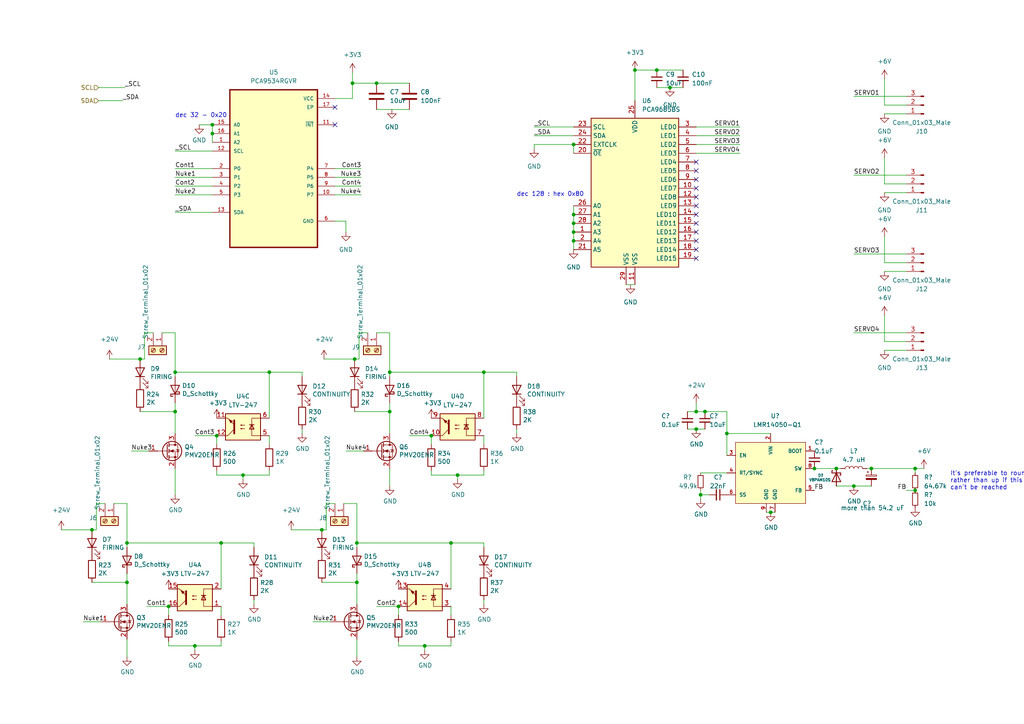
<source format=kicad_sch>
(kicad_sch (version 20211123) (generator eeschema)

  (uuid cc00f4e5-1a00-4c2e-9e97-bd53bba4c1f3)

  (paper "A4")

  (lib_symbols
    (symbol "Connector:Conn_01x03_Male" (pin_names (offset 1.016) hide) (in_bom yes) (on_board yes)
      (property "Reference" "J" (id 0) (at 0 5.08 0)
        (effects (font (size 1.27 1.27)))
      )
      (property "Value" "Conn_01x03_Male" (id 1) (at 0 -5.08 0)
        (effects (font (size 1.27 1.27)))
      )
      (property "Footprint" "" (id 2) (at 0 0 0)
        (effects (font (size 1.27 1.27)) hide)
      )
      (property "Datasheet" "~" (id 3) (at 0 0 0)
        (effects (font (size 1.27 1.27)) hide)
      )
      (property "ki_keywords" "connector" (id 4) (at 0 0 0)
        (effects (font (size 1.27 1.27)) hide)
      )
      (property "ki_description" "Generic connector, single row, 01x03, script generated (kicad-library-utils/schlib/autogen/connector/)" (id 5) (at 0 0 0)
        (effects (font (size 1.27 1.27)) hide)
      )
      (property "ki_fp_filters" "Connector*:*_1x??_*" (id 6) (at 0 0 0)
        (effects (font (size 1.27 1.27)) hide)
      )
      (symbol "Conn_01x03_Male_1_1"
        (polyline
          (pts
            (xy 1.27 -2.54)
            (xy 0.8636 -2.54)
          )
          (stroke (width 0.1524) (type default) (color 0 0 0 0))
          (fill (type none))
        )
        (polyline
          (pts
            (xy 1.27 0)
            (xy 0.8636 0)
          )
          (stroke (width 0.1524) (type default) (color 0 0 0 0))
          (fill (type none))
        )
        (polyline
          (pts
            (xy 1.27 2.54)
            (xy 0.8636 2.54)
          )
          (stroke (width 0.1524) (type default) (color 0 0 0 0))
          (fill (type none))
        )
        (rectangle (start 0.8636 -2.413) (end 0 -2.667)
          (stroke (width 0.1524) (type default) (color 0 0 0 0))
          (fill (type outline))
        )
        (rectangle (start 0.8636 0.127) (end 0 -0.127)
          (stroke (width 0.1524) (type default) (color 0 0 0 0))
          (fill (type outline))
        )
        (rectangle (start 0.8636 2.667) (end 0 2.413)
          (stroke (width 0.1524) (type default) (color 0 0 0 0))
          (fill (type outline))
        )
        (pin passive line (at 5.08 2.54 180) (length 3.81)
          (name "Pin_1" (effects (font (size 1.27 1.27))))
          (number "1" (effects (font (size 1.27 1.27))))
        )
        (pin passive line (at 5.08 0 180) (length 3.81)
          (name "Pin_2" (effects (font (size 1.27 1.27))))
          (number "2" (effects (font (size 1.27 1.27))))
        )
        (pin passive line (at 5.08 -2.54 180) (length 3.81)
          (name "Pin_3" (effects (font (size 1.27 1.27))))
          (number "3" (effects (font (size 1.27 1.27))))
        )
      )
    )
    (symbol "Connector:Screw_Terminal_01x02" (pin_names (offset 1.016) hide) (in_bom yes) (on_board yes)
      (property "Reference" "J" (id 0) (at 0 2.54 0)
        (effects (font (size 1.27 1.27)))
      )
      (property "Value" "Screw_Terminal_01x02" (id 1) (at 0 -5.08 0)
        (effects (font (size 1.27 1.27)))
      )
      (property "Footprint" "" (id 2) (at 0 0 0)
        (effects (font (size 1.27 1.27)) hide)
      )
      (property "Datasheet" "~" (id 3) (at 0 0 0)
        (effects (font (size 1.27 1.27)) hide)
      )
      (property "ki_keywords" "screw terminal" (id 4) (at 0 0 0)
        (effects (font (size 1.27 1.27)) hide)
      )
      (property "ki_description" "Generic screw terminal, single row, 01x02, script generated (kicad-library-utils/schlib/autogen/connector/)" (id 5) (at 0 0 0)
        (effects (font (size 1.27 1.27)) hide)
      )
      (property "ki_fp_filters" "TerminalBlock*:*" (id 6) (at 0 0 0)
        (effects (font (size 1.27 1.27)) hide)
      )
      (symbol "Screw_Terminal_01x02_1_1"
        (rectangle (start -1.27 1.27) (end 1.27 -3.81)
          (stroke (width 0.254) (type default) (color 0 0 0 0))
          (fill (type background))
        )
        (circle (center 0 -2.54) (radius 0.635)
          (stroke (width 0.1524) (type default) (color 0 0 0 0))
          (fill (type none))
        )
        (polyline
          (pts
            (xy -0.5334 -2.2098)
            (xy 0.3302 -3.048)
          )
          (stroke (width 0.1524) (type default) (color 0 0 0 0))
          (fill (type none))
        )
        (polyline
          (pts
            (xy -0.5334 0.3302)
            (xy 0.3302 -0.508)
          )
          (stroke (width 0.1524) (type default) (color 0 0 0 0))
          (fill (type none))
        )
        (polyline
          (pts
            (xy -0.3556 -2.032)
            (xy 0.508 -2.8702)
          )
          (stroke (width 0.1524) (type default) (color 0 0 0 0))
          (fill (type none))
        )
        (polyline
          (pts
            (xy -0.3556 0.508)
            (xy 0.508 -0.3302)
          )
          (stroke (width 0.1524) (type default) (color 0 0 0 0))
          (fill (type none))
        )
        (circle (center 0 0) (radius 0.635)
          (stroke (width 0.1524) (type default) (color 0 0 0 0))
          (fill (type none))
        )
        (pin passive line (at -5.08 0 0) (length 3.81)
          (name "Pin_1" (effects (font (size 1.27 1.27))))
          (number "1" (effects (font (size 1.27 1.27))))
        )
        (pin passive line (at -5.08 -2.54 0) (length 3.81)
          (name "Pin_2" (effects (font (size 1.27 1.27))))
          (number "2" (effects (font (size 1.27 1.27))))
        )
      )
    )
    (symbol "Device:C" (pin_numbers hide) (pin_names (offset 0.254)) (in_bom yes) (on_board yes)
      (property "Reference" "C" (id 0) (at 0.635 2.54 0)
        (effects (font (size 1.27 1.27)) (justify left))
      )
      (property "Value" "C" (id 1) (at 0.635 -2.54 0)
        (effects (font (size 1.27 1.27)) (justify left))
      )
      (property "Footprint" "" (id 2) (at 0.9652 -3.81 0)
        (effects (font (size 1.27 1.27)) hide)
      )
      (property "Datasheet" "~" (id 3) (at 0 0 0)
        (effects (font (size 1.27 1.27)) hide)
      )
      (property "ki_keywords" "cap capacitor" (id 4) (at 0 0 0)
        (effects (font (size 1.27 1.27)) hide)
      )
      (property "ki_description" "Unpolarized capacitor" (id 5) (at 0 0 0)
        (effects (font (size 1.27 1.27)) hide)
      )
      (property "ki_fp_filters" "C_*" (id 6) (at 0 0 0)
        (effects (font (size 1.27 1.27)) hide)
      )
      (symbol "C_0_1"
        (polyline
          (pts
            (xy -2.032 -0.762)
            (xy 2.032 -0.762)
          )
          (stroke (width 0.508) (type default) (color 0 0 0 0))
          (fill (type none))
        )
        (polyline
          (pts
            (xy -2.032 0.762)
            (xy 2.032 0.762)
          )
          (stroke (width 0.508) (type default) (color 0 0 0 0))
          (fill (type none))
        )
      )
      (symbol "C_1_1"
        (pin passive line (at 0 3.81 270) (length 2.794)
          (name "~" (effects (font (size 1.27 1.27))))
          (number "1" (effects (font (size 1.27 1.27))))
        )
        (pin passive line (at 0 -3.81 90) (length 2.794)
          (name "~" (effects (font (size 1.27 1.27))))
          (number "2" (effects (font (size 1.27 1.27))))
        )
      )
    )
    (symbol "Device:C_Polarized_Small" (pin_numbers hide) (pin_names (offset 0.254) hide) (in_bom yes) (on_board yes)
      (property "Reference" "C" (id 0) (at 0.254 1.778 0)
        (effects (font (size 1.27 1.27)) (justify left))
      )
      (property "Value" "C_Polarized_Small" (id 1) (at 0.254 -2.032 0)
        (effects (font (size 1.27 1.27)) (justify left))
      )
      (property "Footprint" "" (id 2) (at 0 0 0)
        (effects (font (size 1.27 1.27)) hide)
      )
      (property "Datasheet" "~" (id 3) (at 0 0 0)
        (effects (font (size 1.27 1.27)) hide)
      )
      (property "ki_keywords" "cap capacitor" (id 4) (at 0 0 0)
        (effects (font (size 1.27 1.27)) hide)
      )
      (property "ki_description" "Polarized capacitor, small symbol" (id 5) (at 0 0 0)
        (effects (font (size 1.27 1.27)) hide)
      )
      (property "ki_fp_filters" "CP_*" (id 6) (at 0 0 0)
        (effects (font (size 1.27 1.27)) hide)
      )
      (symbol "C_Polarized_Small_0_1"
        (rectangle (start -1.524 -0.3048) (end 1.524 -0.6858)
          (stroke (width 0) (type default) (color 0 0 0 0))
          (fill (type outline))
        )
        (rectangle (start -1.524 0.6858) (end 1.524 0.3048)
          (stroke (width 0) (type default) (color 0 0 0 0))
          (fill (type none))
        )
        (polyline
          (pts
            (xy -1.27 1.524)
            (xy -0.762 1.524)
          )
          (stroke (width 0) (type default) (color 0 0 0 0))
          (fill (type none))
        )
        (polyline
          (pts
            (xy -1.016 1.27)
            (xy -1.016 1.778)
          )
          (stroke (width 0) (type default) (color 0 0 0 0))
          (fill (type none))
        )
      )
      (symbol "C_Polarized_Small_1_1"
        (pin passive line (at 0 2.54 270) (length 1.8542)
          (name "~" (effects (font (size 1.27 1.27))))
          (number "1" (effects (font (size 1.27 1.27))))
        )
        (pin passive line (at 0 -2.54 90) (length 1.8542)
          (name "~" (effects (font (size 1.27 1.27))))
          (number "2" (effects (font (size 1.27 1.27))))
        )
      )
    )
    (symbol "Device:C_Small" (pin_numbers hide) (pin_names (offset 0.254) hide) (in_bom yes) (on_board yes)
      (property "Reference" "C" (id 0) (at 0.254 1.778 0)
        (effects (font (size 1.27 1.27)) (justify left))
      )
      (property "Value" "C_Small" (id 1) (at 0.254 -2.032 0)
        (effects (font (size 1.27 1.27)) (justify left))
      )
      (property "Footprint" "" (id 2) (at 0 0 0)
        (effects (font (size 1.27 1.27)) hide)
      )
      (property "Datasheet" "~" (id 3) (at 0 0 0)
        (effects (font (size 1.27 1.27)) hide)
      )
      (property "ki_keywords" "capacitor cap" (id 4) (at 0 0 0)
        (effects (font (size 1.27 1.27)) hide)
      )
      (property "ki_description" "Unpolarized capacitor, small symbol" (id 5) (at 0 0 0)
        (effects (font (size 1.27 1.27)) hide)
      )
      (property "ki_fp_filters" "C_*" (id 6) (at 0 0 0)
        (effects (font (size 1.27 1.27)) hide)
      )
      (symbol "C_Small_0_1"
        (polyline
          (pts
            (xy -1.524 -0.508)
            (xy 1.524 -0.508)
          )
          (stroke (width 0.3302) (type default) (color 0 0 0 0))
          (fill (type none))
        )
        (polyline
          (pts
            (xy -1.524 0.508)
            (xy 1.524 0.508)
          )
          (stroke (width 0.3048) (type default) (color 0 0 0 0))
          (fill (type none))
        )
      )
      (symbol "C_Small_1_1"
        (pin passive line (at 0 2.54 270) (length 2.032)
          (name "~" (effects (font (size 1.27 1.27))))
          (number "1" (effects (font (size 1.27 1.27))))
        )
        (pin passive line (at 0 -2.54 90) (length 2.032)
          (name "~" (effects (font (size 1.27 1.27))))
          (number "2" (effects (font (size 1.27 1.27))))
        )
      )
    )
    (symbol "Device:D_Schottky" (pin_numbers hide) (pin_names (offset 1.016) hide) (in_bom yes) (on_board yes)
      (property "Reference" "D" (id 0) (at 0 2.54 0)
        (effects (font (size 1.27 1.27)))
      )
      (property "Value" "D_Schottky" (id 1) (at 0 -2.54 0)
        (effects (font (size 1.27 1.27)))
      )
      (property "Footprint" "" (id 2) (at 0 0 0)
        (effects (font (size 1.27 1.27)) hide)
      )
      (property "Datasheet" "~" (id 3) (at 0 0 0)
        (effects (font (size 1.27 1.27)) hide)
      )
      (property "ki_keywords" "diode Schottky" (id 4) (at 0 0 0)
        (effects (font (size 1.27 1.27)) hide)
      )
      (property "ki_description" "Schottky diode" (id 5) (at 0 0 0)
        (effects (font (size 1.27 1.27)) hide)
      )
      (property "ki_fp_filters" "TO-???* *_Diode_* *SingleDiode* D_*" (id 6) (at 0 0 0)
        (effects (font (size 1.27 1.27)) hide)
      )
      (symbol "D_Schottky_0_1"
        (polyline
          (pts
            (xy 1.27 0)
            (xy -1.27 0)
          )
          (stroke (width 0) (type default) (color 0 0 0 0))
          (fill (type none))
        )
        (polyline
          (pts
            (xy 1.27 1.27)
            (xy 1.27 -1.27)
            (xy -1.27 0)
            (xy 1.27 1.27)
          )
          (stroke (width 0.254) (type default) (color 0 0 0 0))
          (fill (type none))
        )
        (polyline
          (pts
            (xy -1.905 0.635)
            (xy -1.905 1.27)
            (xy -1.27 1.27)
            (xy -1.27 -1.27)
            (xy -0.635 -1.27)
            (xy -0.635 -0.635)
          )
          (stroke (width 0.254) (type default) (color 0 0 0 0))
          (fill (type none))
        )
      )
      (symbol "D_Schottky_1_1"
        (pin passive line (at -3.81 0 0) (length 2.54)
          (name "K" (effects (font (size 1.27 1.27))))
          (number "1" (effects (font (size 1.27 1.27))))
        )
        (pin passive line (at 3.81 0 180) (length 2.54)
          (name "A" (effects (font (size 1.27 1.27))))
          (number "2" (effects (font (size 1.27 1.27))))
        )
      )
    )
    (symbol "Device:L" (pin_numbers hide) (pin_names (offset 1.016) hide) (in_bom yes) (on_board yes)
      (property "Reference" "L" (id 0) (at -1.27 0 90)
        (effects (font (size 1.27 1.27)))
      )
      (property "Value" "L" (id 1) (at 1.905 0 90)
        (effects (font (size 1.27 1.27)))
      )
      (property "Footprint" "" (id 2) (at 0 0 0)
        (effects (font (size 1.27 1.27)) hide)
      )
      (property "Datasheet" "~" (id 3) (at 0 0 0)
        (effects (font (size 1.27 1.27)) hide)
      )
      (property "ki_keywords" "inductor choke coil reactor magnetic" (id 4) (at 0 0 0)
        (effects (font (size 1.27 1.27)) hide)
      )
      (property "ki_description" "Inductor" (id 5) (at 0 0 0)
        (effects (font (size 1.27 1.27)) hide)
      )
      (property "ki_fp_filters" "Choke_* *Coil* Inductor_* L_*" (id 6) (at 0 0 0)
        (effects (font (size 1.27 1.27)) hide)
      )
      (symbol "L_0_1"
        (arc (start 0 -2.54) (mid 0.635 -1.905) (end 0 -1.27)
          (stroke (width 0) (type default) (color 0 0 0 0))
          (fill (type none))
        )
        (arc (start 0 -1.27) (mid 0.635 -0.635) (end 0 0)
          (stroke (width 0) (type default) (color 0 0 0 0))
          (fill (type none))
        )
        (arc (start 0 0) (mid 0.635 0.635) (end 0 1.27)
          (stroke (width 0) (type default) (color 0 0 0 0))
          (fill (type none))
        )
        (arc (start 0 1.27) (mid 0.635 1.905) (end 0 2.54)
          (stroke (width 0) (type default) (color 0 0 0 0))
          (fill (type none))
        )
      )
      (symbol "L_1_1"
        (pin passive line (at 0 3.81 270) (length 1.27)
          (name "1" (effects (font (size 1.27 1.27))))
          (number "1" (effects (font (size 1.27 1.27))))
        )
        (pin passive line (at 0 -3.81 90) (length 1.27)
          (name "2" (effects (font (size 1.27 1.27))))
          (number "2" (effects (font (size 1.27 1.27))))
        )
      )
    )
    (symbol "Device:LED" (pin_numbers hide) (pin_names (offset 1.016) hide) (in_bom yes) (on_board yes)
      (property "Reference" "D" (id 0) (at 0 2.54 0)
        (effects (font (size 1.27 1.27)))
      )
      (property "Value" "LED" (id 1) (at 0 -2.54 0)
        (effects (font (size 1.27 1.27)))
      )
      (property "Footprint" "" (id 2) (at 0 0 0)
        (effects (font (size 1.27 1.27)) hide)
      )
      (property "Datasheet" "~" (id 3) (at 0 0 0)
        (effects (font (size 1.27 1.27)) hide)
      )
      (property "ki_keywords" "LED diode" (id 4) (at 0 0 0)
        (effects (font (size 1.27 1.27)) hide)
      )
      (property "ki_description" "Light emitting diode" (id 5) (at 0 0 0)
        (effects (font (size 1.27 1.27)) hide)
      )
      (property "ki_fp_filters" "LED* LED_SMD:* LED_THT:*" (id 6) (at 0 0 0)
        (effects (font (size 1.27 1.27)) hide)
      )
      (symbol "LED_0_1"
        (polyline
          (pts
            (xy -1.27 -1.27)
            (xy -1.27 1.27)
          )
          (stroke (width 0.254) (type default) (color 0 0 0 0))
          (fill (type none))
        )
        (polyline
          (pts
            (xy -1.27 0)
            (xy 1.27 0)
          )
          (stroke (width 0) (type default) (color 0 0 0 0))
          (fill (type none))
        )
        (polyline
          (pts
            (xy 1.27 -1.27)
            (xy 1.27 1.27)
            (xy -1.27 0)
            (xy 1.27 -1.27)
          )
          (stroke (width 0.254) (type default) (color 0 0 0 0))
          (fill (type none))
        )
        (polyline
          (pts
            (xy -3.048 -0.762)
            (xy -4.572 -2.286)
            (xy -3.81 -2.286)
            (xy -4.572 -2.286)
            (xy -4.572 -1.524)
          )
          (stroke (width 0) (type default) (color 0 0 0 0))
          (fill (type none))
        )
        (polyline
          (pts
            (xy -1.778 -0.762)
            (xy -3.302 -2.286)
            (xy -2.54 -2.286)
            (xy -3.302 -2.286)
            (xy -3.302 -1.524)
          )
          (stroke (width 0) (type default) (color 0 0 0 0))
          (fill (type none))
        )
      )
      (symbol "LED_1_1"
        (pin passive line (at -3.81 0 0) (length 2.54)
          (name "K" (effects (font (size 1.27 1.27))))
          (number "1" (effects (font (size 1.27 1.27))))
        )
        (pin passive line (at 3.81 0 180) (length 2.54)
          (name "A" (effects (font (size 1.27 1.27))))
          (number "2" (effects (font (size 1.27 1.27))))
        )
      )
    )
    (symbol "Device:Q_NMOS_GSD" (pin_names (offset 0) hide) (in_bom yes) (on_board yes)
      (property "Reference" "Q" (id 0) (at 5.08 1.27 0)
        (effects (font (size 1.27 1.27)) (justify left))
      )
      (property "Value" "Q_NMOS_GSD" (id 1) (at 5.08 -1.27 0)
        (effects (font (size 1.27 1.27)) (justify left))
      )
      (property "Footprint" "" (id 2) (at 5.08 2.54 0)
        (effects (font (size 1.27 1.27)) hide)
      )
      (property "Datasheet" "~" (id 3) (at 0 0 0)
        (effects (font (size 1.27 1.27)) hide)
      )
      (property "ki_keywords" "transistor NMOS N-MOS N-MOSFET" (id 4) (at 0 0 0)
        (effects (font (size 1.27 1.27)) hide)
      )
      (property "ki_description" "N-MOSFET transistor, gate/source/drain" (id 5) (at 0 0 0)
        (effects (font (size 1.27 1.27)) hide)
      )
      (symbol "Q_NMOS_GSD_0_1"
        (polyline
          (pts
            (xy 0.254 0)
            (xy -2.54 0)
          )
          (stroke (width 0) (type default) (color 0 0 0 0))
          (fill (type none))
        )
        (polyline
          (pts
            (xy 0.254 1.905)
            (xy 0.254 -1.905)
          )
          (stroke (width 0.254) (type default) (color 0 0 0 0))
          (fill (type none))
        )
        (polyline
          (pts
            (xy 0.762 -1.27)
            (xy 0.762 -2.286)
          )
          (stroke (width 0.254) (type default) (color 0 0 0 0))
          (fill (type none))
        )
        (polyline
          (pts
            (xy 0.762 0.508)
            (xy 0.762 -0.508)
          )
          (stroke (width 0.254) (type default) (color 0 0 0 0))
          (fill (type none))
        )
        (polyline
          (pts
            (xy 0.762 2.286)
            (xy 0.762 1.27)
          )
          (stroke (width 0.254) (type default) (color 0 0 0 0))
          (fill (type none))
        )
        (polyline
          (pts
            (xy 2.54 2.54)
            (xy 2.54 1.778)
          )
          (stroke (width 0) (type default) (color 0 0 0 0))
          (fill (type none))
        )
        (polyline
          (pts
            (xy 2.54 -2.54)
            (xy 2.54 0)
            (xy 0.762 0)
          )
          (stroke (width 0) (type default) (color 0 0 0 0))
          (fill (type none))
        )
        (polyline
          (pts
            (xy 0.762 -1.778)
            (xy 3.302 -1.778)
            (xy 3.302 1.778)
            (xy 0.762 1.778)
          )
          (stroke (width 0) (type default) (color 0 0 0 0))
          (fill (type none))
        )
        (polyline
          (pts
            (xy 1.016 0)
            (xy 2.032 0.381)
            (xy 2.032 -0.381)
            (xy 1.016 0)
          )
          (stroke (width 0) (type default) (color 0 0 0 0))
          (fill (type outline))
        )
        (polyline
          (pts
            (xy 2.794 0.508)
            (xy 2.921 0.381)
            (xy 3.683 0.381)
            (xy 3.81 0.254)
          )
          (stroke (width 0) (type default) (color 0 0 0 0))
          (fill (type none))
        )
        (polyline
          (pts
            (xy 3.302 0.381)
            (xy 2.921 -0.254)
            (xy 3.683 -0.254)
            (xy 3.302 0.381)
          )
          (stroke (width 0) (type default) (color 0 0 0 0))
          (fill (type none))
        )
        (circle (center 1.651 0) (radius 2.794)
          (stroke (width 0.254) (type default) (color 0 0 0 0))
          (fill (type none))
        )
        (circle (center 2.54 -1.778) (radius 0.254)
          (stroke (width 0) (type default) (color 0 0 0 0))
          (fill (type outline))
        )
        (circle (center 2.54 1.778) (radius 0.254)
          (stroke (width 0) (type default) (color 0 0 0 0))
          (fill (type outline))
        )
      )
      (symbol "Q_NMOS_GSD_1_1"
        (pin input line (at -5.08 0 0) (length 2.54)
          (name "G" (effects (font (size 1.27 1.27))))
          (number "1" (effects (font (size 1.27 1.27))))
        )
        (pin passive line (at 2.54 -5.08 90) (length 2.54)
          (name "S" (effects (font (size 1.27 1.27))))
          (number "2" (effects (font (size 1.27 1.27))))
        )
        (pin passive line (at 2.54 5.08 270) (length 2.54)
          (name "D" (effects (font (size 1.27 1.27))))
          (number "3" (effects (font (size 1.27 1.27))))
        )
      )
    )
    (symbol "Device:R" (pin_numbers hide) (pin_names (offset 0)) (in_bom yes) (on_board yes)
      (property "Reference" "R" (id 0) (at 2.032 0 90)
        (effects (font (size 1.27 1.27)))
      )
      (property "Value" "R" (id 1) (at 0 0 90)
        (effects (font (size 1.27 1.27)))
      )
      (property "Footprint" "" (id 2) (at -1.778 0 90)
        (effects (font (size 1.27 1.27)) hide)
      )
      (property "Datasheet" "~" (id 3) (at 0 0 0)
        (effects (font (size 1.27 1.27)) hide)
      )
      (property "ki_keywords" "R res resistor" (id 4) (at 0 0 0)
        (effects (font (size 1.27 1.27)) hide)
      )
      (property "ki_description" "Resistor" (id 5) (at 0 0 0)
        (effects (font (size 1.27 1.27)) hide)
      )
      (property "ki_fp_filters" "R_*" (id 6) (at 0 0 0)
        (effects (font (size 1.27 1.27)) hide)
      )
      (symbol "R_0_1"
        (rectangle (start -1.016 -2.54) (end 1.016 2.54)
          (stroke (width 0.254) (type default) (color 0 0 0 0))
          (fill (type none))
        )
      )
      (symbol "R_1_1"
        (pin passive line (at 0 3.81 270) (length 1.27)
          (name "~" (effects (font (size 1.27 1.27))))
          (number "1" (effects (font (size 1.27 1.27))))
        )
        (pin passive line (at 0 -3.81 90) (length 1.27)
          (name "~" (effects (font (size 1.27 1.27))))
          (number "2" (effects (font (size 1.27 1.27))))
        )
      )
    )
    (symbol "Device:R_Small" (pin_numbers hide) (pin_names (offset 0.254) hide) (in_bom yes) (on_board yes)
      (property "Reference" "R" (id 0) (at 0.762 0.508 0)
        (effects (font (size 1.27 1.27)) (justify left))
      )
      (property "Value" "R_Small" (id 1) (at 0.762 -1.016 0)
        (effects (font (size 1.27 1.27)) (justify left))
      )
      (property "Footprint" "" (id 2) (at 0 0 0)
        (effects (font (size 1.27 1.27)) hide)
      )
      (property "Datasheet" "~" (id 3) (at 0 0 0)
        (effects (font (size 1.27 1.27)) hide)
      )
      (property "ki_keywords" "R resistor" (id 4) (at 0 0 0)
        (effects (font (size 1.27 1.27)) hide)
      )
      (property "ki_description" "Resistor, small symbol" (id 5) (at 0 0 0)
        (effects (font (size 1.27 1.27)) hide)
      )
      (property "ki_fp_filters" "R_*" (id 6) (at 0 0 0)
        (effects (font (size 1.27 1.27)) hide)
      )
      (symbol "R_Small_0_1"
        (rectangle (start -0.762 1.778) (end 0.762 -1.778)
          (stroke (width 0.2032) (type default) (color 0 0 0 0))
          (fill (type none))
        )
      )
      (symbol "R_Small_1_1"
        (pin passive line (at 0 2.54 270) (length 0.762)
          (name "~" (effects (font (size 1.27 1.27))))
          (number "1" (effects (font (size 1.27 1.27))))
        )
        (pin passive line (at 0 -2.54 90) (length 0.762)
          (name "~" (effects (font (size 1.27 1.27))))
          (number "2" (effects (font (size 1.27 1.27))))
        )
      )
    )
    (symbol "Driver_LED:PCA9685BS" (in_bom yes) (on_board yes)
      (property "Reference" "U" (id 0) (at -12.7 22.225 0)
        (effects (font (size 1.27 1.27)) (justify left))
      )
      (property "Value" "PCA9685BS" (id 1) (at 1.27 22.225 0)
        (effects (font (size 1.27 1.27)) (justify left))
      )
      (property "Footprint" "Package_DFN_QFN:QFN-28-1EP_6x6mm_P0.65mm_EP4.25x4.25mm" (id 2) (at 0.635 -24.765 0)
        (effects (font (size 1.27 1.27)) (justify left) hide)
      )
      (property "Datasheet" "http://www.nxp.com/documents/data_sheet/PCA9685.pdf" (id 3) (at -10.16 17.78 0)
        (effects (font (size 1.27 1.27)) hide)
      )
      (property "ki_keywords" "PWM LED driver I2C QFN" (id 4) (at 0 0 0)
        (effects (font (size 1.27 1.27)) hide)
      )
      (property "ki_description" "16-channel 12-bit PWM Fm+ I2C-bus LED controller RGBA QFN" (id 5) (at 0 0 0)
        (effects (font (size 1.27 1.27)) hide)
      )
      (property "ki_fp_filters" "QFN*1EP*6x6mm*P0.65mm*" (id 6) (at 0 0 0)
        (effects (font (size 1.27 1.27)) hide)
      )
      (symbol "PCA9685BS_0_1"
        (rectangle (start -12.7 20.32) (end 12.7 -22.86)
          (stroke (width 0.254) (type default) (color 0 0 0 0))
          (fill (type background))
        )
      )
      (symbol "PCA9685BS_1_1"
        (pin input line (at -17.78 -12.7 0) (length 5.08)
          (name "A3" (effects (font (size 1.27 1.27))))
          (number "1" (effects (font (size 1.27 1.27))))
        )
        (pin output line (at 17.78 0 180) (length 5.08)
          (name "LED7" (effects (font (size 1.27 1.27))))
          (number "10" (effects (font (size 1.27 1.27))))
        )
        (pin power_in line (at 0 -27.94 90) (length 5.08)
          (name "VSS" (effects (font (size 1.27 1.27))))
          (number "11" (effects (font (size 1.27 1.27))))
        )
        (pin output line (at 17.78 -2.54 180) (length 5.08)
          (name "LED8" (effects (font (size 1.27 1.27))))
          (number "12" (effects (font (size 1.27 1.27))))
        )
        (pin output line (at 17.78 -5.08 180) (length 5.08)
          (name "LED9" (effects (font (size 1.27 1.27))))
          (number "13" (effects (font (size 1.27 1.27))))
        )
        (pin output line (at 17.78 -7.62 180) (length 5.08)
          (name "LED10" (effects (font (size 1.27 1.27))))
          (number "14" (effects (font (size 1.27 1.27))))
        )
        (pin output line (at 17.78 -10.16 180) (length 5.08)
          (name "LED11" (effects (font (size 1.27 1.27))))
          (number "15" (effects (font (size 1.27 1.27))))
        )
        (pin output line (at 17.78 -12.7 180) (length 5.08)
          (name "LED12" (effects (font (size 1.27 1.27))))
          (number "16" (effects (font (size 1.27 1.27))))
        )
        (pin output line (at 17.78 -15.24 180) (length 5.08)
          (name "LED13" (effects (font (size 1.27 1.27))))
          (number "17" (effects (font (size 1.27 1.27))))
        )
        (pin output line (at 17.78 -17.78 180) (length 5.08)
          (name "LED14" (effects (font (size 1.27 1.27))))
          (number "18" (effects (font (size 1.27 1.27))))
        )
        (pin output line (at 17.78 -20.32 180) (length 5.08)
          (name "LED15" (effects (font (size 1.27 1.27))))
          (number "19" (effects (font (size 1.27 1.27))))
        )
        (pin input line (at -17.78 -15.24 0) (length 5.08)
          (name "A4" (effects (font (size 1.27 1.27))))
          (number "2" (effects (font (size 1.27 1.27))))
        )
        (pin input line (at -17.78 10.16 0) (length 5.08)
          (name "~{OE}" (effects (font (size 1.27 1.27))))
          (number "20" (effects (font (size 1.27 1.27))))
        )
        (pin input line (at -17.78 -17.78 0) (length 5.08)
          (name "A5" (effects (font (size 1.27 1.27))))
          (number "21" (effects (font (size 1.27 1.27))))
        )
        (pin input line (at -17.78 12.7 0) (length 5.08)
          (name "EXTCLK" (effects (font (size 1.27 1.27))))
          (number "22" (effects (font (size 1.27 1.27))))
        )
        (pin input line (at -17.78 17.78 0) (length 5.08)
          (name "SCL" (effects (font (size 1.27 1.27))))
          (number "23" (effects (font (size 1.27 1.27))))
        )
        (pin bidirectional line (at -17.78 15.24 0) (length 5.08)
          (name "SDA" (effects (font (size 1.27 1.27))))
          (number "24" (effects (font (size 1.27 1.27))))
        )
        (pin power_in line (at 0 25.4 270) (length 5.08)
          (name "VDD" (effects (font (size 1.27 1.27))))
          (number "25" (effects (font (size 1.27 1.27))))
        )
        (pin input line (at -17.78 -5.08 0) (length 5.08)
          (name "A0" (effects (font (size 1.27 1.27))))
          (number "26" (effects (font (size 1.27 1.27))))
        )
        (pin input line (at -17.78 -7.62 0) (length 5.08)
          (name "A1" (effects (font (size 1.27 1.27))))
          (number "27" (effects (font (size 1.27 1.27))))
        )
        (pin input line (at -17.78 -10.16 0) (length 5.08)
          (name "A2" (effects (font (size 1.27 1.27))))
          (number "28" (effects (font (size 1.27 1.27))))
        )
        (pin power_in line (at -2.54 -27.94 90) (length 5.08)
          (name "VSS" (effects (font (size 1.27 1.27))))
          (number "29" (effects (font (size 1.27 1.27))))
        )
        (pin output line (at 17.78 17.78 180) (length 5.08)
          (name "LED0" (effects (font (size 1.27 1.27))))
          (number "3" (effects (font (size 1.27 1.27))))
        )
        (pin output line (at 17.78 15.24 180) (length 5.08)
          (name "LED1" (effects (font (size 1.27 1.27))))
          (number "4" (effects (font (size 1.27 1.27))))
        )
        (pin output line (at 17.78 12.7 180) (length 5.08)
          (name "LED2" (effects (font (size 1.27 1.27))))
          (number "5" (effects (font (size 1.27 1.27))))
        )
        (pin output line (at 17.78 10.16 180) (length 5.08)
          (name "LED3" (effects (font (size 1.27 1.27))))
          (number "6" (effects (font (size 1.27 1.27))))
        )
        (pin output line (at 17.78 7.62 180) (length 5.08)
          (name "LED4" (effects (font (size 1.27 1.27))))
          (number "7" (effects (font (size 1.27 1.27))))
        )
        (pin output line (at 17.78 5.08 180) (length 5.08)
          (name "LED5" (effects (font (size 1.27 1.27))))
          (number "8" (effects (font (size 1.27 1.27))))
        )
        (pin output line (at 17.78 2.54 180) (length 5.08)
          (name "LED6" (effects (font (size 1.27 1.27))))
          (number "9" (effects (font (size 1.27 1.27))))
        )
      )
    )
    (symbol "Isolator:LTV-247" (in_bom yes) (on_board yes)
      (property "Reference" "U" (id 0) (at -5.08 5.08 0)
        (effects (font (size 1.27 1.27)) (justify left))
      )
      (property "Value" "LTV-247" (id 1) (at 0 5.08 0)
        (effects (font (size 1.27 1.27)) (justify left))
      )
      (property "Footprint" "Package_SO:SOP-16_4.4x10.4mm_P1.27mm" (id 2) (at -5.08 -5.08 0)
        (effects (font (size 1.27 1.27) italic) (justify left) hide)
      )
      (property "Datasheet" "http://optoelectronics.liteon.com/upload/download/DS70-2009-0014/LTV-2X7%20sereis%20Mar17.PDF" (id 3) (at 0 0 0)
        (effects (font (size 1.27 1.27)) (justify left) hide)
      )
      (property "ki_keywords" "NPN DC Quad Optocoupler" (id 4) (at 0 0 0)
        (effects (font (size 1.27 1.27)) hide)
      )
      (property "ki_description" "DC Quad Optocoupler, Vce 80V, CTR 100-600%, SOP-16" (id 5) (at 0 0 0)
        (effects (font (size 1.27 1.27)) hide)
      )
      (property "ki_fp_filters" "SOP*4.4x10.4mm*P1.27mm*" (id 6) (at 0 0 0)
        (effects (font (size 1.27 1.27)) hide)
      )
      (symbol "LTV-247_0_1"
        (rectangle (start -5.08 3.81) (end 5.08 -3.81)
          (stroke (width 0.254) (type default) (color 0 0 0 0))
          (fill (type background))
        )
        (polyline
          (pts
            (xy -3.175 -0.635)
            (xy -1.905 -0.635)
          )
          (stroke (width 0.254) (type default) (color 0 0 0 0))
          (fill (type none))
        )
        (polyline
          (pts
            (xy 2.54 0.635)
            (xy 4.445 2.54)
          )
          (stroke (width 0) (type default) (color 0 0 0 0))
          (fill (type none))
        )
        (polyline
          (pts
            (xy 4.445 -2.54)
            (xy 2.54 -0.635)
          )
          (stroke (width 0) (type default) (color 0 0 0 0))
          (fill (type outline))
        )
        (polyline
          (pts
            (xy 4.445 -2.54)
            (xy 5.08 -2.54)
          )
          (stroke (width 0) (type default) (color 0 0 0 0))
          (fill (type none))
        )
        (polyline
          (pts
            (xy 4.445 2.54)
            (xy 5.08 2.54)
          )
          (stroke (width 0) (type default) (color 0 0 0 0))
          (fill (type none))
        )
        (polyline
          (pts
            (xy -2.54 -0.635)
            (xy -2.54 -2.54)
            (xy -5.08 -2.54)
          )
          (stroke (width 0) (type default) (color 0 0 0 0))
          (fill (type none))
        )
        (polyline
          (pts
            (xy 2.54 1.905)
            (xy 2.54 -1.905)
            (xy 2.54 -1.905)
          )
          (stroke (width 0.508) (type default) (color 0 0 0 0))
          (fill (type none))
        )
        (polyline
          (pts
            (xy -5.08 2.54)
            (xy -2.54 2.54)
            (xy -2.54 -1.27)
            (xy -2.54 0.635)
          )
          (stroke (width 0) (type default) (color 0 0 0 0))
          (fill (type none))
        )
        (polyline
          (pts
            (xy -2.54 -0.635)
            (xy -3.175 0.635)
            (xy -1.905 0.635)
            (xy -2.54 -0.635)
          )
          (stroke (width 0.254) (type default) (color 0 0 0 0))
          (fill (type none))
        )
        (polyline
          (pts
            (xy -0.508 -0.508)
            (xy 0.762 -0.508)
            (xy 0.381 -0.635)
            (xy 0.381 -0.381)
            (xy 0.762 -0.508)
          )
          (stroke (width 0) (type default) (color 0 0 0 0))
          (fill (type none))
        )
        (polyline
          (pts
            (xy -0.508 0.508)
            (xy 0.762 0.508)
            (xy 0.381 0.381)
            (xy 0.381 0.635)
            (xy 0.762 0.508)
          )
          (stroke (width 0) (type default) (color 0 0 0 0))
          (fill (type none))
        )
        (polyline
          (pts
            (xy 3.048 -1.651)
            (xy 3.556 -1.143)
            (xy 4.064 -2.159)
            (xy 3.048 -1.651)
            (xy 3.048 -1.651)
          )
          (stroke (width 0) (type default) (color 0 0 0 0))
          (fill (type outline))
        )
      )
      (symbol "LTV-247_1_1"
        (pin passive line (at -7.62 2.54 0) (length 2.54)
          (name "~" (effects (font (size 1.27 1.27))))
          (number "1" (effects (font (size 1.27 1.27))))
        )
        (pin passive line (at 7.62 -2.54 180) (length 2.54)
          (name "~" (effects (font (size 1.27 1.27))))
          (number "15" (effects (font (size 1.27 1.27))))
        )
        (pin passive line (at 7.62 2.54 180) (length 2.54)
          (name "~" (effects (font (size 1.27 1.27))))
          (number "16" (effects (font (size 1.27 1.27))))
        )
        (pin passive line (at -7.62 -2.54 0) (length 2.54)
          (name "~" (effects (font (size 1.27 1.27))))
          (number "2" (effects (font (size 1.27 1.27))))
        )
      )
      (symbol "LTV-247_2_1"
        (pin passive line (at 7.62 -2.54 180) (length 2.54)
          (name "~" (effects (font (size 1.27 1.27))))
          (number "13" (effects (font (size 1.27 1.27))))
        )
        (pin passive line (at 7.62 2.54 180) (length 2.54)
          (name "~" (effects (font (size 1.27 1.27))))
          (number "14" (effects (font (size 1.27 1.27))))
        )
        (pin passive line (at -7.62 2.54 0) (length 2.54)
          (name "~" (effects (font (size 1.27 1.27))))
          (number "3" (effects (font (size 1.27 1.27))))
        )
        (pin passive line (at -7.62 -2.54 0) (length 2.54)
          (name "~" (effects (font (size 1.27 1.27))))
          (number "4" (effects (font (size 1.27 1.27))))
        )
      )
      (symbol "LTV-247_3_1"
        (pin passive line (at 7.62 -2.54 180) (length 2.54)
          (name "~" (effects (font (size 1.27 1.27))))
          (number "11" (effects (font (size 1.27 1.27))))
        )
        (pin passive line (at 7.62 2.54 180) (length 2.54)
          (name "~" (effects (font (size 1.27 1.27))))
          (number "12" (effects (font (size 1.27 1.27))))
        )
        (pin passive line (at -7.62 2.54 0) (length 2.54)
          (name "~" (effects (font (size 1.27 1.27))))
          (number "5" (effects (font (size 1.27 1.27))))
        )
        (pin passive line (at -7.62 -2.54 0) (length 2.54)
          (name "~" (effects (font (size 1.27 1.27))))
          (number "6" (effects (font (size 1.27 1.27))))
        )
      )
      (symbol "LTV-247_4_1"
        (pin passive line (at 7.62 2.54 180) (length 2.54)
          (name "~" (effects (font (size 1.27 1.27))))
          (number "10" (effects (font (size 1.27 1.27))))
        )
        (pin passive line (at -7.62 2.54 0) (length 2.54)
          (name "~" (effects (font (size 1.27 1.27))))
          (number "7" (effects (font (size 1.27 1.27))))
        )
        (pin passive line (at -7.62 -2.54 0) (length 2.54)
          (name "~" (effects (font (size 1.27 1.27))))
          (number "8" (effects (font (size 1.27 1.27))))
        )
        (pin passive line (at 7.62 -2.54 180) (length 2.54)
          (name "~" (effects (font (size 1.27 1.27))))
          (number "9" (effects (font (size 1.27 1.27))))
        )
      )
    )
    (symbol "iclr:LMR14050-Q1" (pin_names (offset 1.016)) (in_bom yes) (on_board yes)
      (property "Reference" "U" (id 0) (at 22.86 3.81 0)
        (effects (font (size 1.27 1.27)) (justify left))
      )
      (property "Value" "LMR14050-Q1" (id 1) (at 16.51 6.35 0)
        (effects (font (size 1.27 1.27)) (justify left))
      )
      (property "Footprint" "iclr:SOIC127P600X170-9N" (id 2) (at 0 10.16 0)
        (effects (font (size 1.27 1.27)) (justify left) hide)
      )
      (property "Datasheet" "https://www.ti.com/lit/ds/symlink/lmr14050-q1.pdf?ts=1644868938037&ref_url=https%253A%252F%252Fwww.google.com%252F" (id 3) (at 0 12.7 0)
        (effects (font (size 1.27 1.27)) (justify left) hide)
      )
      (property "Code  JEDEC" "MS-012AA" (id 4) (at 0 15.24 0)
        (effects (font (size 1.27 1.27)) (justify left) hide)
      )
      (property "Component Link 2 Description" "Package Specification" (id 5) (at 0 17.78 0)
        (effects (font (size 1.27 1.27)) (justify left) hide)
      )
      (property "Component Link 2 URL" "http://www.ti.com/litv/pdf/msoi002j" (id 6) (at 0 20.32 0)
        (effects (font (size 1.27 1.27)) (justify left) hide)
      )
      (property "Component Link 3 Description" "URL Link1" (id 7) (at 0 22.86 0)
        (effects (font (size 1.27 1.27)) (justify left) hide)
      )
      (property "Component Link 3 URL" "Samples URL:http://www.ti.com/product/tps54233#samples" (id 8) (at 0 25.4 0)
        (effects (font (size 1.27 1.27)) (justify left) hide)
      )
      (property "Datasheet Version" "SLUS859B" (id 9) (at 0 27.94 0)
        (effects (font (size 1.27 1.27)) (justify left) hide)
      )
      (property "Duty CycleMax" "90" (id 10) (at 0 30.48 0)
        (effects (font (size 1.27 1.27)) (justify left) hide)
      )
      (property "Iout Max A" "2" (id 11) (at 0 33.02 0)
        (effects (font (size 1.27 1.27)) (justify left) hide)
      )
      (property "Iq Typm A" "0.11" (id 12) (at 0 35.56 0)
        (effects (font (size 1.27 1.27)) (justify left) hide)
      )
      (property "Mounting Technology" "Surface Mount" (id 13) (at 0 38.1 0)
        (effects (font (size 1.27 1.27)) (justify left) hide)
      )
      (property "Package Description" "8-Pin Plastic Small Outline Integrated Circuit, 4.9 x 3.9 mm, Pitch 1.27 mm Pitch" (id 14) (at 0 40.64 0)
        (effects (font (size 1.27 1.27)) (justify left) hide)
      )
      (property "Package Version" "revM, Jun-2011" (id 15) (at 0 43.18 0)
        (effects (font (size 1.27 1.27)) (justify left) hide)
      )
      (property "Rating" "Catalog" (id 16) (at 0 45.72 0)
        (effects (font (size 1.27 1.27)) (justify left) hide)
      )
      (property "Regulated Outputs" "1" (id 17) (at 0 48.26 0)
        (effects (font (size 1.27 1.27)) (justify left) hide)
      )
      (property "Sub Family" "Step-Down Regulator" (id 18) (at 0 50.8 0)
        (effects (font (size 1.27 1.27)) (justify left) hide)
      )
      (property "Switch Current LimitTypA" "2.3" (id 19) (at 0 53.34 0)
        (effects (font (size 1.27 1.27)) (justify left) hide)
      )
      (property "Topology" "Buck" (id 20) (at 0 55.88 0)
        (effects (font (size 1.27 1.27)) (justify left) hide)
      )
      (property "Vin Max V" "28" (id 21) (at 0 58.42 0)
        (effects (font (size 1.27 1.27)) (justify left) hide)
      )
      (property "Vin Min V" "3.5" (id 22) (at 0 60.96 0)
        (effects (font (size 1.27 1.27)) (justify left) hide)
      )
      (property "Vout Max V" "25" (id 23) (at 0 63.5 0)
        (effects (font (size 1.27 1.27)) (justify left) hide)
      )
      (property "Vout Min V" "0.8" (id 24) (at 0 66.04 0)
        (effects (font (size 1.27 1.27)) (justify left) hide)
      )
      (property "category" "IC" (id 25) (at 0 68.58 0)
        (effects (font (size 1.27 1.27)) (justify left) hide)
      )
      (property "ciiva ids" "1489665" (id 26) (at 0 71.12 0)
        (effects (font (size 1.27 1.27)) (justify left) hide)
      )
      (property "library id" "57142109115245d6" (id 27) (at 0 73.66 0)
        (effects (font (size 1.27 1.27)) (justify left) hide)
      )
      (property "manufacturer" "Texas Instruments" (id 28) (at 0 76.2 0)
        (effects (font (size 1.27 1.27)) (justify left) hide)
      )
      (property "package" "D0008A" (id 29) (at 0 78.74 0)
        (effects (font (size 1.27 1.27)) (justify left) hide)
      )
      (property "release date" "1464593322" (id 30) (at 0 81.28 0)
        (effects (font (size 1.27 1.27)) (justify left) hide)
      )
      (property "rohs" "Yes" (id 31) (at 0 83.82 0)
        (effects (font (size 1.27 1.27)) (justify left) hide)
      )
      (property "vault revision" "4D6E46D7-D5EC-4CD6-8208-6BA05138FBDD" (id 32) (at 0 86.36 0)
        (effects (font (size 1.27 1.27)) (justify left) hide)
      )
      (property "imported" "yes" (id 33) (at 0 88.9 0)
        (effects (font (size 1.27 1.27)) (justify left) hide)
      )
      (property "ki_description" "5A Buck Converter" (id 34) (at 0 0 0)
        (effects (font (size 1.27 1.27)) hide)
      )
      (symbol "LMR14050-Q1_1_1"
        (rectangle (start 5.08 2.54) (end 25.4 -15.24)
          (stroke (width 0) (type default) (color 0 0 0 0))
          (fill (type background))
        )
        (pin power_in line (at 27.94 0 180) (length 2.54)
          (name "BOOT" (effects (font (size 1.016 1.016))))
          (number "1" (effects (font (size 1.016 1.016))))
        )
        (pin power_in line (at 15.24 5.08 270) (length 2.54)
          (name "VIN" (effects (font (size 1.016 1.016))))
          (number "2" (effects (font (size 1.016 1.016))))
        )
        (pin input line (at 2.54 -1.27 0) (length 2.54)
          (name "EN" (effects (font (size 1.016 1.016))))
          (number "3" (effects (font (size 1.016 1.016))))
        )
        (pin passive line (at 2.54 -6.35 0) (length 2.54)
          (name "RT/SYNC" (effects (font (size 1.016 1.016))))
          (number "4" (effects (font (size 1.016 1.016))))
        )
        (pin input line (at 27.94 -11.43 180) (length 2.54)
          (name "FB" (effects (font (size 1.016 1.016))))
          (number "5" (effects (font (size 1.016 1.016))))
        )
        (pin input line (at 2.54 -12.7 0) (length 2.54)
          (name "SS" (effects (font (size 1.016 1.016))))
          (number "6" (effects (font (size 1.016 1.016))))
        )
        (pin power_in line (at 16.51 -17.78 90) (length 2.54)
          (name "GND" (effects (font (size 1.016 1.016))))
          (number "7" (effects (font (size 1.016 1.016))))
        )
        (pin passive line (at 27.94 -5.08 180) (length 2.54)
          (name "SW" (effects (font (size 1.016 1.016))))
          (number "8" (effects (font (size 1.016 1.016))))
        )
        (pin power_in line (at 13.97 -17.78 90) (length 2.54)
          (name "GND" (effects (font (size 1.016 1.016))))
          (number "9" (effects (font (size 1.016 1.016))))
        )
      )
    )
    (symbol "iclr:PCA9534RGVR" (pin_names (offset 1.016)) (in_bom yes) (on_board yes)
      (property "Reference" "U" (id 0) (at -12.7 23.8506 0)
        (effects (font (size 1.27 1.27)) (justify left bottom))
      )
      (property "Value" "PCA9534RGVR" (id 1) (at -12.7 -26.8478 0)
        (effects (font (size 1.27 1.27)) (justify left bottom))
      )
      (property "Footprint" "QFN65P400X400X100-17N" (id 2) (at 0 0 0)
        (effects (font (size 1.27 1.27)) (justify left bottom) hide)
      )
      (property "Datasheet" "" (id 3) (at 0 0 0)
        (effects (font (size 1.27 1.27)) (justify left bottom) hide)
      )
      (property "ki_locked" "" (id 4) (at 0 0 0)
        (effects (font (size 1.27 1.27)))
      )
      (symbol "PCA9534RGVR_0_0"
        (rectangle (start -12.7 -22.86) (end 12.7 22.86)
          (stroke (width 0.4064) (type default) (color 0 0 0 0))
          (fill (type background))
        )
        (pin input line (at -17.78 7.62 0) (length 5.08)
          (name "A2" (effects (font (size 1.016 1.016))))
          (number "1" (effects (font (size 1.016 1.016))))
        )
        (pin bidirectional line (at 17.78 -7.62 180) (length 5.08)
          (name "P7" (effects (font (size 1.016 1.016))))
          (number "10" (effects (font (size 1.016 1.016))))
        )
        (pin output line (at 17.78 12.7 180) (length 5.08)
          (name "~{INT}" (effects (font (size 1.016 1.016))))
          (number "11" (effects (font (size 1.016 1.016))))
        )
        (pin input line (at -17.78 5.08 0) (length 5.08)
          (name "SCL" (effects (font (size 1.016 1.016))))
          (number "12" (effects (font (size 1.016 1.016))))
        )
        (pin bidirectional line (at -17.78 -12.7 0) (length 5.08)
          (name "SDA" (effects (font (size 1.016 1.016))))
          (number "13" (effects (font (size 1.016 1.016))))
        )
        (pin power_in line (at 17.78 20.32 180) (length 5.08)
          (name "VCC" (effects (font (size 1.016 1.016))))
          (number "14" (effects (font (size 1.016 1.016))))
        )
        (pin input line (at -17.78 12.7 0) (length 5.08)
          (name "A0" (effects (font (size 1.016 1.016))))
          (number "15" (effects (font (size 1.016 1.016))))
        )
        (pin input line (at -17.78 10.16 0) (length 5.08)
          (name "A1" (effects (font (size 1.016 1.016))))
          (number "16" (effects (font (size 1.016 1.016))))
        )
        (pin power_in line (at 17.78 17.78 180) (length 5.08)
          (name "EP" (effects (font (size 1.016 1.016))))
          (number "17" (effects (font (size 1.016 1.016))))
        )
        (pin bidirectional line (at -17.78 0 0) (length 5.08)
          (name "P0" (effects (font (size 1.016 1.016))))
          (number "2" (effects (font (size 1.016 1.016))))
        )
        (pin bidirectional line (at -17.78 -2.54 0) (length 5.08)
          (name "P1" (effects (font (size 1.016 1.016))))
          (number "3" (effects (font (size 1.016 1.016))))
        )
        (pin bidirectional line (at -17.78 -5.08 0) (length 5.08)
          (name "P2" (effects (font (size 1.016 1.016))))
          (number "4" (effects (font (size 1.016 1.016))))
        )
        (pin bidirectional line (at -17.78 -7.62 0) (length 5.08)
          (name "P3" (effects (font (size 1.016 1.016))))
          (number "5" (effects (font (size 1.016 1.016))))
        )
        (pin power_in line (at 17.78 -15.24 180) (length 5.08)
          (name "GND" (effects (font (size 1.016 1.016))))
          (number "6" (effects (font (size 1.016 1.016))))
        )
        (pin bidirectional line (at 17.78 0 180) (length 5.08)
          (name "P4" (effects (font (size 1.016 1.016))))
          (number "7" (effects (font (size 1.016 1.016))))
        )
        (pin bidirectional line (at 17.78 -2.54 180) (length 5.08)
          (name "P5" (effects (font (size 1.016 1.016))))
          (number "8" (effects (font (size 1.016 1.016))))
        )
        (pin bidirectional line (at 17.78 -5.08 180) (length 5.08)
          (name "P6" (effects (font (size 1.016 1.016))))
          (number "9" (effects (font (size 1.016 1.016))))
        )
      )
    )
    (symbol "iclr:V8PAM10S" (pin_numbers hide) (pin_names (offset 1.016) hide) (in_bom yes) (on_board yes)
      (property "Reference" "D" (id 0) (at -2.286 1.905 0)
        (effects (font (size 1.27 1.27)) (justify left bottom))
      )
      (property "Value" "V8PAM10S" (id 1) (at -3.81 -3.81 0)
        (effects (font (size 1.27 1.27)) (justify left bottom))
      )
      (property "Footprint" "DIO_V3PAN50-M3/I" (id 2) (at 1.27 7.62 0)
        (effects (font (size 1.27 1.27)) (justify left bottom) hide)
      )
      (property "Datasheet" "" (id 3) (at 0 0 0)
        (effects (font (size 1.27 1.27)) (justify left bottom) hide)
      )
      (property "STANDARD" "Manufacturer recommendations" (id 4) (at 8.89 3.81 0)
        (effects (font (size 1.27 1.27)) (justify left bottom) hide)
      )
      (property "MANUFACTURER" "Vishay" (id 5) (at 1.27 5.08 0)
        (effects (font (size 1.27 1.27)) (justify left bottom) hide)
      )
      (property "PARTREV" "20-Oct-16" (id 6) (at 10.16 0 0)
        (effects (font (size 1.27 1.27)) (justify left bottom) hide)
      )
      (symbol "V8PAM10S_0_0"
        (polyline
          (pts
            (xy -2.54 0)
            (xy 2.54 0)
          )
          (stroke (width 0.254) (type default) (color 0 0 0 0))
          (fill (type none))
        )
        (polyline
          (pts
            (xy -1.27 -1.27)
            (xy 1.27 0)
          )
          (stroke (width 0.254) (type default) (color 0 0 0 0))
          (fill (type none))
        )
        (polyline
          (pts
            (xy -1.27 1.27)
            (xy -1.27 -1.27)
          )
          (stroke (width 0.254) (type default) (color 0 0 0 0))
          (fill (type none))
        )
        (polyline
          (pts
            (xy 0.635 -1.016)
            (xy 0.635 -1.27)
          )
          (stroke (width 0.254) (type default) (color 0 0 0 0))
          (fill (type none))
        )
        (polyline
          (pts
            (xy 1.27 -1.27)
            (xy 0.635 -1.27)
          )
          (stroke (width 0.254) (type default) (color 0 0 0 0))
          (fill (type none))
        )
        (polyline
          (pts
            (xy 1.27 0)
            (xy -1.27 1.27)
          )
          (stroke (width 0.254) (type default) (color 0 0 0 0))
          (fill (type none))
        )
        (polyline
          (pts
            (xy 1.27 0)
            (xy 1.27 -1.27)
          )
          (stroke (width 0.254) (type default) (color 0 0 0 0))
          (fill (type none))
        )
        (polyline
          (pts
            (xy 1.27 1.27)
            (xy 1.27 0)
          )
          (stroke (width 0.254) (type default) (color 0 0 0 0))
          (fill (type none))
        )
        (polyline
          (pts
            (xy 1.905 1.27)
            (xy 1.27 1.27)
          )
          (stroke (width 0.254) (type default) (color 0 0 0 0))
          (fill (type none))
        )
        (polyline
          (pts
            (xy 1.905 1.27)
            (xy 1.905 1.016)
          )
          (stroke (width 0.254) (type default) (color 0 0 0 0))
          (fill (type none))
        )
        (pin passive line (at -2.54 0 0) (length 2.54)
          (name "~" (effects (font (size 1.016 1.016))))
          (number "A" (effects (font (size 1.016 1.016))))
        )
        (pin passive line (at 2.54 0 180) (length 2.54)
          (name "~" (effects (font (size 1.016 1.016))))
          (number "C" (effects (font (size 1.016 1.016))))
        )
      )
    )
    (symbol "power:+24V" (power) (pin_names (offset 0)) (in_bom yes) (on_board yes)
      (property "Reference" "#PWR" (id 0) (at 0 -3.81 0)
        (effects (font (size 1.27 1.27)) hide)
      )
      (property "Value" "+24V" (id 1) (at 0 3.556 0)
        (effects (font (size 1.27 1.27)))
      )
      (property "Footprint" "" (id 2) (at 0 0 0)
        (effects (font (size 1.27 1.27)) hide)
      )
      (property "Datasheet" "" (id 3) (at 0 0 0)
        (effects (font (size 1.27 1.27)) hide)
      )
      (property "ki_keywords" "power-flag" (id 4) (at 0 0 0)
        (effects (font (size 1.27 1.27)) hide)
      )
      (property "ki_description" "Power symbol creates a global label with name \"+24V\"" (id 5) (at 0 0 0)
        (effects (font (size 1.27 1.27)) hide)
      )
      (symbol "+24V_0_1"
        (polyline
          (pts
            (xy -0.762 1.27)
            (xy 0 2.54)
          )
          (stroke (width 0) (type default) (color 0 0 0 0))
          (fill (type none))
        )
        (polyline
          (pts
            (xy 0 0)
            (xy 0 2.54)
          )
          (stroke (width 0) (type default) (color 0 0 0 0))
          (fill (type none))
        )
        (polyline
          (pts
            (xy 0 2.54)
            (xy 0.762 1.27)
          )
          (stroke (width 0) (type default) (color 0 0 0 0))
          (fill (type none))
        )
      )
      (symbol "+24V_1_1"
        (pin power_in line (at 0 0 90) (length 0) hide
          (name "+24V" (effects (font (size 1.27 1.27))))
          (number "1" (effects (font (size 1.27 1.27))))
        )
      )
    )
    (symbol "power:+3.3V" (power) (pin_names (offset 0)) (in_bom yes) (on_board yes)
      (property "Reference" "#PWR" (id 0) (at 0 -3.81 0)
        (effects (font (size 1.27 1.27)) hide)
      )
      (property "Value" "+3.3V" (id 1) (at 0 3.556 0)
        (effects (font (size 1.27 1.27)))
      )
      (property "Footprint" "" (id 2) (at 0 0 0)
        (effects (font (size 1.27 1.27)) hide)
      )
      (property "Datasheet" "" (id 3) (at 0 0 0)
        (effects (font (size 1.27 1.27)) hide)
      )
      (property "ki_keywords" "power-flag" (id 4) (at 0 0 0)
        (effects (font (size 1.27 1.27)) hide)
      )
      (property "ki_description" "Power symbol creates a global label with name \"+3.3V\"" (id 5) (at 0 0 0)
        (effects (font (size 1.27 1.27)) hide)
      )
      (symbol "+3.3V_0_1"
        (polyline
          (pts
            (xy -0.762 1.27)
            (xy 0 2.54)
          )
          (stroke (width 0) (type default) (color 0 0 0 0))
          (fill (type none))
        )
        (polyline
          (pts
            (xy 0 0)
            (xy 0 2.54)
          )
          (stroke (width 0) (type default) (color 0 0 0 0))
          (fill (type none))
        )
        (polyline
          (pts
            (xy 0 2.54)
            (xy 0.762 1.27)
          )
          (stroke (width 0) (type default) (color 0 0 0 0))
          (fill (type none))
        )
      )
      (symbol "+3.3V_1_1"
        (pin power_in line (at 0 0 90) (length 0) hide
          (name "+3V3" (effects (font (size 1.27 1.27))))
          (number "1" (effects (font (size 1.27 1.27))))
        )
      )
    )
    (symbol "power:+3V3" (power) (pin_names (offset 0)) (in_bom yes) (on_board yes)
      (property "Reference" "#PWR" (id 0) (at 0 -3.81 0)
        (effects (font (size 1.27 1.27)) hide)
      )
      (property "Value" "+3V3" (id 1) (at 0 3.556 0)
        (effects (font (size 1.27 1.27)))
      )
      (property "Footprint" "" (id 2) (at 0 0 0)
        (effects (font (size 1.27 1.27)) hide)
      )
      (property "Datasheet" "" (id 3) (at 0 0 0)
        (effects (font (size 1.27 1.27)) hide)
      )
      (property "ki_keywords" "power-flag" (id 4) (at 0 0 0)
        (effects (font (size 1.27 1.27)) hide)
      )
      (property "ki_description" "Power symbol creates a global label with name \"+3V3\"" (id 5) (at 0 0 0)
        (effects (font (size 1.27 1.27)) hide)
      )
      (symbol "+3V3_0_1"
        (polyline
          (pts
            (xy -0.762 1.27)
            (xy 0 2.54)
          )
          (stroke (width 0) (type default) (color 0 0 0 0))
          (fill (type none))
        )
        (polyline
          (pts
            (xy 0 0)
            (xy 0 2.54)
          )
          (stroke (width 0) (type default) (color 0 0 0 0))
          (fill (type none))
        )
        (polyline
          (pts
            (xy 0 2.54)
            (xy 0.762 1.27)
          )
          (stroke (width 0) (type default) (color 0 0 0 0))
          (fill (type none))
        )
      )
      (symbol "+3V3_1_1"
        (pin power_in line (at 0 0 90) (length 0) hide
          (name "+3V3" (effects (font (size 1.27 1.27))))
          (number "1" (effects (font (size 1.27 1.27))))
        )
      )
    )
    (symbol "power:+6V" (power) (pin_names (offset 0)) (in_bom yes) (on_board yes)
      (property "Reference" "#PWR" (id 0) (at 0 -3.81 0)
        (effects (font (size 1.27 1.27)) hide)
      )
      (property "Value" "+6V" (id 1) (at 0 3.556 0)
        (effects (font (size 1.27 1.27)))
      )
      (property "Footprint" "" (id 2) (at 0 0 0)
        (effects (font (size 1.27 1.27)) hide)
      )
      (property "Datasheet" "" (id 3) (at 0 0 0)
        (effects (font (size 1.27 1.27)) hide)
      )
      (property "ki_keywords" "power-flag" (id 4) (at 0 0 0)
        (effects (font (size 1.27 1.27)) hide)
      )
      (property "ki_description" "Power symbol creates a global label with name \"+6V\"" (id 5) (at 0 0 0)
        (effects (font (size 1.27 1.27)) hide)
      )
      (symbol "+6V_0_1"
        (polyline
          (pts
            (xy -0.762 1.27)
            (xy 0 2.54)
          )
          (stroke (width 0) (type default) (color 0 0 0 0))
          (fill (type none))
        )
        (polyline
          (pts
            (xy 0 0)
            (xy 0 2.54)
          )
          (stroke (width 0) (type default) (color 0 0 0 0))
          (fill (type none))
        )
        (polyline
          (pts
            (xy 0 2.54)
            (xy 0.762 1.27)
          )
          (stroke (width 0) (type default) (color 0 0 0 0))
          (fill (type none))
        )
      )
      (symbol "+6V_1_1"
        (pin power_in line (at 0 0 90) (length 0) hide
          (name "+6V" (effects (font (size 1.27 1.27))))
          (number "1" (effects (font (size 1.27 1.27))))
        )
      )
    )
    (symbol "power:GND" (power) (pin_names (offset 0)) (in_bom yes) (on_board yes)
      (property "Reference" "#PWR" (id 0) (at 0 -6.35 0)
        (effects (font (size 1.27 1.27)) hide)
      )
      (property "Value" "GND" (id 1) (at 0 -3.81 0)
        (effects (font (size 1.27 1.27)))
      )
      (property "Footprint" "" (id 2) (at 0 0 0)
        (effects (font (size 1.27 1.27)) hide)
      )
      (property "Datasheet" "" (id 3) (at 0 0 0)
        (effects (font (size 1.27 1.27)) hide)
      )
      (property "ki_keywords" "power-flag" (id 4) (at 0 0 0)
        (effects (font (size 1.27 1.27)) hide)
      )
      (property "ki_description" "Power symbol creates a global label with name \"GND\" , ground" (id 5) (at 0 0 0)
        (effects (font (size 1.27 1.27)) hide)
      )
      (symbol "GND_0_1"
        (polyline
          (pts
            (xy 0 0)
            (xy 0 -1.27)
            (xy 1.27 -1.27)
            (xy 0 -2.54)
            (xy -1.27 -1.27)
            (xy 0 -1.27)
          )
          (stroke (width 0) (type default) (color 0 0 0 0))
          (fill (type none))
        )
      )
      (symbol "GND_1_1"
        (pin power_in line (at 0 0 270) (length 0) hide
          (name "GND" (effects (font (size 1.27 1.27))))
          (number "1" (effects (font (size 1.27 1.27))))
        )
      )
    )
  )

  (junction (at 210.82 125.73) (diameter 0) (color 0 0 0 0)
    (uuid 05588646-a045-4425-ae0b-38ff8cd7c7d2)
  )
  (junction (at 62.865 126.365) (diameter 0) (color 0 0 0 0)
    (uuid 0cee69e0-291f-4575-a6c0-0da65b42054b)
  )
  (junction (at 61.595 36.195) (diameter 0) (color 0 0 0 0)
    (uuid 0d16b1d8-8b37-4750-8dc1-36c928bcc43b)
  )
  (junction (at 115.57 175.895) (diameter 0) (color 0 0 0 0)
    (uuid 0ffd7a55-1eb4-4072-aaf9-bf239032fcb8)
  )
  (junction (at 236.22 135.89) (diameter 0) (color 0 0 0 0)
    (uuid 1135a016-0295-4a48-b807-33d257af4029)
  )
  (junction (at 103.505 157.48) (diameter 0) (color 0 0 0 0)
    (uuid 161eb6ca-8137-4154-9336-7a2d4515e18a)
  )
  (junction (at 252.73 135.89) (diameter 0) (color 0 0 0 0)
    (uuid 2875e313-d43d-4845-8fde-7be1911df045)
  )
  (junction (at 140.335 107.95) (diameter 0) (color 0 0 0 0)
    (uuid 2fb4fb03-8b10-4d69-ba92-151a5146428d)
  )
  (junction (at 70.485 137.795) (diameter 0) (color 0 0 0 0)
    (uuid 309905b7-9f40-46ee-8bb8-5babaf1f20a5)
  )
  (junction (at 103.505 168.91) (diameter 0) (color 0 0 0 0)
    (uuid 34efb839-a16c-46d4-a5b8-bdfedeabb986)
  )
  (junction (at 113.03 119.38) (diameter 0) (color 0 0 0 0)
    (uuid 3a0add93-823a-4d7f-97b9-16faca4dbd61)
  )
  (junction (at 201.93 124.46) (diameter 0) (color 0 0 0 0)
    (uuid 3d045bbb-1fc6-4629-a421-500a2d0c5e89)
  )
  (junction (at 26.67 153.67) (diameter 0) (color 0 0 0 0)
    (uuid 46aa3ae3-0970-49fc-88a9-023b929a335d)
  )
  (junction (at 36.83 168.91) (diameter 0) (color 0 0 0 0)
    (uuid 479c3dc6-ddb3-4454-b881-612ae0b20839)
  )
  (junction (at 166.37 62.23) (diameter 0) (color 0 0 0 0)
    (uuid 507b5a3d-8f98-46ce-805d-ab60252b7f07)
  )
  (junction (at 132.715 137.795) (diameter 0) (color 0 0 0 0)
    (uuid 54051de2-110f-455c-b0f6-2647edb4b20f)
  )
  (junction (at 166.37 41.91) (diameter 0) (color 0 0 0 0)
    (uuid 57036a37-a38a-4f2d-b5e5-027a8a2cee92)
  )
  (junction (at 109.22 24.13) (diameter 0) (color 0 0 0 0)
    (uuid 76e28a97-3fa2-4d60-9175-7a6f9e6a6303)
  )
  (junction (at 113.03 107.95) (diameter 0) (color 0 0 0 0)
    (uuid 7c48eff3-5f61-4d59-9605-c775444f07fc)
  )
  (junction (at 130.81 157.48) (diameter 0) (color 0 0 0 0)
    (uuid 852d052d-a98c-4f70-8806-85d79b036dd3)
  )
  (junction (at 242.57 135.89) (diameter 0) (color 0 0 0 0)
    (uuid 89b78f8c-7eb7-4146-830d-252622d48f2c)
  )
  (junction (at 265.43 135.89) (diameter 0) (color 0 0 0 0)
    (uuid 8a3f077a-ed1b-49b2-bb0b-bb6a5b6779c1)
  )
  (junction (at 50.8 119.38) (diameter 0) (color 0 0 0 0)
    (uuid 8bfe2ead-4ed9-4a18-829c-f654a869519d)
  )
  (junction (at 184.15 20.32) (diameter 0) (color 0 0 0 0)
    (uuid 8cae0c5f-a918-48fd-8a64-ea46790185f6)
  )
  (junction (at 64.135 157.48) (diameter 0) (color 0 0 0 0)
    (uuid 92bf72bd-2bc9-46c4-80b2-0a9f531ef105)
  )
  (junction (at 36.83 157.48) (diameter 0) (color 0 0 0 0)
    (uuid 9559b4af-fe17-4c4f-9f7a-f803d6c66a88)
  )
  (junction (at 123.19 187.325) (diameter 0) (color 0 0 0 0)
    (uuid a256727e-15fb-488a-b8ca-6663f4f02cd5)
  )
  (junction (at 48.895 175.895) (diameter 0) (color 0 0 0 0)
    (uuid a6148649-41d0-4af3-a422-2266cd1b3af3)
  )
  (junction (at 201.93 119.38) (diameter 0) (color 0 0 0 0)
    (uuid a701fd69-68e6-4e11-a4fe-4de31ec2809a)
  )
  (junction (at 166.37 67.31) (diameter 0) (color 0 0 0 0)
    (uuid ab8f9dbb-0018-4507-a279-8a28d9cbe3de)
  )
  (junction (at 203.2 143.51) (diameter 0) (color 0 0 0 0)
    (uuid b0fe9089-1e5e-4301-9eab-5f9b5ab046e0)
  )
  (junction (at 194.31 25.4) (diameter 0) (color 0 0 0 0)
    (uuid b563e16b-741d-4331-83f0-4975a75a9ac3)
  )
  (junction (at 102.235 24.13) (diameter 0) (color 0 0 0 0)
    (uuid b951d38b-91c0-4405-bcff-4cb937c4b735)
  )
  (junction (at 93.345 153.67) (diameter 0) (color 0 0 0 0)
    (uuid baa46d1e-4e6a-403d-9562-002db158710b)
  )
  (junction (at 61.595 38.735) (diameter 0) (color 0 0 0 0)
    (uuid bf8e874d-2f89-4170-acc0-e464e7404973)
  )
  (junction (at 166.37 69.85) (diameter 0) (color 0 0 0 0)
    (uuid c08ef293-33bb-4ca4-a70e-acdb3dfa5bc9)
  )
  (junction (at 125.095 126.365) (diameter 0) (color 0 0 0 0)
    (uuid d35145a6-262d-440d-ae3e-1e8a2f9bba4a)
  )
  (junction (at 56.515 187.325) (diameter 0) (color 0 0 0 0)
    (uuid d4c221e3-49c9-47fb-9092-58b31af43997)
  )
  (junction (at 166.37 64.77) (diameter 0) (color 0 0 0 0)
    (uuid d8f72ffa-fefa-4374-95c5-ecb3a5c5e0de)
  )
  (junction (at 204.47 119.38) (diameter 0) (color 0 0 0 0)
    (uuid db6cd9c8-86e9-426e-a9bf-f26cb93e0a60)
  )
  (junction (at 78.105 107.95) (diameter 0) (color 0 0 0 0)
    (uuid e8cf8d84-ea6f-4351-be20-99d954c24f2c)
  )
  (junction (at 190.5 20.32) (diameter 0) (color 0 0 0 0)
    (uuid e8dd1c85-469f-43d6-bba1-8b7bd827a3b5)
  )
  (junction (at 265.43 142.24) (diameter 0) (color 0 0 0 0)
    (uuid ede3b963-eb39-4291-a8af-e992370f3737)
  )
  (junction (at 247.65 140.97) (diameter 0) (color 0 0 0 0)
    (uuid ef2fdde1-01fb-4b5f-a1e9-e0fdec619321)
  )
  (junction (at 50.8 107.95) (diameter 0) (color 0 0 0 0)
    (uuid f1a27563-6c43-4715-ad9b-e5563e0d277b)
  )
  (junction (at 40.64 104.14) (diameter 0) (color 0 0 0 0)
    (uuid f3b2a9d0-de62-4fd9-9d50-8fab56153900)
  )
  (junction (at 102.87 104.14) (diameter 0) (color 0 0 0 0)
    (uuid f87f0336-8ca3-4d36-9164-bf14bc1b5946)
  )
  (junction (at 223.52 148.59) (diameter 0) (color 0 0 0 0)
    (uuid f8ebcb05-274d-47a4-b0cd-a64f3b9a8bb5)
  )

  (no_connect (at 201.93 57.15) (uuid 07ee5296-896a-4813-b447-ba592863abc3))
  (no_connect (at 201.93 74.93) (uuid 246e01d0-d103-45c4-b235-7414b7bc9d9b))
  (no_connect (at 201.93 62.23) (uuid 302a696a-e598-44f8-b7fc-984d24197d4c))
  (no_connect (at 97.155 31.115) (uuid 34891bfc-c6b9-4c8d-ab47-a6b3c8b4ce46))
  (no_connect (at 201.93 52.07) (uuid 62f4c052-d605-46c9-947a-a9c67c49c130))
  (no_connect (at 97.155 36.195) (uuid 63fca53a-65d7-4700-85e1-9b00fdef5bc0))
  (no_connect (at 201.93 49.53) (uuid 72f98dce-d364-4f4a-8b48-372f18aec9a9))
  (no_connect (at 201.93 59.69) (uuid 89d648b4-7ba3-4dbb-9159-44be62bcf9d3))
  (no_connect (at 201.93 67.31) (uuid a84d1310-0290-4c45-974d-a2153bd125ea))
  (no_connect (at 201.93 46.99) (uuid bb000f2f-5719-4a4f-b130-653edd01260e))
  (no_connect (at 201.93 64.77) (uuid bd19905a-c686-45c9-a5c3-1a26b1b34b21))
  (no_connect (at 201.93 54.61) (uuid cc39063c-5598-47a9-b378-b2eb02abffd8))
  (no_connect (at 201.93 69.85) (uuid eb8c7ed5-c7e8-48c1-ac1b-c850a381a3cc))
  (no_connect (at 201.93 72.39) (uuid fba4e7ba-9045-4b9a-a7aa-60ad978a1020))

  (wire (pts (xy 94.615 146.05) (xy 94.615 153.67))
    (stroke (width 0) (type default) (color 0 0 0 0))
    (uuid 00393472-ebe8-4403-b495-78c4b9bbf5b0)
  )
  (wire (pts (xy 149.86 125.73) (xy 149.86 124.46))
    (stroke (width 0) (type default) (color 0 0 0 0))
    (uuid 022dd43f-5290-4194-ba20-4267191e3cd0)
  )
  (wire (pts (xy 97.155 56.515) (xy 104.775 56.515))
    (stroke (width 0) (type default) (color 0 0 0 0))
    (uuid 0280d6e0-172f-46a6-a23d-008b0e83c681)
  )
  (wire (pts (xy 109.22 31.75) (xy 118.745 31.75))
    (stroke (width 0) (type default) (color 0 0 0 0))
    (uuid 03c26697-c5e2-4ca4-a276-da582af10b57)
  )
  (wire (pts (xy 103.505 146.05) (xy 99.695 146.05))
    (stroke (width 0) (type default) (color 0 0 0 0))
    (uuid 05213eaf-3d31-4685-9672-7aa709e3e226)
  )
  (wire (pts (xy 44.45 96.52) (xy 41.91 96.52))
    (stroke (width 0) (type default) (color 0 0 0 0))
    (uuid 06cb44a4-e96e-4018-abf2-aaea5477e34d)
  )
  (wire (pts (xy 48.895 175.895) (xy 42.545 175.895))
    (stroke (width 0) (type default) (color 0 0 0 0))
    (uuid 07f85216-4c85-4dbd-b7ac-9a6b7ff72c1a)
  )
  (wire (pts (xy 262.89 76.2) (xy 256.54 76.2))
    (stroke (width 0) (type default) (color 0 0 0 0))
    (uuid 08d93cb0-4455-42b0-a7f4-247f8ae77ff4)
  )
  (wire (pts (xy 123.19 187.325) (xy 123.19 188.595))
    (stroke (width 0) (type default) (color 0 0 0 0))
    (uuid 0b844b4d-2d02-4596-b2a7-23a6bf982afe)
  )
  (wire (pts (xy 64.135 187.325) (xy 56.515 187.325))
    (stroke (width 0) (type default) (color 0 0 0 0))
    (uuid 0c0f61e0-f9b2-4fdd-aea1-16d3fa3cc50a)
  )
  (wire (pts (xy 201.93 36.83) (xy 214.63 36.83))
    (stroke (width 0) (type default) (color 0 0 0 0))
    (uuid 0c14f384-65fd-4d87-bb72-842602c3434a)
  )
  (wire (pts (xy 132.715 137.795) (xy 132.715 139.065))
    (stroke (width 0) (type default) (color 0 0 0 0))
    (uuid 0c5a284c-bbdb-4514-aa69-0a337930895a)
  )
  (wire (pts (xy 256.54 33.02) (xy 262.89 33.02))
    (stroke (width 0) (type default) (color 0 0 0 0))
    (uuid 0d1a3124-be0c-47f2-822c-8240d135e540)
  )
  (wire (pts (xy 256.54 45.72) (xy 256.54 53.34))
    (stroke (width 0) (type default) (color 0 0 0 0))
    (uuid 0d3e21be-1a7d-4203-ad2c-6efa8e1cbf2a)
  )
  (wire (pts (xy 201.93 44.45) (xy 214.63 44.45))
    (stroke (width 0) (type default) (color 0 0 0 0))
    (uuid 0ff92d11-3541-4b91-9320-e7d71fb8bed1)
  )
  (wire (pts (xy 210.82 125.73) (xy 223.52 125.73))
    (stroke (width 0) (type default) (color 0 0 0 0))
    (uuid 10e764e2-a17a-4887-8dd5-542e3c9ab6db)
  )
  (wire (pts (xy 166.37 67.31) (xy 166.37 69.85))
    (stroke (width 0) (type default) (color 0 0 0 0))
    (uuid 12051af7-c397-47a3-a3a6-670191e243b4)
  )
  (wire (pts (xy 247.65 96.52) (xy 262.89 96.52))
    (stroke (width 0) (type default) (color 0 0 0 0))
    (uuid 1433b5a9-1068-445b-9d1c-19ad3d24d24b)
  )
  (wire (pts (xy 103.505 157.48) (xy 130.81 157.48))
    (stroke (width 0) (type default) (color 0 0 0 0))
    (uuid 143db20f-2dd9-4e5a-9851-dc8bc1fc2852)
  )
  (wire (pts (xy 265.43 135.89) (xy 267.97 135.89))
    (stroke (width 0) (type default) (color 0 0 0 0))
    (uuid 14446ccb-dba5-4e4b-83eb-517e88e769b8)
  )
  (wire (pts (xy 87.63 125.73) (xy 87.63 124.46))
    (stroke (width 0) (type default) (color 0 0 0 0))
    (uuid 1709c324-164d-4a70-9ac0-9d960598676b)
  )
  (wire (pts (xy 70.485 137.795) (xy 70.485 139.065))
    (stroke (width 0) (type default) (color 0 0 0 0))
    (uuid 17c63cf7-816f-4e39-8ca2-e83a0d24bca4)
  )
  (wire (pts (xy 184.15 20.32) (xy 184.15 29.21))
    (stroke (width 0) (type default) (color 0 0 0 0))
    (uuid 1b63a7ec-9008-4f6f-bfda-6a61fc038277)
  )
  (wire (pts (xy 181.61 82.55) (xy 184.15 82.55))
    (stroke (width 0) (type default) (color 0 0 0 0))
    (uuid 1d934b79-4091-4bcf-9ef7-7d7140fb989e)
  )
  (wire (pts (xy 125.095 136.525) (xy 125.095 137.795))
    (stroke (width 0) (type default) (color 0 0 0 0))
    (uuid 1f3a36d0-2f76-45c8-baf6-0452d6a11ecd)
  )
  (wire (pts (xy 247.65 73.66) (xy 262.89 73.66))
    (stroke (width 0) (type default) (color 0 0 0 0))
    (uuid 1f8035c6-5888-4245-ad15-4342fbe083e4)
  )
  (wire (pts (xy 97.155 53.975) (xy 104.775 53.975))
    (stroke (width 0) (type default) (color 0 0 0 0))
    (uuid 1fc77cbd-6dfd-4097-9ac1-8201bef2f5f8)
  )
  (wire (pts (xy 50.8 107.95) (xy 78.105 107.95))
    (stroke (width 0) (type default) (color 0 0 0 0))
    (uuid 1ff46e51-fcc8-4c5f-86c6-52eab27d44b0)
  )
  (wire (pts (xy 97.155 51.435) (xy 104.775 51.435))
    (stroke (width 0) (type default) (color 0 0 0 0))
    (uuid 20d4ee70-12e6-4064-94b9-fe1b048e330a)
  )
  (wire (pts (xy 252.73 135.89) (xy 265.43 135.89))
    (stroke (width 0) (type default) (color 0 0 0 0))
    (uuid 21183120-ed7d-48c6-bf38-303f7a52e0eb)
  )
  (wire (pts (xy 149.86 107.95) (xy 149.86 109.22))
    (stroke (width 0) (type default) (color 0 0 0 0))
    (uuid 2278d621-a0bd-4ee0-9ceb-b6cf1084aefc)
  )
  (wire (pts (xy 36.83 146.05) (xy 36.83 157.48))
    (stroke (width 0) (type default) (color 0 0 0 0))
    (uuid 24b0cac0-803f-4f31-8b9f-9274e1a3e021)
  )
  (wire (pts (xy 93.98 104.14) (xy 102.87 104.14))
    (stroke (width 0) (type default) (color 0 0 0 0))
    (uuid 24df6e0c-a6cb-48ad-8a92-39e3426611fe)
  )
  (wire (pts (xy 50.8 96.52) (xy 46.99 96.52))
    (stroke (width 0) (type default) (color 0 0 0 0))
    (uuid 29dacec3-dcc7-4e61-847b-fb8f8163aa6c)
  )
  (wire (pts (xy 199.39 124.46) (xy 201.93 124.46))
    (stroke (width 0) (type default) (color 0 0 0 0))
    (uuid 2afea3a9-cc0f-4fcd-8dd0-cab1c4c9ae4b)
  )
  (wire (pts (xy 57.785 36.195) (xy 61.595 36.195))
    (stroke (width 0) (type default) (color 0 0 0 0))
    (uuid 2e1e1987-1ca6-42d8-b0b5-61eae687bfbf)
  )
  (wire (pts (xy 105.41 130.81) (xy 100.33 130.81))
    (stroke (width 0) (type default) (color 0 0 0 0))
    (uuid 2fc323d9-bf70-424d-90ef-e91ec1f39f6f)
  )
  (wire (pts (xy 36.83 157.48) (xy 36.83 158.75))
    (stroke (width 0) (type default) (color 0 0 0 0))
    (uuid 2fd96fb3-1a2a-4328-ad3a-a48438ff9ffa)
  )
  (wire (pts (xy 50.8 116.84) (xy 50.8 119.38))
    (stroke (width 0) (type default) (color 0 0 0 0))
    (uuid 33c18be5-3813-4603-b840-475b9731e5a8)
  )
  (wire (pts (xy 100.33 64.135) (xy 100.33 67.31))
    (stroke (width 0) (type default) (color 0 0 0 0))
    (uuid 34002fbb-b356-427c-8ab4-64b357abd2ec)
  )
  (wire (pts (xy 130.81 186.055) (xy 130.81 187.325))
    (stroke (width 0) (type default) (color 0 0 0 0))
    (uuid 376596ed-8562-4e38-b840-993bb880951e)
  )
  (wire (pts (xy 113.03 116.84) (xy 113.03 119.38))
    (stroke (width 0) (type default) (color 0 0 0 0))
    (uuid 37b6b369-397c-4674-8d05-5341bca05981)
  )
  (wire (pts (xy 256.54 22.86) (xy 256.54 30.48))
    (stroke (width 0) (type default) (color 0 0 0 0))
    (uuid 38e768a3-45e8-43e9-862b-3d5935bb31e5)
  )
  (wire (pts (xy 256.54 101.6) (xy 262.89 101.6))
    (stroke (width 0) (type default) (color 0 0 0 0))
    (uuid 3b9effce-f8b5-4691-8424-2696d14e7cbb)
  )
  (wire (pts (xy 50.8 43.815) (xy 61.595 43.815))
    (stroke (width 0) (type default) (color 0 0 0 0))
    (uuid 3d6f3a11-9fe7-4bbb-a8b1-5093453779ba)
  )
  (wire (pts (xy 140.335 128.905) (xy 140.335 126.365))
    (stroke (width 0) (type default) (color 0 0 0 0))
    (uuid 3deabe54-d596-46b0-a824-41e23a900865)
  )
  (wire (pts (xy 166.37 41.91) (xy 166.37 44.45))
    (stroke (width 0) (type default) (color 0 0 0 0))
    (uuid 3f799f93-7fd5-47ba-aea1-6bd6a556662f)
  )
  (wire (pts (xy 28.575 29.21) (xy 35.56 29.21))
    (stroke (width 0) (type default) (color 0 0 0 0))
    (uuid 409b1c13-8fc3-48b2-a68d-99c9dc27177e)
  )
  (wire (pts (xy 190.5 25.4) (xy 194.31 25.4))
    (stroke (width 0) (type default) (color 0 0 0 0))
    (uuid 41658b03-d6a7-4efd-864c-d0de1441a2b8)
  )
  (wire (pts (xy 103.505 146.05) (xy 103.505 157.48))
    (stroke (width 0) (type default) (color 0 0 0 0))
    (uuid 419a1618-d394-43b3-9e38-8e9828d704ee)
  )
  (wire (pts (xy 265.43 135.89) (xy 265.43 137.16))
    (stroke (width 0) (type default) (color 0 0 0 0))
    (uuid 4226bc7f-0f03-4019-84aa-3e997a3592c1)
  )
  (wire (pts (xy 62.865 136.525) (xy 62.865 137.795))
    (stroke (width 0) (type default) (color 0 0 0 0))
    (uuid 42358de2-55a1-47cb-a271-2eb61eba4e69)
  )
  (wire (pts (xy 48.895 186.055) (xy 48.895 187.325))
    (stroke (width 0) (type default) (color 0 0 0 0))
    (uuid 425b10d2-8e6e-45b7-888b-dbdada42e061)
  )
  (wire (pts (xy 87.63 107.95) (xy 87.63 109.22))
    (stroke (width 0) (type default) (color 0 0 0 0))
    (uuid 447fd3e5-322f-4928-b6f8-b8198dace098)
  )
  (wire (pts (xy 109.22 24.13) (xy 102.235 24.13))
    (stroke (width 0) (type default) (color 0 0 0 0))
    (uuid 44ebb492-10d1-4aee-8e21-540efac11c35)
  )
  (wire (pts (xy 102.235 20.955) (xy 102.235 24.13))
    (stroke (width 0) (type default) (color 0 0 0 0))
    (uuid 45cd8b74-7f9f-4d3c-add8-4d910f00fc69)
  )
  (wire (pts (xy 113.03 107.95) (xy 140.335 107.95))
    (stroke (width 0) (type default) (color 0 0 0 0))
    (uuid 462dd8c3-b826-4b48-b50e-c8476f53fd20)
  )
  (wire (pts (xy 50.8 135.89) (xy 50.8 143.51))
    (stroke (width 0) (type default) (color 0 0 0 0))
    (uuid 4676f2f8-c971-46d7-81bb-1f00e42d1908)
  )
  (wire (pts (xy 50.8 53.975) (xy 61.595 53.975))
    (stroke (width 0) (type default) (color 0 0 0 0))
    (uuid 46852dd0-b098-4078-8ce6-1a5bc261fdd4)
  )
  (wire (pts (xy 203.2 143.51) (xy 205.74 143.51))
    (stroke (width 0) (type default) (color 0 0 0 0))
    (uuid 49e24fcf-0be9-4844-abc9-80e675164a7e)
  )
  (wire (pts (xy 115.57 186.055) (xy 115.57 187.325))
    (stroke (width 0) (type default) (color 0 0 0 0))
    (uuid 4c15d312-cc0f-4213-b832-8551a87b1717)
  )
  (wire (pts (xy 140.335 137.795) (xy 132.715 137.795))
    (stroke (width 0) (type default) (color 0 0 0 0))
    (uuid 4c239889-0eaf-4863-86b0-fbe6288e8758)
  )
  (wire (pts (xy 36.83 168.91) (xy 36.83 175.26))
    (stroke (width 0) (type default) (color 0 0 0 0))
    (uuid 4cd238f1-1a7f-40a4-8e94-82005cafcaad)
  )
  (wire (pts (xy 130.81 157.48) (xy 140.335 157.48))
    (stroke (width 0) (type default) (color 0 0 0 0))
    (uuid 4ddf3822-c4d4-4837-9e80-d7b12bff3830)
  )
  (wire (pts (xy 48.895 187.325) (xy 56.515 187.325))
    (stroke (width 0) (type default) (color 0 0 0 0))
    (uuid 4fcc703d-28e2-4792-9506-d2a0dc32f8cd)
  )
  (wire (pts (xy 103.505 168.91) (xy 103.505 175.26))
    (stroke (width 0) (type default) (color 0 0 0 0))
    (uuid 4fd74853-59e2-42e3-8f84-5683f7445af0)
  )
  (wire (pts (xy 36.83 157.48) (xy 64.135 157.48))
    (stroke (width 0) (type default) (color 0 0 0 0))
    (uuid 500aa85c-4d97-4120-a0ef-ca1352b9ac68)
  )
  (wire (pts (xy 97.155 146.05) (xy 94.615 146.05))
    (stroke (width 0) (type default) (color 0 0 0 0))
    (uuid 5330b149-4e14-43c2-8136-ce5131f0ed4d)
  )
  (wire (pts (xy 201.93 119.38) (xy 199.39 119.38))
    (stroke (width 0) (type default) (color 0 0 0 0))
    (uuid 544086de-d657-4ebc-a0a8-afebb5bf9267)
  )
  (wire (pts (xy 113.03 96.52) (xy 109.22 96.52))
    (stroke (width 0) (type default) (color 0 0 0 0))
    (uuid 56436ff0-e732-411e-9f37-cd3702a9d44d)
  )
  (wire (pts (xy 222.25 148.59) (xy 223.52 148.59))
    (stroke (width 0) (type default) (color 0 0 0 0))
    (uuid 5cb00cb6-d0d6-4be7-9fcb-a7ae1593fa8d)
  )
  (wire (pts (xy 125.095 137.795) (xy 132.715 137.795))
    (stroke (width 0) (type default) (color 0 0 0 0))
    (uuid 5e0ffeb7-ff5c-4072-9ff9-28d3e600a66a)
  )
  (wire (pts (xy 242.57 140.97) (xy 247.65 140.97))
    (stroke (width 0) (type default) (color 0 0 0 0))
    (uuid 5e59fdbd-421a-4015-9792-e9f8d0e715a9)
  )
  (wire (pts (xy 102.235 28.575) (xy 97.155 28.575))
    (stroke (width 0) (type default) (color 0 0 0 0))
    (uuid 605434cd-c30f-4ed9-a052-f1492069d799)
  )
  (wire (pts (xy 50.8 96.52) (xy 50.8 107.95))
    (stroke (width 0) (type default) (color 0 0 0 0))
    (uuid 61154273-e8ea-475e-af82-7ad93b9be5d1)
  )
  (wire (pts (xy 201.93 116.84) (xy 201.93 119.38))
    (stroke (width 0) (type default) (color 0 0 0 0))
    (uuid 62893ef1-b01d-4ad9-9542-ea2e93d0de9a)
  )
  (wire (pts (xy 102.87 104.14) (xy 104.14 104.14))
    (stroke (width 0) (type default) (color 0 0 0 0))
    (uuid 63a0b4fe-bc21-49ab-8511-883c03463287)
  )
  (wire (pts (xy 140.335 107.95) (xy 140.335 121.285))
    (stroke (width 0) (type default) (color 0 0 0 0))
    (uuid 63d7d539-cc4b-41a3-b40b-be72abc064e4)
  )
  (wire (pts (xy 40.64 119.38) (xy 50.8 119.38))
    (stroke (width 0) (type default) (color 0 0 0 0))
    (uuid 6432cb7b-3a6b-4b9b-8c96-656a48864d0d)
  )
  (wire (pts (xy 56.515 187.325) (xy 56.515 188.595))
    (stroke (width 0) (type default) (color 0 0 0 0))
    (uuid 645c866b-c4b6-435b-b7ed-499f6bc4e0f6)
  )
  (wire (pts (xy 50.8 48.895) (xy 61.595 48.895))
    (stroke (width 0) (type default) (color 0 0 0 0))
    (uuid 66fe6d42-1d5e-4300-9c84-e6c6f9b535e4)
  )
  (wire (pts (xy 251.46 135.89) (xy 252.73 135.89))
    (stroke (width 0) (type default) (color 0 0 0 0))
    (uuid 6a1b014d-72e7-49a7-8119-f1ea349fd461)
  )
  (wire (pts (xy 93.345 168.91) (xy 103.505 168.91))
    (stroke (width 0) (type default) (color 0 0 0 0))
    (uuid 6a4a6782-e6a4-4f94-9718-5bb80dc280ac)
  )
  (wire (pts (xy 113.03 119.38) (xy 113.03 125.73))
    (stroke (width 0) (type default) (color 0 0 0 0))
    (uuid 6b8c722b-5a8c-40c4-8adc-6a6ace6af7a7)
  )
  (wire (pts (xy 262.89 53.34) (xy 256.54 53.34))
    (stroke (width 0) (type default) (color 0 0 0 0))
    (uuid 6f46dcbc-65b0-45dd-a11b-532a32d59b2e)
  )
  (wire (pts (xy 78.105 128.905) (xy 78.105 126.365))
    (stroke (width 0) (type default) (color 0 0 0 0))
    (uuid 712296ac-937b-4bb8-8fbd-7af1dd99618a)
  )
  (wire (pts (xy 64.135 186.055) (xy 64.135 187.325))
    (stroke (width 0) (type default) (color 0 0 0 0))
    (uuid 71f78b9b-adf7-464f-a65e-d16a169109b9)
  )
  (wire (pts (xy 184.15 20.32) (xy 190.5 20.32))
    (stroke (width 0) (type default) (color 0 0 0 0))
    (uuid 74971b6f-6d13-4ce6-a2af-75fa59517a19)
  )
  (wire (pts (xy 78.105 136.525) (xy 78.105 137.795))
    (stroke (width 0) (type default) (color 0 0 0 0))
    (uuid 76cf85ac-fa39-4c0b-b626-7a4f8e9959b8)
  )
  (wire (pts (xy 247.65 50.8) (xy 262.89 50.8))
    (stroke (width 0) (type default) (color 0 0 0 0))
    (uuid 770c3bb1-87d8-4efc-9e01-f5d76de8762b)
  )
  (wire (pts (xy 93.345 153.67) (xy 94.615 153.67))
    (stroke (width 0) (type default) (color 0 0 0 0))
    (uuid 77ee59e4-dbd9-4cf9-9bdb-a84706339a4b)
  )
  (wire (pts (xy 40.64 104.14) (xy 41.91 104.14))
    (stroke (width 0) (type default) (color 0 0 0 0))
    (uuid 7e8bebf0-11f9-4615-8169-a6e26d01bf9d)
  )
  (wire (pts (xy 210.82 119.38) (xy 210.82 125.73))
    (stroke (width 0) (type default) (color 0 0 0 0))
    (uuid 7efb8d89-d62d-4f7f-8b4c-22139e3b5c1a)
  )
  (wire (pts (xy 201.93 119.38) (xy 204.47 119.38))
    (stroke (width 0) (type default) (color 0 0 0 0))
    (uuid 7f77e0c1-8b5f-4e7b-9d71-da5e16a29a3b)
  )
  (wire (pts (xy 140.335 157.48) (xy 140.335 158.75))
    (stroke (width 0) (type default) (color 0 0 0 0))
    (uuid 895fd1c9-40d2-431a-aaf0-474ab1851b1a)
  )
  (wire (pts (xy 242.57 135.89) (xy 243.84 135.89))
    (stroke (width 0) (type default) (color 0 0 0 0))
    (uuid 89bd57bc-388b-457b-aa76-07deb333cc74)
  )
  (wire (pts (xy 104.14 96.52) (xy 104.14 104.14))
    (stroke (width 0) (type default) (color 0 0 0 0))
    (uuid 8a5fab85-5276-4493-bd66-9f6f4b5a0d74)
  )
  (wire (pts (xy 84.455 153.67) (xy 93.345 153.67))
    (stroke (width 0) (type default) (color 0 0 0 0))
    (uuid 8c274486-4671-4349-996e-f269d9acf502)
  )
  (wire (pts (xy 36.83 185.42) (xy 36.83 190.5))
    (stroke (width 0) (type default) (color 0 0 0 0))
    (uuid 8c536201-51b9-463b-8c9c-2ac23eea17cf)
  )
  (wire (pts (xy 95.885 180.34) (xy 90.805 180.34))
    (stroke (width 0) (type default) (color 0 0 0 0))
    (uuid 8cbff72b-fcca-4669-bbbc-68e8e73e1f79)
  )
  (wire (pts (xy 50.8 56.515) (xy 61.595 56.515))
    (stroke (width 0) (type default) (color 0 0 0 0))
    (uuid 8db63ebe-2e9a-4c31-9d8d-c18aabdcac85)
  )
  (wire (pts (xy 130.81 157.48) (xy 130.81 170.815))
    (stroke (width 0) (type default) (color 0 0 0 0))
    (uuid 8dbee847-b13f-4912-ad69-2200875591a5)
  )
  (wire (pts (xy 140.335 175.26) (xy 140.335 173.99))
    (stroke (width 0) (type default) (color 0 0 0 0))
    (uuid 8e0dca7d-74ef-4f4e-a6dd-d1ef77b93fce)
  )
  (wire (pts (xy 73.66 157.48) (xy 73.66 158.75))
    (stroke (width 0) (type default) (color 0 0 0 0))
    (uuid 8f23ee36-4411-474f-b47d-8797cc6782b1)
  )
  (wire (pts (xy 103.505 185.42) (xy 103.505 190.5))
    (stroke (width 0) (type default) (color 0 0 0 0))
    (uuid 9035f1bf-35b2-4b7f-9526-376cdbcce454)
  )
  (wire (pts (xy 115.57 187.325) (xy 123.19 187.325))
    (stroke (width 0) (type default) (color 0 0 0 0))
    (uuid 910293e6-ff7d-455a-ba76-abff3955f62d)
  )
  (wire (pts (xy 78.105 137.795) (xy 70.485 137.795))
    (stroke (width 0) (type default) (color 0 0 0 0))
    (uuid 9134b9d2-1d49-4cfb-b148-5b56b9228880)
  )
  (wire (pts (xy 102.87 119.38) (xy 113.03 119.38))
    (stroke (width 0) (type default) (color 0 0 0 0))
    (uuid 913bc5dd-6bcd-4345-a319-d29c0c6dc550)
  )
  (wire (pts (xy 166.37 59.69) (xy 166.37 62.23))
    (stroke (width 0) (type default) (color 0 0 0 0))
    (uuid 9162bfeb-6af5-42b2-b114-308cd7c24527)
  )
  (wire (pts (xy 50.8 107.95) (xy 50.8 109.22))
    (stroke (width 0) (type default) (color 0 0 0 0))
    (uuid 92597b8b-76ba-44b4-8580-a508777f8a3c)
  )
  (wire (pts (xy 61.595 36.195) (xy 61.595 38.735))
    (stroke (width 0) (type default) (color 0 0 0 0))
    (uuid 92f18e50-aebf-4110-9ec9-edfdb57dab4e)
  )
  (wire (pts (xy 28.575 25.4) (xy 36.195 25.4))
    (stroke (width 0) (type default) (color 0 0 0 0))
    (uuid 93e80962-5c27-43d2-b9bd-10e8fccbf588)
  )
  (wire (pts (xy 236.22 135.89) (xy 242.57 135.89))
    (stroke (width 0) (type default) (color 0 0 0 0))
    (uuid 97ca28ef-a215-4406-88b6-4b7427037c6a)
  )
  (wire (pts (xy 203.2 137.16) (xy 210.82 137.16))
    (stroke (width 0) (type default) (color 0 0 0 0))
    (uuid 9800a42c-6777-409b-82ac-2b01837a1e67)
  )
  (wire (pts (xy 103.505 166.37) (xy 103.505 168.91))
    (stroke (width 0) (type default) (color 0 0 0 0))
    (uuid 986c61af-3e28-4dd9-a7b5-2f930b8c411f)
  )
  (wire (pts (xy 154.94 39.37) (xy 166.37 39.37))
    (stroke (width 0) (type default) (color 0 0 0 0))
    (uuid 9afa31f2-bdc2-4fa0-bf29-dfab7b8f4fb0)
  )
  (wire (pts (xy 41.91 96.52) (xy 41.91 104.14))
    (stroke (width 0) (type default) (color 0 0 0 0))
    (uuid 9b2acfa6-8f7f-420d-a1f0-a11c1e743e1a)
  )
  (wire (pts (xy 17.78 153.67) (xy 26.67 153.67))
    (stroke (width 0) (type default) (color 0 0 0 0))
    (uuid 9b75d1c5-4189-48bd-8c24-454e4a0812e7)
  )
  (wire (pts (xy 256.54 91.44) (xy 256.54 99.06))
    (stroke (width 0) (type default) (color 0 0 0 0))
    (uuid 9bb177ea-7026-48d0-92fa-e828160b2805)
  )
  (wire (pts (xy 50.8 119.38) (xy 50.8 125.73))
    (stroke (width 0) (type default) (color 0 0 0 0))
    (uuid 9d56b966-24ea-471d-bc7d-72595e184ad4)
  )
  (wire (pts (xy 50.8 61.595) (xy 61.595 61.595))
    (stroke (width 0) (type default) (color 0 0 0 0))
    (uuid 9f80e98e-4d36-445e-9d43-e071ece4eba1)
  )
  (wire (pts (xy 130.81 187.325) (xy 123.19 187.325))
    (stroke (width 0) (type default) (color 0 0 0 0))
    (uuid a0f536d7-8ae6-4b36-8ef2-d4819ea1da18)
  )
  (wire (pts (xy 115.57 178.435) (xy 115.57 175.895))
    (stroke (width 0) (type default) (color 0 0 0 0))
    (uuid a2f2c43a-6a0a-41e3-a573-2ba95205b59e)
  )
  (wire (pts (xy 262.89 142.24) (xy 265.43 142.24))
    (stroke (width 0) (type default) (color 0 0 0 0))
    (uuid a75be0c5-31a3-4198-bf5f-cce6d1b6c023)
  )
  (wire (pts (xy 210.82 125.73) (xy 210.82 132.08))
    (stroke (width 0) (type default) (color 0 0 0 0))
    (uuid a7cceae0-10d5-4163-a3f9-ca8afbde9ba6)
  )
  (wire (pts (xy 97.155 48.895) (xy 104.775 48.895))
    (stroke (width 0) (type default) (color 0 0 0 0))
    (uuid a7d6b18c-c367-4860-8c22-7457c8e9100f)
  )
  (wire (pts (xy 43.18 130.81) (xy 38.1 130.81))
    (stroke (width 0) (type default) (color 0 0 0 0))
    (uuid a7fe6190-499e-4fac-be94-4be3d9cc8e83)
  )
  (wire (pts (xy 190.5 20.32) (xy 198.12 20.32))
    (stroke (width 0) (type default) (color 0 0 0 0))
    (uuid a908f627-6432-4fb3-b567-67d3417351f5)
  )
  (wire (pts (xy 31.75 104.14) (xy 40.64 104.14))
    (stroke (width 0) (type default) (color 0 0 0 0))
    (uuid a945c93f-d8f9-4f43-84d8-bfdd38aeb906)
  )
  (wire (pts (xy 26.67 168.91) (xy 36.83 168.91))
    (stroke (width 0) (type default) (color 0 0 0 0))
    (uuid b05cb343-57bc-4f67-a023-2a777a6d94ad)
  )
  (wire (pts (xy 103.505 157.48) (xy 103.505 158.75))
    (stroke (width 0) (type default) (color 0 0 0 0))
    (uuid b0e580fd-27aa-4fdc-9b91-3e6c8beb82da)
  )
  (wire (pts (xy 154.94 36.83) (xy 166.37 36.83))
    (stroke (width 0) (type default) (color 0 0 0 0))
    (uuid b1255f77-4390-41f3-a600-2c48e2768247)
  )
  (wire (pts (xy 130.81 178.435) (xy 130.81 175.895))
    (stroke (width 0) (type default) (color 0 0 0 0))
    (uuid b18960dc-6811-480a-9ad0-9fcc249634ae)
  )
  (wire (pts (xy 62.865 137.795) (xy 70.485 137.795))
    (stroke (width 0) (type default) (color 0 0 0 0))
    (uuid b242d31d-8c39-4eec-93f3-673a41cce67f)
  )
  (wire (pts (xy 62.865 126.365) (xy 56.515 126.365))
    (stroke (width 0) (type default) (color 0 0 0 0))
    (uuid b31cdaa0-df54-4b60-84f4-5e0eab0d8583)
  )
  (wire (pts (xy 166.37 64.77) (xy 166.37 67.31))
    (stroke (width 0) (type default) (color 0 0 0 0))
    (uuid b498abf1-946d-40ad-bf24-64d144e3f2bc)
  )
  (wire (pts (xy 256.54 55.88) (xy 262.89 55.88))
    (stroke (width 0) (type default) (color 0 0 0 0))
    (uuid b5425c34-ca3a-4e32-8541-353f17769616)
  )
  (wire (pts (xy 223.52 148.59) (xy 224.79 148.59))
    (stroke (width 0) (type default) (color 0 0 0 0))
    (uuid b7ad1faf-ae32-4e9e-bc90-2f8a951eb590)
  )
  (wire (pts (xy 50.8 51.435) (xy 61.595 51.435))
    (stroke (width 0) (type default) (color 0 0 0 0))
    (uuid b91ef2b5-1304-496a-9a98-46664c08cf18)
  )
  (wire (pts (xy 262.89 30.48) (xy 256.54 30.48))
    (stroke (width 0) (type default) (color 0 0 0 0))
    (uuid bad4c762-efd5-4603-aa45-b1dd02903ebf)
  )
  (wire (pts (xy 64.135 178.435) (xy 64.135 175.895))
    (stroke (width 0) (type default) (color 0 0 0 0))
    (uuid bb41e3a7-b8dd-479a-9e86-cc1911e0ca06)
  )
  (wire (pts (xy 194.31 25.4) (xy 198.12 25.4))
    (stroke (width 0) (type default) (color 0 0 0 0))
    (uuid bbcafda9-df26-49dd-b7b9-48eeb1ddc9d0)
  )
  (wire (pts (xy 61.595 38.735) (xy 61.595 41.275))
    (stroke (width 0) (type default) (color 0 0 0 0))
    (uuid be77aa5a-8ab6-4102-afee-2abda44de843)
  )
  (wire (pts (xy 78.105 107.95) (xy 87.63 107.95))
    (stroke (width 0) (type default) (color 0 0 0 0))
    (uuid c12fb783-8034-4d9c-b1fb-534294f2cdda)
  )
  (wire (pts (xy 29.21 180.34) (xy 24.13 180.34))
    (stroke (width 0) (type default) (color 0 0 0 0))
    (uuid c256d15f-4f9d-41c4-9ca4-12221619b39a)
  )
  (wire (pts (xy 106.68 96.52) (xy 104.14 96.52))
    (stroke (width 0) (type default) (color 0 0 0 0))
    (uuid c7a25b83-59f2-41d9-9738-b3e44aa70a35)
  )
  (wire (pts (xy 113.03 135.89) (xy 113.03 140.97))
    (stroke (width 0) (type default) (color 0 0 0 0))
    (uuid c94f9970-d1af-4df0-8d7b-b63ce607a0ea)
  )
  (wire (pts (xy 166.37 62.23) (xy 166.37 64.77))
    (stroke (width 0) (type default) (color 0 0 0 0))
    (uuid ca20ed96-fcb4-4e61-8035-1fd6ba29d609)
  )
  (wire (pts (xy 256.54 68.58) (xy 256.54 76.2))
    (stroke (width 0) (type default) (color 0 0 0 0))
    (uuid ce728bce-4fb3-4a8f-8225-b0dddec25e9e)
  )
  (wire (pts (xy 140.335 107.95) (xy 149.86 107.95))
    (stroke (width 0) (type default) (color 0 0 0 0))
    (uuid ceeaa7cc-0661-428b-beae-0c2cec7137cd)
  )
  (wire (pts (xy 201.93 124.46) (xy 204.47 124.46))
    (stroke (width 0) (type default) (color 0 0 0 0))
    (uuid cfd51045-ee92-48e5-b773-bda559b891b9)
  )
  (wire (pts (xy 27.94 146.05) (xy 27.94 153.67))
    (stroke (width 0) (type default) (color 0 0 0 0))
    (uuid d0a0ecb2-a829-4bd4-9b7f-4614b5c44af5)
  )
  (wire (pts (xy 166.37 69.85) (xy 166.37 72.39))
    (stroke (width 0) (type default) (color 0 0 0 0))
    (uuid d139f1b3-b0e2-42d8-954d-e6c7d8f3821e)
  )
  (wire (pts (xy 109.22 24.13) (xy 118.745 24.13))
    (stroke (width 0) (type default) (color 0 0 0 0))
    (uuid d6553628-2af7-44d0-9d2f-08b85e9f15c1)
  )
  (wire (pts (xy 256.54 78.74) (xy 262.89 78.74))
    (stroke (width 0) (type default) (color 0 0 0 0))
    (uuid d6c5c75e-508f-4973-a9be-ed5a02f2964e)
  )
  (wire (pts (xy 73.66 175.26) (xy 73.66 173.99))
    (stroke (width 0) (type default) (color 0 0 0 0))
    (uuid d834d3fb-b71d-43fe-92a5-9f14e6d3970d)
  )
  (wire (pts (xy 247.65 27.94) (xy 262.89 27.94))
    (stroke (width 0) (type default) (color 0 0 0 0))
    (uuid d90fecb7-91d5-455d-ade4-d264f482f28b)
  )
  (wire (pts (xy 113.03 96.52) (xy 113.03 107.95))
    (stroke (width 0) (type default) (color 0 0 0 0))
    (uuid d9760e56-9ce1-43c7-9bc5-8ee604ee3d78)
  )
  (wire (pts (xy 30.48 146.05) (xy 27.94 146.05))
    (stroke (width 0) (type default) (color 0 0 0 0))
    (uuid d9a280db-e5b9-4505-9941-abf86fbed31b)
  )
  (wire (pts (xy 262.89 99.06) (xy 256.54 99.06))
    (stroke (width 0) (type default) (color 0 0 0 0))
    (uuid d9fcfa1b-9e52-4da2-8b53-b08cd86fdd99)
  )
  (wire (pts (xy 64.135 157.48) (xy 64.135 170.815))
    (stroke (width 0) (type default) (color 0 0 0 0))
    (uuid da937a59-9a15-4dcc-8dfc-61bfd88f1758)
  )
  (wire (pts (xy 36.83 146.05) (xy 33.02 146.05))
    (stroke (width 0) (type default) (color 0 0 0 0))
    (uuid e0aecc42-7f45-4505-b281-ae907631a520)
  )
  (wire (pts (xy 201.93 41.91) (xy 214.63 41.91))
    (stroke (width 0) (type default) (color 0 0 0 0))
    (uuid e0c66e1c-ab36-40f6-a4c9-079ed42b9f3b)
  )
  (wire (pts (xy 247.65 140.97) (xy 252.73 140.97))
    (stroke (width 0) (type default) (color 0 0 0 0))
    (uuid e122b003-52f2-4bff-8627-aa4617c500b6)
  )
  (wire (pts (xy 140.335 136.525) (xy 140.335 137.795))
    (stroke (width 0) (type default) (color 0 0 0 0))
    (uuid e2d8989d-e232-41d0-afa0-5a996be70967)
  )
  (wire (pts (xy 62.865 128.905) (xy 62.865 126.365))
    (stroke (width 0) (type default) (color 0 0 0 0))
    (uuid e48b9f5b-5312-4711-b6c4-4005ec0ec549)
  )
  (wire (pts (xy 166.37 41.91) (xy 154.94 41.91))
    (stroke (width 0) (type default) (color 0 0 0 0))
    (uuid e621af57-2812-4c4e-aa8c-a74faeb9bc03)
  )
  (wire (pts (xy 125.095 126.365) (xy 118.745 126.365))
    (stroke (width 0) (type default) (color 0 0 0 0))
    (uuid e6502c95-79e4-4afa-812d-d3690a9a6bc7)
  )
  (wire (pts (xy 102.235 24.13) (xy 102.235 28.575))
    (stroke (width 0) (type default) (color 0 0 0 0))
    (uuid e7035967-91b9-4b42-ae90-1d5742fca0bc)
  )
  (wire (pts (xy 204.47 119.38) (xy 210.82 119.38))
    (stroke (width 0) (type default) (color 0 0 0 0))
    (uuid ec644bdf-b3bd-4f05-aa0e-717fb2d97cfe)
  )
  (wire (pts (xy 154.94 41.91) (xy 154.94 43.18))
    (stroke (width 0) (type default) (color 0 0 0 0))
    (uuid ee3c1838-e761-44b8-8b6c-6a30404bb189)
  )
  (wire (pts (xy 48.895 178.435) (xy 48.895 175.895))
    (stroke (width 0) (type default) (color 0 0 0 0))
    (uuid f04151b5-58bc-4d56-bdb3-3fc9cda58b54)
  )
  (wire (pts (xy 64.135 157.48) (xy 73.66 157.48))
    (stroke (width 0) (type default) (color 0 0 0 0))
    (uuid f71db700-7248-4e66-b8fb-cd5184813113)
  )
  (wire (pts (xy 36.83 166.37) (xy 36.83 168.91))
    (stroke (width 0) (type default) (color 0 0 0 0))
    (uuid f7d172ce-f72d-413d-aec5-9a25cb1e87ad)
  )
  (wire (pts (xy 97.155 64.135) (xy 100.33 64.135))
    (stroke (width 0) (type default) (color 0 0 0 0))
    (uuid f9a09716-0679-406e-95d8-a904d1e252fa)
  )
  (wire (pts (xy 113.03 107.95) (xy 113.03 109.22))
    (stroke (width 0) (type default) (color 0 0 0 0))
    (uuid fa7619f8-e2d5-476d-a77f-f6dda4c761b2)
  )
  (wire (pts (xy 125.095 128.905) (xy 125.095 126.365))
    (stroke (width 0) (type default) (color 0 0 0 0))
    (uuid fac06431-cb13-4aa1-96de-bf3ab797cc56)
  )
  (wire (pts (xy 201.93 39.37) (xy 214.63 39.37))
    (stroke (width 0) (type default) (color 0 0 0 0))
    (uuid fac81924-0ea9-40ed-b38b-7ec05f7a94fb)
  )
  (wire (pts (xy 78.105 107.95) (xy 78.105 121.285))
    (stroke (width 0) (type default) (color 0 0 0 0))
    (uuid fadb2984-b12b-49fd-bc0a-d5faa17b4dcd)
  )
  (wire (pts (xy 115.57 175.895) (xy 109.22 175.895))
    (stroke (width 0) (type default) (color 0 0 0 0))
    (uuid fc7a61b8-d452-43f6-a07e-fe10baaa77e6)
  )
  (wire (pts (xy 203.2 143.51) (xy 203.2 142.24))
    (stroke (width 0) (type default) (color 0 0 0 0))
    (uuid fcb41881-c9cb-478a-9b39-b27b7306d1ef)
  )
  (wire (pts (xy 26.67 153.67) (xy 27.94 153.67))
    (stroke (width 0) (type default) (color 0 0 0 0))
    (uuid fee6afa3-d343-4b72-9f92-f7cfd5e0faa1)
  )
  (wire (pts (xy 203.2 144.78) (xy 203.2 143.51))
    (stroke (width 0) (type default) (color 0 0 0 0))
    (uuid ffb55320-145a-44b8-b200-ac4674175c45)
  )

  (text "dec 32 - 0x20" (at 50.8 34.29 0)
    (effects (font (size 1.27 1.27)) (justify left bottom))
    (uuid 90558fc3-8b73-4bc6-90f0-b260c68046c1)
  )
  (text "dec 128 : hex 0x80\n" (at 149.86 57.15 0)
    (effects (font (size 1.27 1.27)) (justify left bottom))
    (uuid e298adb2-2bbf-4321-938f-04b7053bbf39)
  )
  (text "It's preferable to round down \nrather than up if this value \ncan't be reached\n"
    (at 275.59 142.24 0)
    (effects (font (size 1.27 1.27)) (justify left bottom))
    (uuid e89786ec-fbab-4605-9efa-90d162b239e8)
  )

  (label "Nuke4" (at 100.33 130.81 0)
    (effects (font (size 1.27 1.27)) (justify left bottom))
    (uuid 02901f5e-75e8-44b8-8195-8d085b046f3d)
  )
  (label "Cont3" (at 104.775 48.895 180)
    (effects (font (size 1.27 1.27)) (justify right bottom))
    (uuid 0373882f-fbad-49f0-8d56-15b07c846002)
  )
  (label "Nuke2" (at 50.8 56.515 0)
    (effects (font (size 1.27 1.27)) (justify left bottom))
    (uuid 0afe5e4a-e6e5-463e-90c9-90d50a7d8522)
  )
  (label "Nuke3" (at 104.775 51.435 180)
    (effects (font (size 1.27 1.27)) (justify right bottom))
    (uuid 0be74563-bf97-4080-a3df-98bdc74c3aa6)
  )
  (label "_SCL" (at 154.94 36.83 0)
    (effects (font (size 1.27 1.27)) (justify left bottom))
    (uuid 1e5c73ea-d737-4091-acaa-6a5269cc13cc)
  )
  (label "SERVO3" (at 214.63 41.91 180)
    (effects (font (size 1.27 1.27)) (justify right bottom))
    (uuid 3328c280-68ed-4c11-99a9-60e61ebd36f7)
  )
  (label "Cont4" (at 118.745 126.365 0)
    (effects (font (size 1.27 1.27)) (justify left bottom))
    (uuid 34d64004-2cca-4a76-98bc-aa64673ac300)
  )
  (label "Cont1" (at 42.545 175.895 0)
    (effects (font (size 1.27 1.27)) (justify left bottom))
    (uuid 389da99c-44a5-4c23-a2d5-4332c9eeae3c)
  )
  (label "Cont4" (at 104.775 53.975 180)
    (effects (font (size 1.27 1.27)) (justify right bottom))
    (uuid 3a55e0f7-b4ac-4fb6-8ff1-e9710a7ab364)
  )
  (label "SERVO2" (at 214.63 39.37 180)
    (effects (font (size 1.27 1.27)) (justify right bottom))
    (uuid 3d1ae766-5261-414e-b9fd-0fdafaa6cd57)
  )
  (label "Nuke1" (at 24.13 180.34 0)
    (effects (font (size 1.27 1.27)) (justify left bottom))
    (uuid 4525955d-bdfe-4815-8e1e-ecead7285ca0)
  )
  (label "SERVO3" (at 247.65 73.66 0)
    (effects (font (size 1.27 1.27)) (justify left bottom))
    (uuid 48f1216d-968b-4031-8309-221d283cd8ce)
  )
  (label "_SDA" (at 154.94 39.37 0)
    (effects (font (size 1.27 1.27)) (justify left bottom))
    (uuid 591f4fc1-5f45-4460-909c-f802d67e292d)
  )
  (label "Cont2" (at 50.8 53.975 0)
    (effects (font (size 1.27 1.27)) (justify left bottom))
    (uuid 71d5bf42-b4c0-46bf-8a21-6f22682b21f9)
  )
  (label "SERVO1" (at 247.65 27.94 0)
    (effects (font (size 1.27 1.27)) (justify left bottom))
    (uuid 78bd8c9f-45d5-4a2f-a4ac-367baec7ec1e)
  )
  (label "FB" (at 262.89 142.24 180)
    (effects (font (size 1.27 1.27)) (justify right bottom))
    (uuid 8293bf41-d712-4d2e-b20b-fb95f8edcb0a)
  )
  (label "Nuke3" (at 38.1 130.81 0)
    (effects (font (size 1.27 1.27)) (justify left bottom))
    (uuid 8a1937c3-4f63-44c9-8d9d-c991ba314e89)
  )
  (label "Cont3" (at 56.515 126.365 0)
    (effects (font (size 1.27 1.27)) (justify left bottom))
    (uuid 8ec6aac7-d2f9-4f7e-9055-b2020fd05dd8)
  )
  (label "Cont1" (at 50.8 48.895 0)
    (effects (font (size 1.27 1.27)) (justify left bottom))
    (uuid 90f9e4bb-54ad-48ab-b743-8747b2749dc2)
  )
  (label "SERVO4" (at 247.65 96.52 0)
    (effects (font (size 1.27 1.27)) (justify left bottom))
    (uuid 96bd24d1-a18b-4fe1-bb89-18daf1bebf18)
  )
  (label "_SCL" (at 50.8 43.815 0)
    (effects (font (size 1.27 1.27)) (justify left bottom))
    (uuid 980fdd5b-db11-44f4-a5c6-0c953c01f97c)
  )
  (label "_SCL" (at 36.195 25.4 0)
    (effects (font (size 1.27 1.27)) (justify left bottom))
    (uuid a2f4d864-f065-4e3a-8527-729eca625da2)
  )
  (label "SERVO2" (at 247.65 50.8 0)
    (effects (font (size 1.27 1.27)) (justify left bottom))
    (uuid b242b8c0-c4b3-4736-9d15-d71997875fe0)
  )
  (label "SERVO4" (at 214.63 44.45 180)
    (effects (font (size 1.27 1.27)) (justify right bottom))
    (uuid b83670de-5a47-4d47-90ce-a87dd7cd91e4)
  )
  (label "FB" (at 236.22 142.24 0)
    (effects (font (size 1.27 1.27)) (justify left bottom))
    (uuid bf7191b0-890f-4d5f-8391-867813ec0dce)
  )
  (label "Nuke4" (at 104.775 56.515 180)
    (effects (font (size 1.27 1.27)) (justify right bottom))
    (uuid c12237d1-0e77-4d7c-a964-795c220dd43a)
  )
  (label "Nuke1" (at 50.8 51.435 0)
    (effects (font (size 1.27 1.27)) (justify left bottom))
    (uuid d14c292b-2ac4-4648-999a-91f075d1dd5d)
  )
  (label "Nuke2" (at 90.805 180.34 0)
    (effects (font (size 1.27 1.27)) (justify left bottom))
    (uuid d21452b4-2562-4d1e-ac89-e58499640147)
  )
  (label "_SDA" (at 35.56 29.21 0)
    (effects (font (size 1.27 1.27)) (justify left bottom))
    (uuid da2ac00d-df54-456e-92a8-8fc0babd8c68)
  )
  (label "Cont2" (at 109.22 175.895 0)
    (effects (font (size 1.27 1.27)) (justify left bottom))
    (uuid e397a328-de4e-4153-9b99-2240278b436d)
  )
  (label "SERVO1" (at 214.63 36.83 180)
    (effects (font (size 1.27 1.27)) (justify right bottom))
    (uuid e448988f-db3f-4150-abea-0df2dad6b96d)
  )
  (label "_SDA" (at 50.8 61.595 0)
    (effects (font (size 1.27 1.27)) (justify left bottom))
    (uuid eca3df41-e34c-4d43-a2c1-8703cc6528f4)
  )

  (hierarchical_label "SDA" (shape input) (at 28.575 29.21 180)
    (effects (font (size 1.27 1.27)) (justify right))
    (uuid 06d184ad-a784-40ea-acfa-d13c6d30bcfa)
  )
  (hierarchical_label "SCL" (shape input) (at 28.575 25.4 180)
    (effects (font (size 1.27 1.27)) (justify right))
    (uuid a8051eac-ccdb-4894-bad9-957511d6d6aa)
  )

  (symbol (lib_id "power:GND") (at 70.485 139.065 0) (unit 1)
    (in_bom yes) (on_board yes)
    (uuid 03855b10-35b9-4550-a3be-6ddd592bb717)
    (property "Reference" "#PWR038" (id 0) (at 70.485 145.415 0)
      (effects (font (size 1.27 1.27)) hide)
    )
    (property "Value" "GND" (id 1) (at 70.612 143.4592 0))
    (property "Footprint" "" (id 2) (at 70.485 139.065 0)
      (effects (font (size 1.27 1.27)) hide)
    )
    (property "Datasheet" "" (id 3) (at 70.485 139.065 0)
      (effects (font (size 1.27 1.27)) hide)
    )
    (pin "1" (uuid 336283c3-56bf-4b86-8484-46d949cef350))
  )

  (symbol (lib_id "Connector:Screw_Terminal_01x02") (at 33.02 151.13 270) (unit 1)
    (in_bom yes) (on_board yes)
    (uuid 04a190f0-5d46-4bef-b512-7f9949a333b9)
    (property "Reference" "J6" (id 0) (at 28.2448 150.2156 90)
      (effects (font (size 1.27 1.27)) (justify right))
    )
    (property "Value" "Screw_Terminal_01x02" (id 1) (at 28.2448 147.9042 0)
      (effects (font (size 1.27 1.27)) (justify right))
    )
    (property "Footprint" "iclr-hw:PHOENIX_1757242" (id 2) (at 33.02 151.13 0)
      (effects (font (size 1.27 1.27)) hide)
    )
    (property "Datasheet" "~" (id 3) (at 33.02 151.13 0)
      (effects (font (size 1.27 1.27)) hide)
    )
    (pin "1" (uuid 7e179b5d-d493-4c56-a3e1-bb40e3ca3997))
    (pin "2" (uuid 5480e62b-97fc-4b94-a596-4ec4aa321d63))
  )

  (symbol (lib_id "Device:LED") (at 26.67 157.48 90) (unit 1)
    (in_bom yes) (on_board yes)
    (uuid 07cb481b-79a0-47e8-8c59-b8f4bef09201)
    (property "Reference" "D7" (id 0) (at 29.6418 156.4894 90)
      (effects (font (size 1.27 1.27)) (justify right))
    )
    (property "Value" "FIRING" (id 1) (at 29.6418 158.8008 90)
      (effects (font (size 1.27 1.27)) (justify right))
    )
    (property "Footprint" "LED_SMD:LED_0603_1608Metric" (id 2) (at 26.67 157.48 0)
      (effects (font (size 1.27 1.27)) hide)
    )
    (property "Datasheet" "~" (id 3) (at 26.67 157.48 0)
      (effects (font (size 1.27 1.27)) hide)
    )
    (pin "1" (uuid 586fb56d-226e-45ae-93e8-5ce1e7a415be))
    (pin "2" (uuid 063b0a53-cdc4-4665-a0a2-c76dbbdc1cdb))
  )

  (symbol (lib_id "Device:R") (at 140.335 170.18 0) (unit 1)
    (in_bom yes) (on_board yes)
    (uuid 09e25dcd-4ab0-4a31-828f-7d36c6ed6bc6)
    (property "Reference" "R37" (id 0) (at 142.113 169.0116 0)
      (effects (font (size 1.27 1.27)) (justify left))
    )
    (property "Value" "2K" (id 1) (at 142.113 171.323 0)
      (effects (font (size 1.27 1.27)) (justify left))
    )
    (property "Footprint" "Resistor_SMD:R_0603_1608Metric" (id 2) (at 138.557 170.18 90)
      (effects (font (size 1.27 1.27)) hide)
    )
    (property "Datasheet" "~" (id 3) (at 140.335 170.18 0)
      (effects (font (size 1.27 1.27)) hide)
    )
    (pin "1" (uuid e0f19e80-b67b-49c7-8912-01d5cf325445))
    (pin "2" (uuid 393f75f3-1fe5-4c1f-8aaa-9b6922e270c6))
  )

  (symbol (lib_id "Device:R") (at 140.335 132.715 0) (unit 1)
    (in_bom yes) (on_board yes)
    (uuid 09e6991d-9281-472b-b68c-4275861534b7)
    (property "Reference" "R36" (id 0) (at 142.113 131.5466 0)
      (effects (font (size 1.27 1.27)) (justify left))
    )
    (property "Value" "1K" (id 1) (at 142.113 133.858 0)
      (effects (font (size 1.27 1.27)) (justify left))
    )
    (property "Footprint" "Resistor_SMD:R_0603_1608Metric" (id 2) (at 138.557 132.715 90)
      (effects (font (size 1.27 1.27)) hide)
    )
    (property "Datasheet" "~" (id 3) (at 140.335 132.715 0)
      (effects (font (size 1.27 1.27)) hide)
    )
    (pin "1" (uuid 24d95bf6-4ff3-4f8c-a486-b9182a0a154e))
    (pin "2" (uuid f832a76f-72b0-4d6b-9c26-d3b99c0e6f79))
  )

  (symbol (lib_id "Isolator:LTV-247") (at 132.715 123.825 180) (unit 4)
    (in_bom yes) (on_board yes) (fields_autoplaced)
    (uuid 0e6f5a2a-f8eb-415e-9870-81031b3676f6)
    (property "Reference" "U4" (id 0) (at 132.715 114.935 0))
    (property "Value" "LTV-247" (id 1) (at 132.715 117.475 0))
    (property "Footprint" "Package_SO:SOP-16_4.4x10.4mm_P1.27mm" (id 2) (at 137.795 118.745 0)
      (effects (font (size 1.27 1.27) italic) (justify left) hide)
    )
    (property "Datasheet" "http://optoelectronics.liteon.com/upload/download/DS70-2009-0014/LTV-2X7%20sereis%20Mar17.PDF" (id 3) (at 132.715 123.825 0)
      (effects (font (size 1.27 1.27)) (justify left) hide)
    )
    (pin "10" (uuid d7468d5a-fb0c-4d3b-b811-ca5c9c0281de))
    (pin "7" (uuid 884a140e-8552-4a3d-84bd-242c83dc7f9d))
    (pin "8" (uuid 253a11da-d62b-4c4e-b1d2-e278d491edf6))
    (pin "9" (uuid c207a5c0-0e0b-40fe-89a6-30b50450bb4d))
  )

  (symbol (lib_id "Connector:Screw_Terminal_01x02") (at 46.99 101.6 270) (unit 1)
    (in_bom yes) (on_board yes)
    (uuid 0fa92dd9-7694-4152-b98e-eba1caeff32f)
    (property "Reference" "J7" (id 0) (at 42.2148 100.6856 90)
      (effects (font (size 1.27 1.27)) (justify right))
    )
    (property "Value" "Screw_Terminal_01x02" (id 1) (at 42.2148 98.3742 0)
      (effects (font (size 1.27 1.27)) (justify right))
    )
    (property "Footprint" "iclr-hw:PHOENIX_1757242" (id 2) (at 46.99 101.6 0)
      (effects (font (size 1.27 1.27)) hide)
    )
    (property "Datasheet" "~" (id 3) (at 46.99 101.6 0)
      (effects (font (size 1.27 1.27)) hide)
    )
    (pin "1" (uuid b3f0197c-84ce-4d49-83fd-2aac75ae2127))
    (pin "2" (uuid f50387ad-8c80-4a64-947c-e401e3e4614a))
  )

  (symbol (lib_id "iclr:PCA9534RGVR") (at 79.375 48.895 0) (unit 1)
    (in_bom yes) (on_board yes) (fields_autoplaced)
    (uuid 100b587b-0d3f-4f7d-a640-fff6783568d8)
    (property "Reference" "U5" (id 0) (at 79.375 20.955 0))
    (property "Value" "PCA9534RGVR" (id 1) (at 79.375 23.495 0))
    (property "Footprint" "iclr:QFN65P400X400X100-17N" (id 2) (at 79.375 48.895 0)
      (effects (font (size 1.27 1.27)) (justify left bottom) hide)
    )
    (property "Datasheet" "" (id 3) (at 79.375 48.895 0)
      (effects (font (size 1.27 1.27)) (justify left bottom) hide)
    )
    (pin "1" (uuid fbfbecea-d11a-47c1-881a-bb5350084620))
    (pin "10" (uuid 20c2cff7-a8e1-4b03-8852-4023a416d7cc))
    (pin "11" (uuid db75a45f-d7cb-4ecb-9aa8-ec1d86fdd5ce))
    (pin "12" (uuid f288488a-b44f-4347-a0c7-2600e16fff93))
    (pin "13" (uuid a6ca350a-f5c6-4cfb-87d5-2d7f178bc170))
    (pin "14" (uuid f4ea53d9-2a42-486f-addf-b9f27bbaeaf1))
    (pin "15" (uuid 0937f73b-a24f-4812-bfd9-688d5eeba6f5))
    (pin "16" (uuid e18681f6-67ed-418c-b967-9c191935bd25))
    (pin "17" (uuid 419105e4-0e21-4f89-acff-d5ca0a7b5cc6))
    (pin "2" (uuid da93d2b0-521c-4377-ae01-8b1fcb06c6ae))
    (pin "3" (uuid de311454-7f65-49a0-aa00-f55bd8c378d8))
    (pin "4" (uuid 631f8351-317e-4169-980a-b0c900fa8dcf))
    (pin "5" (uuid e173a781-617e-4889-af41-7f85fc007b77))
    (pin "6" (uuid ab017774-085f-472c-86c2-5d88739b75cb))
    (pin "7" (uuid 1513cb98-c404-4911-beab-e7b8f39b01c6))
    (pin "8" (uuid 93abf6b4-66c5-44d7-9c1f-4e37e3edbeb4))
    (pin "9" (uuid 98ec9dba-4352-4881-b761-eeedfd029e40))
  )

  (symbol (lib_id "Connector:Conn_01x03_Male") (at 267.97 30.48 180) (unit 1)
    (in_bom yes) (on_board yes)
    (uuid 12646a0c-a158-4f1c-9172-cd278d717c5e)
    (property "Reference" "J10" (id 0) (at 267.335 38.1 0))
    (property "Value" "Conn_01x03_Male" (id 1) (at 267.335 35.56 0))
    (property "Footprint" "Connector_PinHeader_2.54mm:PinHeader_1x03_P2.54mm_Vertical" (id 2) (at 267.97 30.48 0)
      (effects (font (size 1.27 1.27)) hide)
    )
    (property "Datasheet" "~" (id 3) (at 267.97 30.48 0)
      (effects (font (size 1.27 1.27)) hide)
    )
    (pin "1" (uuid e4ff58fd-81bf-41f7-b464-fa1a6c6d08b0))
    (pin "2" (uuid 80ac38aa-5bfa-41df-8074-b6403c838656))
    (pin "3" (uuid df9dc159-c6c4-4dab-9262-0bd1093f8f73))
  )

  (symbol (lib_id "Device:R") (at 102.87 115.57 0) (unit 1)
    (in_bom yes) (on_board yes)
    (uuid 182d002a-7f1f-4ef3-9ed0-40798cc5e072)
    (property "Reference" "R32" (id 0) (at 104.648 114.4016 0)
      (effects (font (size 1.27 1.27)) (justify left))
    )
    (property "Value" "2K" (id 1) (at 104.648 116.713 0)
      (effects (font (size 1.27 1.27)) (justify left))
    )
    (property "Footprint" "Resistor_SMD:R_0603_1608Metric" (id 2) (at 101.092 115.57 90)
      (effects (font (size 1.27 1.27)) hide)
    )
    (property "Datasheet" "~" (id 3) (at 102.87 115.57 0)
      (effects (font (size 1.27 1.27)) hide)
    )
    (pin "1" (uuid 002ed10d-eada-4299-b8b6-4ac0ad36ce44))
    (pin "2" (uuid 43a400d7-fa65-4b72-8730-1773ff68e8be))
  )

  (symbol (lib_id "power:+3.3V") (at 184.15 20.32 0) (unit 1)
    (in_bom yes) (on_board yes) (fields_autoplaced)
    (uuid 195a583e-1551-4328-b9a9-d6baed6540a4)
    (property "Reference" "#PWR057" (id 0) (at 184.15 24.13 0)
      (effects (font (size 1.27 1.27)) hide)
    )
    (property "Value" "+3.3V" (id 1) (at 184.15 15.24 0))
    (property "Footprint" "" (id 2) (at 184.15 20.32 0)
      (effects (font (size 1.27 1.27)) hide)
    )
    (property "Datasheet" "" (id 3) (at 184.15 20.32 0)
      (effects (font (size 1.27 1.27)) hide)
    )
    (pin "1" (uuid 7249f1b6-40e2-47dd-8ea1-bf198f17b388))
  )

  (symbol (lib_id "power:+6V") (at 256.54 45.72 0) (unit 1)
    (in_bom yes) (on_board yes) (fields_autoplaced)
    (uuid 21671ffb-e382-40cf-89bb-00b02b9f3cbe)
    (property "Reference" "#PWR061" (id 0) (at 256.54 49.53 0)
      (effects (font (size 1.27 1.27)) hide)
    )
    (property "Value" "+6V" (id 1) (at 256.54 40.64 0))
    (property "Footprint" "" (id 2) (at 256.54 45.72 0)
      (effects (font (size 1.27 1.27)) hide)
    )
    (property "Datasheet" "" (id 3) (at 256.54 45.72 0)
      (effects (font (size 1.27 1.27)) hide)
    )
    (pin "1" (uuid 6cb3549a-efcb-4f34-afd0-beff5037bf28))
  )

  (symbol (lib_id "power:GND") (at 50.8 143.51 0) (unit 1)
    (in_bom yes) (on_board yes)
    (uuid 229910cf-0462-4865-9271-e0b7a0ae2469)
    (property "Reference" "#PWR034" (id 0) (at 50.8 149.86 0)
      (effects (font (size 1.27 1.27)) hide)
    )
    (property "Value" "GND" (id 1) (at 50.927 147.9042 0))
    (property "Footprint" "" (id 2) (at 50.8 143.51 0)
      (effects (font (size 1.27 1.27)) hide)
    )
    (property "Datasheet" "" (id 3) (at 50.8 143.51 0)
      (effects (font (size 1.27 1.27)) hide)
    )
    (pin "1" (uuid 3b0fc228-b711-435e-8ba0-6abd8436136c))
  )

  (symbol (lib_id "Device:C_Small") (at 190.5 22.86 0) (unit 1)
    (in_bom yes) (on_board yes) (fields_autoplaced)
    (uuid 23cc8340-0815-42df-b3ea-edffb5f7b0ac)
    (property "Reference" "C9" (id 0) (at 193.04 21.5962 0)
      (effects (font (size 1.27 1.27)) (justify left))
    )
    (property "Value" "10uF" (id 1) (at 193.04 24.1362 0)
      (effects (font (size 1.27 1.27)) (justify left))
    )
    (property "Footprint" "Capacitor_SMD:C_0603_1608Metric" (id 2) (at 190.5 22.86 0)
      (effects (font (size 1.27 1.27)) hide)
    )
    (property "Datasheet" "~" (id 3) (at 190.5 22.86 0)
      (effects (font (size 1.27 1.27)) hide)
    )
    (pin "1" (uuid 9fd6b5a6-754c-4699-a4e8-486d05931ff1))
    (pin "2" (uuid 3679886a-f143-4a45-9a71-a45bf2f77765))
  )

  (symbol (lib_id "Device:R") (at 48.895 182.245 0) (unit 1)
    (in_bom yes) (on_board yes)
    (uuid 24badbae-eef7-4d2c-a598-610e488ef81e)
    (property "Reference" "R25" (id 0) (at 50.673 181.0766 0)
      (effects (font (size 1.27 1.27)) (justify left))
    )
    (property "Value" "500" (id 1) (at 50.673 183.388 0)
      (effects (font (size 1.27 1.27)) (justify left))
    )
    (property "Footprint" "Resistor_SMD:R_0603_1608Metric" (id 2) (at 47.117 182.245 90)
      (effects (font (size 1.27 1.27)) hide)
    )
    (property "Datasheet" "~" (id 3) (at 48.895 182.245 0)
      (effects (font (size 1.27 1.27)) hide)
    )
    (pin "1" (uuid 53f355df-9ce0-4175-8886-c983bfa0ae92))
    (pin "2" (uuid 55b9e863-8f48-4922-bd6b-cb3bb6353fe9))
  )

  (symbol (lib_id "power:GND") (at 201.93 124.46 0) (unit 1)
    (in_bom yes) (on_board yes)
    (uuid 26cd95fd-c582-4d2b-af90-b4b9d8e785b1)
    (property "Reference" "#PWR?" (id 0) (at 201.93 130.81 0)
      (effects (font (size 1.27 1.27)) hide)
    )
    (property "Value" "GND" (id 1) (at 202.057 128.8542 0))
    (property "Footprint" "" (id 2) (at 201.93 124.46 0)
      (effects (font (size 1.27 1.27)) hide)
    )
    (property "Datasheet" "" (id 3) (at 201.93 124.46 0)
      (effects (font (size 1.27 1.27)) hide)
    )
    (pin "1" (uuid 0055bec8-6166-4e38-8b42-7c8d052bbb28))
  )

  (symbol (lib_id "Device:C") (at 118.745 27.94 0) (unit 1)
    (in_bom yes) (on_board yes) (fields_autoplaced)
    (uuid 2972f70d-b656-4b4f-80cf-89ad647e0717)
    (property "Reference" "C8" (id 0) (at 121.92 26.6699 0)
      (effects (font (size 1.27 1.27)) (justify left))
    )
    (property "Value" "100nF" (id 1) (at 121.92 29.2099 0)
      (effects (font (size 1.27 1.27)) (justify left))
    )
    (property "Footprint" "Capacitor_SMD:C_0603_1608Metric" (id 2) (at 119.7102 31.75 0)
      (effects (font (size 1.27 1.27)) hide)
    )
    (property "Datasheet" "~" (id 3) (at 118.745 27.94 0)
      (effects (font (size 1.27 1.27)) hide)
    )
    (pin "1" (uuid 65bb2695-c88a-4636-9da5-27442d2f3309))
    (pin "2" (uuid 40f3bb97-0cee-4ccf-b160-0f19ec5d0c5c))
  )

  (symbol (lib_id "Device:C_Small") (at 208.28 143.51 270) (unit 1)
    (in_bom yes) (on_board yes)
    (uuid 2a0ad94c-ea41-4c4e-a039-c8c55939f80f)
    (property "Reference" "C?" (id 0) (at 208.28 138.43 90))
    (property "Value" "22nF" (id 1) (at 208.28 140.97 90))
    (property "Footprint" "" (id 2) (at 208.28 143.51 0)
      (effects (font (size 1.27 1.27)) hide)
    )
    (property "Datasheet" "~" (id 3) (at 208.28 143.51 0)
      (effects (font (size 1.27 1.27)) hide)
    )
    (pin "1" (uuid cc8065a2-6f18-4933-ac1b-69d166dc3a05))
    (pin "2" (uuid 11fb86f8-6db7-4910-8bab-08fd1eaab99c))
  )

  (symbol (lib_id "Isolator:LTV-247") (at 56.515 173.355 180) (unit 1)
    (in_bom yes) (on_board yes) (fields_autoplaced)
    (uuid 2e0eef8c-c34c-44cc-a5af-6ef2ab3b52c8)
    (property "Reference" "U4" (id 0) (at 56.515 163.83 0))
    (property "Value" "LTV-247" (id 1) (at 56.515 166.37 0))
    (property "Footprint" "Package_SO:SOP-16_4.4x10.4mm_P1.27mm" (id 2) (at 61.595 168.275 0)
      (effects (font (size 1.27 1.27) italic) (justify left) hide)
    )
    (property "Datasheet" "http://optoelectronics.liteon.com/upload/download/DS70-2009-0014/LTV-2X7%20sereis%20Mar17.PDF" (id 3) (at 56.515 173.355 0)
      (effects (font (size 1.27 1.27)) (justify left) hide)
    )
    (pin "1" (uuid e82f89d6-428b-4bd5-bbba-6d7f9fe462d8))
    (pin "15" (uuid d1342b60-c383-42a1-b723-e84a6be94bec))
    (pin "16" (uuid b353c761-3c52-4b54-bfde-92af3b7f0787))
    (pin "2" (uuid 73af04d1-e515-4b42-b14d-28e6bae63168))
  )

  (symbol (lib_id "power:GND") (at 265.43 147.32 0) (unit 1)
    (in_bom yes) (on_board yes)
    (uuid 308d8c79-c78f-4b7f-a722-9e73be34552c)
    (property "Reference" "#PWR?" (id 0) (at 265.43 153.67 0)
      (effects (font (size 1.27 1.27)) hide)
    )
    (property "Value" "GND" (id 1) (at 265.557 151.7142 0))
    (property "Footprint" "" (id 2) (at 265.43 147.32 0)
      (effects (font (size 1.27 1.27)) hide)
    )
    (property "Datasheet" "" (id 3) (at 265.43 147.32 0)
      (effects (font (size 1.27 1.27)) hide)
    )
    (pin "1" (uuid 0a05c02f-1017-42a7-839c-4ce7b76522f2))
  )

  (symbol (lib_id "Device:C_Small") (at 198.12 22.86 0) (unit 1)
    (in_bom yes) (on_board yes) (fields_autoplaced)
    (uuid 324341bb-a0aa-4355-a080-58189b257675)
    (property "Reference" "C10" (id 0) (at 200.66 21.5962 0)
      (effects (font (size 1.27 1.27)) (justify left))
    )
    (property "Value" "100nF" (id 1) (at 200.66 24.1362 0)
      (effects (font (size 1.27 1.27)) (justify left))
    )
    (property "Footprint" "Capacitor_SMD:C_0603_1608Metric" (id 2) (at 198.12 22.86 0)
      (effects (font (size 1.27 1.27)) hide)
    )
    (property "Datasheet" "~" (id 3) (at 198.12 22.86 0)
      (effects (font (size 1.27 1.27)) hide)
    )
    (pin "1" (uuid 10105663-3f03-4973-954d-d304fa1fb893))
    (pin "2" (uuid 4339ca84-3c4f-4ebb-a105-72c73cea9ae0))
  )

  (symbol (lib_id "Device:LED") (at 140.335 162.56 90) (unit 1)
    (in_bom yes) (on_board yes)
    (uuid 35d7ebc4-2900-4bf5-b916-6d54f67d0fcf)
    (property "Reference" "D17" (id 0) (at 143.3068 161.5694 90)
      (effects (font (size 1.27 1.27)) (justify right))
    )
    (property "Value" "CONTINUITY" (id 1) (at 143.3068 163.8808 90)
      (effects (font (size 1.27 1.27)) (justify right))
    )
    (property "Footprint" "LED_SMD:LED_0603_1608Metric" (id 2) (at 140.335 162.56 0)
      (effects (font (size 1.27 1.27)) hide)
    )
    (property "Datasheet" "~" (id 3) (at 140.335 162.56 0)
      (effects (font (size 1.27 1.27)) hide)
    )
    (pin "1" (uuid 015a493c-f58e-4569-930b-bf346be7f724))
    (pin "2" (uuid d8307ced-8679-4b5f-b4ab-64a5a63af05d))
  )

  (symbol (lib_id "power:GND") (at 113.03 140.97 0) (unit 1)
    (in_bom yes) (on_board yes)
    (uuid 37d52ed4-cbe9-4ef2-bc2f-b46b85be6753)
    (property "Reference" "#PWR046" (id 0) (at 113.03 147.32 0)
      (effects (font (size 1.27 1.27)) hide)
    )
    (property "Value" "GND" (id 1) (at 113.157 145.3642 0))
    (property "Footprint" "" (id 2) (at 113.03 140.97 0)
      (effects (font (size 1.27 1.27)) hide)
    )
    (property "Datasheet" "" (id 3) (at 113.03 140.97 0)
      (effects (font (size 1.27 1.27)) hide)
    )
    (pin "1" (uuid 99ddc1e6-ab18-450c-99f1-8cdf7219ddb9))
  )

  (symbol (lib_id "Connector:Conn_01x03_Male") (at 267.97 76.2 180) (unit 1)
    (in_bom yes) (on_board yes)
    (uuid 3c157981-87c5-4c53-8982-7356b0394275)
    (property "Reference" "J12" (id 0) (at 267.335 83.82 0))
    (property "Value" "Conn_01x03_Male" (id 1) (at 267.335 81.28 0))
    (property "Footprint" "Connector_PinHeader_2.54mm:PinHeader_1x03_P2.54mm_Vertical" (id 2) (at 267.97 76.2 0)
      (effects (font (size 1.27 1.27)) hide)
    )
    (property "Datasheet" "~" (id 3) (at 267.97 76.2 0)
      (effects (font (size 1.27 1.27)) hide)
    )
    (pin "1" (uuid 5cb5a4c3-9fac-4c4c-bd2c-1140e99c3c36))
    (pin "2" (uuid c4ea019f-73d0-41b6-a956-16d120b2d15b))
    (pin "3" (uuid 71453e95-76f2-44fe-8fb0-bb6f56e72564))
  )

  (symbol (lib_id "Connector:Conn_01x03_Male") (at 267.97 53.34 180) (unit 1)
    (in_bom yes) (on_board yes)
    (uuid 3eac240e-07a6-49fb-8f30-7597e3a07772)
    (property "Reference" "J11" (id 0) (at 267.335 60.96 0))
    (property "Value" "Conn_01x03_Male" (id 1) (at 267.335 58.42 0))
    (property "Footprint" "Connector_PinHeader_2.54mm:PinHeader_1x03_P2.54mm_Vertical" (id 2) (at 267.97 53.34 0)
      (effects (font (size 1.27 1.27)) hide)
    )
    (property "Datasheet" "~" (id 3) (at 267.97 53.34 0)
      (effects (font (size 1.27 1.27)) hide)
    )
    (pin "1" (uuid 5e1837a6-eb75-4f5c-8341-87aa0ca008c9))
    (pin "2" (uuid 67ccfa89-1184-4ba9-bbdb-9446036b1706))
    (pin "3" (uuid 8172a208-c73a-4f0c-945f-5aaf53e72d46))
  )

  (symbol (lib_id "power:+3V3") (at 125.095 121.285 0) (unit 1)
    (in_bom yes) (on_board yes)
    (uuid 40166286-1e4f-4461-b9cc-a365d15819a5)
    (property "Reference" "#PWR050" (id 0) (at 125.095 125.095 0)
      (effects (font (size 1.27 1.27)) hide)
    )
    (property "Value" "+3V3" (id 1) (at 125.476 116.8908 0))
    (property "Footprint" "" (id 2) (at 125.095 121.285 0)
      (effects (font (size 1.27 1.27)) hide)
    )
    (property "Datasheet" "" (id 3) (at 125.095 121.285 0)
      (effects (font (size 1.27 1.27)) hide)
    )
    (pin "1" (uuid 1470582e-dab3-40d6-8bff-30f0370e559f))
  )

  (symbol (lib_id "Device:C_Small") (at 204.47 121.92 0) (unit 1)
    (in_bom yes) (on_board yes)
    (uuid 402b505a-3134-4180-8252-3cb6368585af)
    (property "Reference" "C?" (id 0) (at 205.74 120.65 0)
      (effects (font (size 1.27 1.27)) (justify left))
    )
    (property "Value" "10uF" (id 1) (at 205.74 123.19 0)
      (effects (font (size 1.27 1.27)) (justify left))
    )
    (property "Footprint" "" (id 2) (at 204.47 121.92 0)
      (effects (font (size 1.27 1.27)) hide)
    )
    (property "Datasheet" "~" (id 3) (at 204.47 121.92 0)
      (effects (font (size 1.27 1.27)) hide)
    )
    (pin "1" (uuid f216282b-05a9-4bd3-b237-e1d0693652e9))
    (pin "2" (uuid d7910714-7843-46ea-8c6c-d8a8f2e64d4d))
  )

  (symbol (lib_id "power:GND") (at 100.33 67.31 0) (unit 1)
    (in_bom yes) (on_board yes) (fields_autoplaced)
    (uuid 4092b8e4-b7f1-47f9-8df4-90d0b29af2a8)
    (property "Reference" "#PWR043" (id 0) (at 100.33 73.66 0)
      (effects (font (size 1.27 1.27)) hide)
    )
    (property "Value" "GND" (id 1) (at 100.33 72.39 0))
    (property "Footprint" "" (id 2) (at 100.33 67.31 0)
      (effects (font (size 1.27 1.27)) hide)
    )
    (property "Datasheet" "" (id 3) (at 100.33 67.31 0)
      (effects (font (size 1.27 1.27)) hide)
    )
    (pin "1" (uuid ea6fe535-81db-46bc-ac6d-ca28a49e4e90))
  )

  (symbol (lib_id "Device:Q_NMOS_GSD") (at 110.49 130.81 0) (unit 1)
    (in_bom yes) (on_board yes)
    (uuid 41aba4a5-3b90-49b9-9ca4-5c5b00a59ad1)
    (property "Reference" "Q6" (id 0) (at 115.7224 129.6416 0)
      (effects (font (size 1.27 1.27)) (justify left))
    )
    (property "Value" "PMV20ENR" (id 1) (at 115.7224 131.953 0)
      (effects (font (size 1.27 1.27)) (justify left))
    )
    (property "Footprint" "Package_TO_SOT_SMD:SOT-23" (id 2) (at 115.57 128.27 0)
      (effects (font (size 1.27 1.27)) hide)
    )
    (property "Datasheet" "~" (id 3) (at 110.49 130.81 0)
      (effects (font (size 1.27 1.27)) hide)
    )
    (pin "1" (uuid fc6da0dd-fe4c-497d-9c81-2036d0e42e82))
    (pin "2" (uuid 8c9e119f-42ab-4cc6-a836-f5c435b3937e))
    (pin "3" (uuid b9e7c542-b87d-486e-acd2-ee48a633fe7b))
  )

  (symbol (lib_id "power:GND") (at 140.335 175.26 0) (unit 1)
    (in_bom yes) (on_board yes)
    (uuid 448040ca-a02e-4b7e-8437-aed42d571bd5)
    (property "Reference" "#PWR052" (id 0) (at 140.335 181.61 0)
      (effects (font (size 1.27 1.27)) hide)
    )
    (property "Value" "GND" (id 1) (at 140.462 179.6542 0))
    (property "Footprint" "" (id 2) (at 140.335 175.26 0)
      (effects (font (size 1.27 1.27)) hide)
    )
    (property "Datasheet" "" (id 3) (at 140.335 175.26 0)
      (effects (font (size 1.27 1.27)) hide)
    )
    (pin "1" (uuid 58d95fbe-5b8c-4b0d-bcfa-7aada067b269))
  )

  (symbol (lib_id "power:+3.3V") (at 102.235 20.955 0) (unit 1)
    (in_bom yes) (on_board yes) (fields_autoplaced)
    (uuid 44952c72-8fa5-404d-8c4f-078ca05003df)
    (property "Reference" "#PWR044" (id 0) (at 102.235 24.765 0)
      (effects (font (size 1.27 1.27)) hide)
    )
    (property "Value" "+3.3V" (id 1) (at 102.235 15.875 0))
    (property "Footprint" "" (id 2) (at 102.235 20.955 0)
      (effects (font (size 1.27 1.27)) hide)
    )
    (property "Datasheet" "" (id 3) (at 102.235 20.955 0)
      (effects (font (size 1.27 1.27)) hide)
    )
    (pin "1" (uuid 5ac986eb-ab60-4ae2-aab6-71daf7c3eb87))
  )

  (symbol (lib_id "power:+6V") (at 256.54 91.44 0) (unit 1)
    (in_bom yes) (on_board yes) (fields_autoplaced)
    (uuid 49c825a1-35ba-4958-ab0f-33d07488d315)
    (property "Reference" "#PWR065" (id 0) (at 256.54 95.25 0)
      (effects (font (size 1.27 1.27)) hide)
    )
    (property "Value" "+6V" (id 1) (at 256.54 86.36 0))
    (property "Footprint" "" (id 2) (at 256.54 91.44 0)
      (effects (font (size 1.27 1.27)) hide)
    )
    (property "Datasheet" "" (id 3) (at 256.54 91.44 0)
      (effects (font (size 1.27 1.27)) hide)
    )
    (pin "1" (uuid f9d2a815-0eab-4a49-8687-7221e2d929b0))
  )

  (symbol (lib_id "Device:LED") (at 93.345 157.48 90) (unit 1)
    (in_bom yes) (on_board yes)
    (uuid 4cf6b1bb-7dba-4a04-8877-6e4bbdc4cb31)
    (property "Reference" "D13" (id 0) (at 96.3168 156.4894 90)
      (effects (font (size 1.27 1.27)) (justify right))
    )
    (property "Value" "FIRING" (id 1) (at 96.3168 158.8008 90)
      (effects (font (size 1.27 1.27)) (justify right))
    )
    (property "Footprint" "LED_SMD:LED_0603_1608Metric" (id 2) (at 93.345 157.48 0)
      (effects (font (size 1.27 1.27)) hide)
    )
    (property "Datasheet" "~" (id 3) (at 93.345 157.48 0)
      (effects (font (size 1.27 1.27)) hide)
    )
    (pin "1" (uuid e85bc8be-d8c4-43d6-a6d9-54d4d72c532c))
    (pin "2" (uuid 85763ca5-5f51-4497-9ba6-83242d7082b8))
  )

  (symbol (lib_id "power:GND") (at 154.94 43.18 0) (unit 1)
    (in_bom yes) (on_board yes) (fields_autoplaced)
    (uuid 4ff4deec-58c6-420b-b444-b84fc0a8e9e7)
    (property "Reference" "#PWR054" (id 0) (at 154.94 49.53 0)
      (effects (font (size 1.27 1.27)) hide)
    )
    (property "Value" "GND" (id 1) (at 154.94 48.26 0))
    (property "Footprint" "" (id 2) (at 154.94 43.18 0)
      (effects (font (size 1.27 1.27)) hide)
    )
    (property "Datasheet" "" (id 3) (at 154.94 43.18 0)
      (effects (font (size 1.27 1.27)) hide)
    )
    (pin "1" (uuid c9d8a62e-3002-4e59-b1df-986a11d9f824))
  )

  (symbol (lib_id "Device:R") (at 26.67 165.1 0) (unit 1)
    (in_bom yes) (on_board yes)
    (uuid 504c6681-38b9-4ac2-bc49-bd8dd95956cb)
    (property "Reference" "R23" (id 0) (at 28.448 163.9316 0)
      (effects (font (size 1.27 1.27)) (justify left))
    )
    (property "Value" "2K" (id 1) (at 28.448 166.243 0)
      (effects (font (size 1.27 1.27)) (justify left))
    )
    (property "Footprint" "Resistor_SMD:R_0603_1608Metric" (id 2) (at 24.892 165.1 90)
      (effects (font (size 1.27 1.27)) hide)
    )
    (property "Datasheet" "~" (id 3) (at 26.67 165.1 0)
      (effects (font (size 1.27 1.27)) hide)
    )
    (pin "1" (uuid d2143415-fd96-4fa3-bffe-1ba50a58b6d2))
    (pin "2" (uuid 828515a9-c940-4bcf-90e6-de422ce3f0f3))
  )

  (symbol (lib_id "Device:L") (at 247.65 135.89 90) (unit 1)
    (in_bom yes) (on_board yes)
    (uuid 50db237a-633e-454f-934f-89d7ac572e92)
    (property "Reference" "L?" (id 0) (at 247.65 130.81 90))
    (property "Value" "4.7 uH" (id 1) (at 247.65 133.35 90))
    (property "Footprint" "" (id 2) (at 247.65 135.89 0)
      (effects (font (size 1.27 1.27)) hide)
    )
    (property "Datasheet" "~" (id 3) (at 247.65 135.89 0)
      (effects (font (size 1.27 1.27)) hide)
    )
    (pin "1" (uuid 2cfc99e0-6b3c-41af-8608-7ade9d1080b8))
    (pin "2" (uuid a52844f2-871c-46d9-96c7-527572b80cae))
  )

  (symbol (lib_id "Device:R") (at 73.66 170.18 0) (unit 1)
    (in_bom yes) (on_board yes)
    (uuid 53c8e8c3-ce93-478f-8a85-d775e7b02cdd)
    (property "Reference" "R28" (id 0) (at 75.438 169.0116 0)
      (effects (font (size 1.27 1.27)) (justify left))
    )
    (property "Value" "2K" (id 1) (at 75.438 171.323 0)
      (effects (font (size 1.27 1.27)) (justify left))
    )
    (property "Footprint" "Resistor_SMD:R_0603_1608Metric" (id 2) (at 71.882 170.18 90)
      (effects (font (size 1.27 1.27)) hide)
    )
    (property "Datasheet" "~" (id 3) (at 73.66 170.18 0)
      (effects (font (size 1.27 1.27)) hide)
    )
    (pin "1" (uuid 358b5848-0f84-47a2-9f6e-022ff94c91a8))
    (pin "2" (uuid 1414c689-1746-4362-83d7-af180d941b86))
  )

  (symbol (lib_id "Device:LED") (at 87.63 113.03 90) (unit 1)
    (in_bom yes) (on_board yes)
    (uuid 5a90598c-3983-451b-a2d7-b73f587c4f67)
    (property "Reference" "D12" (id 0) (at 90.6018 112.0394 90)
      (effects (font (size 1.27 1.27)) (justify right))
    )
    (property "Value" "CONTINUITY" (id 1) (at 90.6018 114.3508 90)
      (effects (font (size 1.27 1.27)) (justify right))
    )
    (property "Footprint" "LED_SMD:LED_0603_1608Metric" (id 2) (at 87.63 113.03 0)
      (effects (font (size 1.27 1.27)) hide)
    )
    (property "Datasheet" "~" (id 3) (at 87.63 113.03 0)
      (effects (font (size 1.27 1.27)) hide)
    )
    (pin "1" (uuid e289a015-d543-46b5-a02c-c054d0f65ed7))
    (pin "2" (uuid 03ab02d3-642e-4120-87df-7d35c7d35d7f))
  )

  (symbol (lib_id "power:GND") (at 103.505 190.5 0) (unit 1)
    (in_bom yes) (on_board yes)
    (uuid 5ce3757d-5f65-40ac-8cca-3931c111f1fd)
    (property "Reference" "#PWR045" (id 0) (at 103.505 196.85 0)
      (effects (font (size 1.27 1.27)) hide)
    )
    (property "Value" "GND" (id 1) (at 103.632 194.8942 0))
    (property "Footprint" "" (id 2) (at 103.505 190.5 0)
      (effects (font (size 1.27 1.27)) hide)
    )
    (property "Datasheet" "" (id 3) (at 103.505 190.5 0)
      (effects (font (size 1.27 1.27)) hide)
    )
    (pin "1" (uuid 7d8e52a0-9698-4972-9cad-dc8b6cdda211))
  )

  (symbol (lib_id "Device:R") (at 149.86 120.65 0) (unit 1)
    (in_bom yes) (on_board yes)
    (uuid 5e3b5489-675b-461b-b0fd-9ce720cc17cb)
    (property "Reference" "R38" (id 0) (at 151.638 119.4816 0)
      (effects (font (size 1.27 1.27)) (justify left))
    )
    (property "Value" "2K" (id 1) (at 151.638 121.793 0)
      (effects (font (size 1.27 1.27)) (justify left))
    )
    (property "Footprint" "Resistor_SMD:R_0603_1608Metric" (id 2) (at 148.082 120.65 90)
      (effects (font (size 1.27 1.27)) hide)
    )
    (property "Datasheet" "~" (id 3) (at 149.86 120.65 0)
      (effects (font (size 1.27 1.27)) hide)
    )
    (pin "1" (uuid 068a76eb-733e-49e0-a5ff-d4018b638f94))
    (pin "2" (uuid d36f2f88-1e1d-4eeb-80f4-dcfdf01ff763))
  )

  (symbol (lib_id "Device:R_Small") (at 265.43 139.7 0) (unit 1)
    (in_bom yes) (on_board yes) (fields_autoplaced)
    (uuid 63cbf7d9-d13d-474e-9c98-095f8e6cf8d0)
    (property "Reference" "R?" (id 0) (at 267.97 138.4299 0)
      (effects (font (size 1.27 1.27)) (justify left))
    )
    (property "Value" "64.67k" (id 1) (at 267.97 140.9699 0)
      (effects (font (size 1.27 1.27)) (justify left))
    )
    (property "Footprint" "" (id 2) (at 265.43 139.7 0)
      (effects (font (size 1.27 1.27)) hide)
    )
    (property "Datasheet" "~" (id 3) (at 265.43 139.7 0)
      (effects (font (size 1.27 1.27)) hide)
    )
    (pin "1" (uuid 59689237-58ae-4c99-9d38-9161af40a10f))
    (pin "2" (uuid cd5fde19-e45d-4944-a8ed-398e3cbc7cc4))
  )

  (symbol (lib_id "power:GND") (at 36.83 190.5 0) (unit 1)
    (in_bom yes) (on_board yes)
    (uuid 6777a430-6042-4507-b6ba-c835c5e363ae)
    (property "Reference" "#PWR032" (id 0) (at 36.83 196.85 0)
      (effects (font (size 1.27 1.27)) hide)
    )
    (property "Value" "GND" (id 1) (at 36.957 194.8942 0))
    (property "Footprint" "" (id 2) (at 36.83 190.5 0)
      (effects (font (size 1.27 1.27)) hide)
    )
    (property "Datasheet" "" (id 3) (at 36.83 190.5 0)
      (effects (font (size 1.27 1.27)) hide)
    )
    (pin "1" (uuid 4bec43f1-8c9d-4d67-b98e-46e1f9c5e58d))
  )

  (symbol (lib_id "power:+6V") (at 267.97 135.89 0) (unit 1)
    (in_bom yes) (on_board yes) (fields_autoplaced)
    (uuid 67fa1bb3-8c99-4540-8103-00ff49cf89d4)
    (property "Reference" "#PWR?" (id 0) (at 267.97 139.7 0)
      (effects (font (size 1.27 1.27)) hide)
    )
    (property "Value" "+6V" (id 1) (at 267.97 130.81 0))
    (property "Footprint" "" (id 2) (at 267.97 135.89 0)
      (effects (font (size 1.27 1.27)) hide)
    )
    (property "Datasheet" "" (id 3) (at 267.97 135.89 0)
      (effects (font (size 1.27 1.27)) hide)
    )
    (pin "1" (uuid 2f0729d9-e047-4060-af3b-d95e7148915c))
  )

  (symbol (lib_id "power:GND") (at 182.88 82.55 0) (unit 1)
    (in_bom yes) (on_board yes) (fields_autoplaced)
    (uuid 6853df8c-3491-44d5-b69f-4ca9cbe94eed)
    (property "Reference" "#PWR056" (id 0) (at 182.88 88.9 0)
      (effects (font (size 1.27 1.27)) hide)
    )
    (property "Value" "GND" (id 1) (at 182.88 87.63 0))
    (property "Footprint" "" (id 2) (at 182.88 82.55 0)
      (effects (font (size 1.27 1.27)) hide)
    )
    (property "Datasheet" "" (id 3) (at 182.88 82.55 0)
      (effects (font (size 1.27 1.27)) hide)
    )
    (pin "1" (uuid e29519fa-f786-447a-aafe-3a24837ef6d4))
  )

  (symbol (lib_id "power:GND") (at 203.2 144.78 0) (unit 1)
    (in_bom yes) (on_board yes)
    (uuid 68c9f30b-6b2e-456f-95d9-10eea79f6d09)
    (property "Reference" "#PWR?" (id 0) (at 203.2 151.13 0)
      (effects (font (size 1.27 1.27)) hide)
    )
    (property "Value" "GND" (id 1) (at 203.327 149.1742 0))
    (property "Footprint" "" (id 2) (at 203.2 144.78 0)
      (effects (font (size 1.27 1.27)) hide)
    )
    (property "Datasheet" "" (id 3) (at 203.2 144.78 0)
      (effects (font (size 1.27 1.27)) hide)
    )
    (pin "1" (uuid e5ad4cd0-bf58-473d-a5d2-72a8ed332d43))
  )

  (symbol (lib_id "power:GND") (at 256.54 101.6 0) (unit 1)
    (in_bom yes) (on_board yes) (fields_autoplaced)
    (uuid 691d3393-9017-42ec-a109-a1dab497505a)
    (property "Reference" "#PWR066" (id 0) (at 256.54 107.95 0)
      (effects (font (size 1.27 1.27)) hide)
    )
    (property "Value" "GND" (id 1) (at 256.54 106.68 0))
    (property "Footprint" "" (id 2) (at 256.54 101.6 0)
      (effects (font (size 1.27 1.27)) hide)
    )
    (property "Datasheet" "" (id 3) (at 256.54 101.6 0)
      (effects (font (size 1.27 1.27)) hide)
    )
    (pin "1" (uuid ccf727cf-1212-4af8-9253-9d19dbc7928e))
  )

  (symbol (lib_id "power:+3V3") (at 48.895 170.815 0) (unit 1)
    (in_bom yes) (on_board yes)
    (uuid 69a3c086-adf1-41bc-b34e-1a4f0977d1bc)
    (property "Reference" "#PWR033" (id 0) (at 48.895 174.625 0)
      (effects (font (size 1.27 1.27)) hide)
    )
    (property "Value" "+3V3" (id 1) (at 49.276 166.4208 0))
    (property "Footprint" "" (id 2) (at 48.895 170.815 0)
      (effects (font (size 1.27 1.27)) hide)
    )
    (property "Datasheet" "" (id 3) (at 48.895 170.815 0)
      (effects (font (size 1.27 1.27)) hide)
    )
    (pin "1" (uuid 25386416-798e-4003-bd41-bd2f0c498c85))
  )

  (symbol (lib_id "Device:R") (at 40.64 115.57 0) (unit 1)
    (in_bom yes) (on_board yes)
    (uuid 6ba058ea-b55a-4419-a1e7-78b8a6860e03)
    (property "Reference" "R24" (id 0) (at 42.418 114.4016 0)
      (effects (font (size 1.27 1.27)) (justify left))
    )
    (property "Value" "2K" (id 1) (at 42.418 116.713 0)
      (effects (font (size 1.27 1.27)) (justify left))
    )
    (property "Footprint" "Resistor_SMD:R_0603_1608Metric" (id 2) (at 38.862 115.57 90)
      (effects (font (size 1.27 1.27)) hide)
    )
    (property "Datasheet" "~" (id 3) (at 40.64 115.57 0)
      (effects (font (size 1.27 1.27)) hide)
    )
    (pin "1" (uuid 10c13a02-0d71-49c9-8afe-af18c2871efa))
    (pin "2" (uuid 5d44db9a-b5e1-4ed8-96d4-5275972d5be5))
  )

  (symbol (lib_id "Device:D_Schottky") (at 113.03 113.03 90) (unit 1)
    (in_bom yes) (on_board yes)
    (uuid 6e29e430-6f9d-434a-b64b-454f1a4235b4)
    (property "Reference" "D16" (id 0) (at 115.0366 111.8616 90)
      (effects (font (size 1.27 1.27)) (justify right))
    )
    (property "Value" "D_Schottky" (id 1) (at 115.0366 114.173 90)
      (effects (font (size 1.27 1.27)) (justify right))
    )
    (property "Footprint" "Diode_SMD:D_SOD-123F" (id 2) (at 113.03 113.03 0)
      (effects (font (size 1.27 1.27)) hide)
    )
    (property "Datasheet" "http://www.smc-diodes.com/propdf/DSS12U%20THRU%20DSS125U%20N1873%20REV.A.pdf" (id 3) (at 113.03 113.03 0)
      (effects (font (size 1.27 1.27)) hide)
    )
    (pin "1" (uuid 0216b7c4-2b1c-4204-8ec3-26cb845c6bb6))
    (pin "2" (uuid c296a919-8f32-4c68-b458-cd737a409d78))
  )

  (symbol (lib_id "Device:R_Small") (at 203.2 139.7 0) (unit 1)
    (in_bom yes) (on_board yes)
    (uuid 6e9e79ea-d63f-4a5a-8cd5-7768b5ab100d)
    (property "Reference" "R?" (id 0) (at 198.12 138.43 0)
      (effects (font (size 1.27 1.27)) (justify left))
    )
    (property "Value" "49.9k" (id 1) (at 196.85 140.97 0)
      (effects (font (size 1.27 1.27)) (justify left))
    )
    (property "Footprint" "" (id 2) (at 203.2 139.7 0)
      (effects (font (size 1.27 1.27)) hide)
    )
    (property "Datasheet" "~" (id 3) (at 203.2 139.7 0)
      (effects (font (size 1.27 1.27)) hide)
    )
    (pin "1" (uuid 1a3c4428-61fe-4c5a-b59a-300e068ea6f6))
    (pin "2" (uuid 884f51b1-a420-4ba5-aaa7-f70359b4ce5c))
  )

  (symbol (lib_id "Device:LED") (at 149.86 113.03 90) (unit 1)
    (in_bom yes) (on_board yes)
    (uuid 72c65652-f48a-44b8-a631-4aec028df1f9)
    (property "Reference" "D18" (id 0) (at 152.8318 112.0394 90)
      (effects (font (size 1.27 1.27)) (justify right))
    )
    (property "Value" "CONTINUITY" (id 1) (at 152.8318 114.3508 90)
      (effects (font (size 1.27 1.27)) (justify right))
    )
    (property "Footprint" "LED_SMD:LED_0603_1608Metric" (id 2) (at 149.86 113.03 0)
      (effects (font (size 1.27 1.27)) hide)
    )
    (property "Datasheet" "~" (id 3) (at 149.86 113.03 0)
      (effects (font (size 1.27 1.27)) hide)
    )
    (pin "1" (uuid fe2fb89c-20c2-479c-b24f-8cf26050631d))
    (pin "2" (uuid 37979ab4-ac2b-4ba3-bdb1-ca4d975339af))
  )

  (symbol (lib_id "Device:R") (at 125.095 132.715 0) (unit 1)
    (in_bom yes) (on_board yes)
    (uuid 755f7a4b-a56d-4d46-9756-c8f6d0fad6ca)
    (property "Reference" "R34" (id 0) (at 126.873 131.5466 0)
      (effects (font (size 1.27 1.27)) (justify left))
    )
    (property "Value" "500" (id 1) (at 126.873 133.858 0)
      (effects (font (size 1.27 1.27)) (justify left))
    )
    (property "Footprint" "Resistor_SMD:R_0603_1608Metric" (id 2) (at 123.317 132.715 90)
      (effects (font (size 1.27 1.27)) hide)
    )
    (property "Datasheet" "~" (id 3) (at 125.095 132.715 0)
      (effects (font (size 1.27 1.27)) hide)
    )
    (pin "1" (uuid 05d0e526-092d-4d8a-a715-3f9ac9356d85))
    (pin "2" (uuid adf2f083-1382-4173-9c94-0bedfa467d63))
  )

  (symbol (lib_id "Device:Q_NMOS_GSD") (at 100.965 180.34 0) (unit 1)
    (in_bom yes) (on_board yes)
    (uuid 76933845-6124-49a6-a472-f96d42d6e178)
    (property "Reference" "Q5" (id 0) (at 106.1974 179.1716 0)
      (effects (font (size 1.27 1.27)) (justify left))
    )
    (property "Value" "PMV20ENR" (id 1) (at 106.1974 181.483 0)
      (effects (font (size 1.27 1.27)) (justify left))
    )
    (property "Footprint" "Package_TO_SOT_SMD:SOT-23" (id 2) (at 106.045 177.8 0)
      (effects (font (size 1.27 1.27)) hide)
    )
    (property "Datasheet" "~" (id 3) (at 100.965 180.34 0)
      (effects (font (size 1.27 1.27)) hide)
    )
    (pin "1" (uuid c53f2afa-06f7-4bb4-a7b5-907e40f567ac))
    (pin "2" (uuid 77a824cb-5d1d-4715-bb10-136e54e08f06))
    (pin "3" (uuid 1d572842-5507-45c4-8acc-10391fd8e6da))
  )

  (symbol (lib_id "Connector:Screw_Terminal_01x02") (at 109.22 101.6 270) (unit 1)
    (in_bom yes) (on_board yes)
    (uuid 773c49c9-8d06-4a36-8ea0-70598c79ab30)
    (property "Reference" "J9" (id 0) (at 104.4448 100.6856 90)
      (effects (font (size 1.27 1.27)) (justify right))
    )
    (property "Value" "Screw_Terminal_01x02" (id 1) (at 104.4448 98.3742 0)
      (effects (font (size 1.27 1.27)) (justify right))
    )
    (property "Footprint" "iclr-hw:PHOENIX_1757242" (id 2) (at 109.22 101.6 0)
      (effects (font (size 1.27 1.27)) hide)
    )
    (property "Datasheet" "~" (id 3) (at 109.22 101.6 0)
      (effects (font (size 1.27 1.27)) hide)
    )
    (pin "1" (uuid c64c318b-666e-49d4-9e4a-adaa796a6df5))
    (pin "2" (uuid fb08c14f-45bc-48e0-8d12-6ad754570227))
  )

  (symbol (lib_id "Device:Q_NMOS_GSD") (at 48.26 130.81 0) (unit 1)
    (in_bom yes) (on_board yes)
    (uuid 7814ac36-c959-4ca1-8e51-2bcfd305afc3)
    (property "Reference" "Q4" (id 0) (at 53.4924 129.6416 0)
      (effects (font (size 1.27 1.27)) (justify left))
    )
    (property "Value" "PMV20ENR" (id 1) (at 53.4924 131.953 0)
      (effects (font (size 1.27 1.27)) (justify left))
    )
    (property "Footprint" "Package_TO_SOT_SMD:SOT-23" (id 2) (at 53.34 128.27 0)
      (effects (font (size 1.27 1.27)) hide)
    )
    (property "Datasheet" "~" (id 3) (at 48.26 130.81 0)
      (effects (font (size 1.27 1.27)) hide)
    )
    (pin "1" (uuid 44fd8c2d-ed72-400a-b6d9-148186388a26))
    (pin "2" (uuid 6d099fd7-bb5c-4e76-a899-4d814f15e2cb))
    (pin "3" (uuid c7ac67a6-d29e-41e1-b655-e8e34b1954cf))
  )

  (symbol (lib_id "power:GND") (at 87.63 125.73 0) (unit 1)
    (in_bom yes) (on_board yes)
    (uuid 851f889c-76e5-4629-b1ed-c8947a5326da)
    (property "Reference" "#PWR041" (id 0) (at 87.63 132.08 0)
      (effects (font (size 1.27 1.27)) hide)
    )
    (property "Value" "GND" (id 1) (at 87.757 130.1242 0))
    (property "Footprint" "" (id 2) (at 87.63 125.73 0)
      (effects (font (size 1.27 1.27)) hide)
    )
    (property "Datasheet" "" (id 3) (at 87.63 125.73 0)
      (effects (font (size 1.27 1.27)) hide)
    )
    (pin "1" (uuid 69164c6f-c053-48be-b784-910902d2eae0))
  )

  (symbol (lib_id "Connector:Conn_01x03_Male") (at 267.97 99.06 180) (unit 1)
    (in_bom yes) (on_board yes)
    (uuid 854c0874-5aa5-4c73-83c5-4d43e8a0ae8a)
    (property "Reference" "J13" (id 0) (at 267.335 106.68 0))
    (property "Value" "Conn_01x03_Male" (id 1) (at 267.335 104.14 0))
    (property "Footprint" "Connector_PinHeader_2.54mm:PinHeader_1x03_P2.54mm_Vertical" (id 2) (at 267.97 99.06 0)
      (effects (font (size 1.27 1.27)) hide)
    )
    (property "Datasheet" "~" (id 3) (at 267.97 99.06 0)
      (effects (font (size 1.27 1.27)) hide)
    )
    (pin "1" (uuid 5e824b35-3f14-4460-a722-9caf4f68fcc0))
    (pin "2" (uuid 72a232c7-b7fd-467c-9a4e-91563e106e23))
    (pin "3" (uuid abfc8cbb-01a5-4624-8ace-917245035b98))
  )

  (symbol (lib_id "Device:D_Schottky") (at 103.505 162.56 90) (unit 1)
    (in_bom yes) (on_board yes)
    (uuid 8b7b86c2-493b-42f3-9e13-3f8dc5985623)
    (property "Reference" "D15" (id 0) (at 105.5116 161.3916 90)
      (effects (font (size 1.27 1.27)) (justify right))
    )
    (property "Value" "D_Schottky" (id 1) (at 105.5116 163.703 90)
      (effects (font (size 1.27 1.27)) (justify right))
    )
    (property "Footprint" "Diode_SMD:D_SOD-123F" (id 2) (at 103.505 162.56 0)
      (effects (font (size 1.27 1.27)) hide)
    )
    (property "Datasheet" "http://www.smc-diodes.com/propdf/DSS12U%20THRU%20DSS125U%20N1873%20REV.A.pdf" (id 3) (at 103.505 162.56 0)
      (effects (font (size 1.27 1.27)) hide)
    )
    (pin "1" (uuid d9ea4bcf-3df2-460b-ac37-0843cc7d707d))
    (pin "2" (uuid 1d26e3bf-3156-45e8-af16-5864eb4f78c7))
  )

  (symbol (lib_id "power:GND") (at 223.52 148.59 0) (unit 1)
    (in_bom yes) (on_board yes)
    (uuid 90f6cdac-fb9e-496e-8f72-342fd819282a)
    (property "Reference" "#PWR?" (id 0) (at 223.52 154.94 0)
      (effects (font (size 1.27 1.27)) hide)
    )
    (property "Value" "GND" (id 1) (at 223.647 152.9842 0))
    (property "Footprint" "" (id 2) (at 223.52 148.59 0)
      (effects (font (size 1.27 1.27)) hide)
    )
    (property "Datasheet" "" (id 3) (at 223.52 148.59 0)
      (effects (font (size 1.27 1.27)) hide)
    )
    (pin "1" (uuid f929717e-253f-475a-95b7-793433223175))
  )

  (symbol (lib_id "power:GND") (at 132.715 139.065 0) (unit 1)
    (in_bom yes) (on_board yes)
    (uuid 91df2dd6-2ae4-4ce9-a4aa-0bba88501901)
    (property "Reference" "#PWR051" (id 0) (at 132.715 145.415 0)
      (effects (font (size 1.27 1.27)) hide)
    )
    (property "Value" "GND" (id 1) (at 132.842 143.4592 0))
    (property "Footprint" "" (id 2) (at 132.715 139.065 0)
      (effects (font (size 1.27 1.27)) hide)
    )
    (property "Datasheet" "" (id 3) (at 132.715 139.065 0)
      (effects (font (size 1.27 1.27)) hide)
    )
    (pin "1" (uuid 30ee2d39-c0ee-4afb-bb97-01d6f4afa35c))
  )

  (symbol (lib_id "power:GND") (at 149.86 125.73 0) (unit 1)
    (in_bom yes) (on_board yes)
    (uuid 91e33441-2ea9-4180-a411-2942eb347cb7)
    (property "Reference" "#PWR053" (id 0) (at 149.86 132.08 0)
      (effects (font (size 1.27 1.27)) hide)
    )
    (property "Value" "GND" (id 1) (at 149.987 130.1242 0))
    (property "Footprint" "" (id 2) (at 149.86 125.73 0)
      (effects (font (size 1.27 1.27)) hide)
    )
    (property "Datasheet" "" (id 3) (at 149.86 125.73 0)
      (effects (font (size 1.27 1.27)) hide)
    )
    (pin "1" (uuid 26588eb2-7fe8-4d94-8115-eeedbadb7a37))
  )

  (symbol (lib_id "power:+24V") (at 201.93 116.84 0) (unit 1)
    (in_bom yes) (on_board yes) (fields_autoplaced)
    (uuid 92157c01-d472-4b80-833e-1f8496c8859f)
    (property "Reference" "#PWR?" (id 0) (at 201.93 120.65 0)
      (effects (font (size 1.27 1.27)) hide)
    )
    (property "Value" "+24V" (id 1) (at 201.93 111.76 0))
    (property "Footprint" "" (id 2) (at 201.93 116.84 0)
      (effects (font (size 1.27 1.27)) hide)
    )
    (property "Datasheet" "" (id 3) (at 201.93 116.84 0)
      (effects (font (size 1.27 1.27)) hide)
    )
    (pin "1" (uuid accabc6c-343c-451b-b8a8-93d03011d950))
  )

  (symbol (lib_id "power:+6V") (at 256.54 22.86 0) (unit 1)
    (in_bom yes) (on_board yes) (fields_autoplaced)
    (uuid 94b1455c-0946-4208-b47a-19594b8803d9)
    (property "Reference" "#PWR059" (id 0) (at 256.54 26.67 0)
      (effects (font (size 1.27 1.27)) hide)
    )
    (property "Value" "+6V" (id 1) (at 256.54 17.78 0))
    (property "Footprint" "" (id 2) (at 256.54 22.86 0)
      (effects (font (size 1.27 1.27)) hide)
    )
    (property "Datasheet" "" (id 3) (at 256.54 22.86 0)
      (effects (font (size 1.27 1.27)) hide)
    )
    (pin "1" (uuid 27527289-637e-4116-991f-7976dda4ce9f))
  )

  (symbol (lib_id "power:GND") (at 256.54 78.74 0) (unit 1)
    (in_bom yes) (on_board yes) (fields_autoplaced)
    (uuid 95ee6b43-40c2-4cbb-9b6e-1ed29c7099b7)
    (property "Reference" "#PWR064" (id 0) (at 256.54 85.09 0)
      (effects (font (size 1.27 1.27)) hide)
    )
    (property "Value" "GND" (id 1) (at 256.54 83.82 0))
    (property "Footprint" "" (id 2) (at 256.54 78.74 0)
      (effects (font (size 1.27 1.27)) hide)
    )
    (property "Datasheet" "" (id 3) (at 256.54 78.74 0)
      (effects (font (size 1.27 1.27)) hide)
    )
    (pin "1" (uuid c27c0c11-c44c-4498-8cbf-f45f92f0b4a6))
  )

  (symbol (lib_id "power:+24V") (at 84.455 153.67 0) (unit 1)
    (in_bom yes) (on_board yes) (fields_autoplaced)
    (uuid 95fdd41f-879b-4183-897c-ad6f1e5df1b2)
    (property "Reference" "#PWR040" (id 0) (at 84.455 157.48 0)
      (effects (font (size 1.27 1.27)) hide)
    )
    (property "Value" "+24V" (id 1) (at 84.455 147.955 0))
    (property "Footprint" "" (id 2) (at 84.455 153.67 0)
      (effects (font (size 1.27 1.27)) hide)
    )
    (property "Datasheet" "" (id 3) (at 84.455 153.67 0)
      (effects (font (size 1.27 1.27)) hide)
    )
    (pin "1" (uuid e920c04a-6843-4de8-8643-9b84401cf5fd))
  )

  (symbol (lib_id "Device:C_Small") (at 236.22 133.35 0) (unit 1)
    (in_bom yes) (on_board yes)
    (uuid 96856a0e-2bc1-4212-80ac-ac1f374d4449)
    (property "Reference" "C?" (id 0) (at 236.22 128.27 0)
      (effects (font (size 1.27 1.27)) (justify left))
    )
    (property "Value" "0.1uF" (id 1) (at 236.22 130.81 0)
      (effects (font (size 1.27 1.27)) (justify left))
    )
    (property "Footprint" "" (id 2) (at 236.22 133.35 0)
      (effects (font (size 1.27 1.27)) hide)
    )
    (property "Datasheet" "~" (id 3) (at 236.22 133.35 0)
      (effects (font (size 1.27 1.27)) hide)
    )
    (pin "1" (uuid 6f1c5d46-e818-48b0-b310-f860b5c014f1))
    (pin "2" (uuid 000176d0-4fa0-4983-a706-ddf220bdec32))
  )

  (symbol (lib_id "Device:LED") (at 73.66 162.56 90) (unit 1)
    (in_bom yes) (on_board yes)
    (uuid 9931a64b-fd36-4110-8ce0-14e327e359d3)
    (property "Reference" "D11" (id 0) (at 76.6318 161.5694 90)
      (effects (font (size 1.27 1.27)) (justify right))
    )
    (property "Value" "CONTINUITY" (id 1) (at 76.6318 163.8808 90)
      (effects (font (size 1.27 1.27)) (justify right))
    )
    (property "Footprint" "LED_SMD:LED_0603_1608Metric" (id 2) (at 73.66 162.56 0)
      (effects (font (size 1.27 1.27)) hide)
    )
    (property "Datasheet" "~" (id 3) (at 73.66 162.56 0)
      (effects (font (size 1.27 1.27)) hide)
    )
    (pin "1" (uuid 47a79fd9-70ab-44b2-aa72-0cbf5d99c1f8))
    (pin "2" (uuid 17ca4616-97b2-43d7-9c73-5c30ce046531))
  )

  (symbol (lib_id "power:+3V3") (at 115.57 170.815 0) (unit 1)
    (in_bom yes) (on_board yes)
    (uuid 9c90776a-359e-4326-bf78-74352905f232)
    (property "Reference" "#PWR048" (id 0) (at 115.57 174.625 0)
      (effects (font (size 1.27 1.27)) hide)
    )
    (property "Value" "+3V3" (id 1) (at 115.951 166.4208 0))
    (property "Footprint" "" (id 2) (at 115.57 170.815 0)
      (effects (font (size 1.27 1.27)) hide)
    )
    (property "Datasheet" "" (id 3) (at 115.57 170.815 0)
      (effects (font (size 1.27 1.27)) hide)
    )
    (pin "1" (uuid 5d290d08-45d5-4ce0-b48a-a1afd050aacb))
  )

  (symbol (lib_id "iclr:V8PAM10S") (at 242.57 138.43 90) (unit 1)
    (in_bom yes) (on_board yes)
    (uuid 9e63ef6a-2011-41c3-9507-78ea0a64c65d)
    (property "Reference" "D?" (id 0) (at 237.2208 137.9095 90)
      (effects (font (size 0.8 0.8)) (justify right))
    )
    (property "Value" "V8PAM10S" (id 1) (at 234.6808 139.1795 90)
      (effects (font (size 0.8 0.8)) (justify right))
    )
    (property "Footprint" "DIO_V3PAN50-M3/I" (id 2) (at 234.95 137.16 0)
      (effects (font (size 1.27 1.27)) (justify left bottom) hide)
    )
    (property "Datasheet" "" (id 3) (at 242.57 138.43 0)
      (effects (font (size 1.27 1.27)) (justify left bottom) hide)
    )
    (property "STANDARD" "Manufacturer recommendations" (id 4) (at 238.76 129.54 0)
      (effects (font (size 1.27 1.27)) (justify left bottom) hide)
    )
    (property "MANUFACTURER" "Vishay" (id 5) (at 237.49 137.16 0)
      (effects (font (size 1.27 1.27)) (justify left bottom) hide)
    )
    (property "PARTREV" "20-Oct-16" (id 6) (at 242.57 128.27 0)
      (effects (font (size 1.27 1.27)) (justify left bottom) hide)
    )
    (pin "A" (uuid def0f547-704c-4f16-86b4-aa5cff45d4bb))
    (pin "C" (uuid 240354cc-63da-42da-a0bd-b1e39c7ef835))
  )

  (symbol (lib_id "iclr:LMR14050-Q1") (at 208.28 130.81 0) (unit 1)
    (in_bom yes) (on_board yes)
    (uuid a0168c3a-1c4e-437e-b5e5-8a6079f531e9)
    (property "Reference" "U?" (id 0) (at 223.52 120.65 0)
      (effects (font (size 1.27 1.27)) (justify left))
    )
    (property "Value" "LMR14050-Q1" (id 1) (at 218.44 123.19 0)
      (effects (font (size 1.27 1.27)) (justify left))
    )
    (property "Footprint" "iclr:SOIC127P600X170-9N" (id 2) (at 208.28 120.65 0)
      (effects (font (size 1.27 1.27)) (justify left) hide)
    )
    (property "Datasheet" "https://www.ti.com/lit/ds/symlink/lmr14050-q1.pdf?ts=1644868938037&ref_url=https%253A%252F%252Fwww.google.com%252F" (id 3) (at 208.28 118.11 0)
      (effects (font (size 1.27 1.27)) (justify left) hide)
    )
    (property "Code  JEDEC" "MS-012AA" (id 4) (at 208.28 115.57 0)
      (effects (font (size 1.27 1.27)) (justify left) hide)
    )
    (property "Component Link 2 Description" "Package Specification" (id 5) (at 208.28 113.03 0)
      (effects (font (size 1.27 1.27)) (justify left) hide)
    )
    (property "Component Link 2 URL" "http://www.ti.com/litv/pdf/msoi002j" (id 6) (at 208.28 110.49 0)
      (effects (font (size 1.27 1.27)) (justify left) hide)
    )
    (property "Component Link 3 Description" "URL Link1" (id 7) (at 208.28 107.95 0)
      (effects (font (size 1.27 1.27)) (justify left) hide)
    )
    (property "Component Link 3 URL" "Samples URL:http://www.ti.com/product/tps54233#samples" (id 8) (at 208.28 105.41 0)
      (effects (font (size 1.27 1.27)) (justify left) hide)
    )
    (property "Datasheet Version" "SLUS859B" (id 9) (at 208.28 102.87 0)
      (effects (font (size 1.27 1.27)) (justify left) hide)
    )
    (property "Duty CycleMax" "90" (id 10) (at 208.28 100.33 0)
      (effects (font (size 1.27 1.27)) (justify left) hide)
    )
    (property "Iout Max A" "2" (id 11) (at 208.28 97.79 0)
      (effects (font (size 1.27 1.27)) (justify left) hide)
    )
    (property "Iq Typm A" "0.11" (id 12) (at 208.28 95.25 0)
      (effects (font (size 1.27 1.27)) (justify left) hide)
    )
    (property "Mounting Technology" "Surface Mount" (id 13) (at 208.28 92.71 0)
      (effects (font (size 1.27 1.27)) (justify left) hide)
    )
    (property "Package Description" "8-Pin Plastic Small Outline Integrated Circuit, 4.9 x 3.9 mm, Pitch 1.27 mm Pitch" (id 14) (at 208.28 90.17 0)
      (effects (font (size 1.27 1.27)) (justify left) hide)
    )
    (property "Package Version" "revM, Jun-2011" (id 15) (at 208.28 87.63 0)
      (effects (font (size 1.27 1.27)) (justify left) hide)
    )
    (property "Rating" "Catalog" (id 16) (at 208.28 85.09 0)
      (effects (font (size 1.27 1.27)) (justify left) hide)
    )
    (property "Regulated Outputs" "1" (id 17) (at 208.28 82.55 0)
      (effects (font (size 1.27 1.27)) (justify left) hide)
    )
    (property "Sub Family" "Step-Down Regulator" (id 18) (at 208.28 80.01 0)
      (effects (font (size 1.27 1.27)) (justify left) hide)
    )
    (property "Switch Current LimitTypA" "2.3" (id 19) (at 208.28 77.47 0)
      (effects (font (size 1.27 1.27)) (justify left) hide)
    )
    (property "Topology" "Buck" (id 20) (at 208.28 74.93 0)
      (effects (font (size 1.27 1.27)) (justify left) hide)
    )
    (property "Vin Max V" "28" (id 21) (at 208.28 72.39 0)
      (effects (font (size 1.27 1.27)) (justify left) hide)
    )
    (property "Vin Min V" "3.5" (id 22) (at 208.28 69.85 0)
      (effects (font (size 1.27 1.27)) (justify left) hide)
    )
    (property "Vout Max V" "25" (id 23) (at 208.28 67.31 0)
      (effects (font (size 1.27 1.27)) (justify left) hide)
    )
    (property "Vout Min V" "0.8" (id 24) (at 208.28 64.77 0)
      (effects (font (size 1.27 1.27)) (justify left) hide)
    )
    (property "category" "IC" (id 25) (at 208.28 62.23 0)
      (effects (font (size 1.27 1.27)) (justify left) hide)
    )
    (property "ciiva ids" "1489665" (id 26) (at 208.28 59.69 0)
      (effects (font (size 1.27 1.27)) (justify left) hide)
    )
    (property "library id" "57142109115245d6" (id 27) (at 208.28 57.15 0)
      (effects (font (size 1.27 1.27)) (justify left) hide)
    )
    (property "manufacturer" "Texas Instruments" (id 28) (at 208.28 54.61 0)
      (effects (font (size 1.27 1.27)) (justify left) hide)
    )
    (property "package" "D0008A" (id 29) (at 208.28 52.07 0)
      (effects (font (size 1.27 1.27)) (justify left) hide)
    )
    (property "release date" "1464593322" (id 30) (at 208.28 49.53 0)
      (effects (font (size 1.27 1.27)) (justify left) hide)
    )
    (property "rohs" "Yes" (id 31) (at 208.28 46.99 0)
      (effects (font (size 1.27 1.27)) (justify left) hide)
    )
    (property "vault revision" "4D6E46D7-D5EC-4CD6-8208-6BA05138FBDD" (id 32) (at 208.28 44.45 0)
      (effects (font (size 1.27 1.27)) (justify left) hide)
    )
    (property "imported" "yes" (id 33) (at 208.28 41.91 0)
      (effects (font (size 1.27 1.27)) (justify left) hide)
    )
    (pin "1" (uuid 6209f4f4-6e73-45aa-8230-8bf134c2c703))
    (pin "2" (uuid af9e3d5e-49a8-4e27-acaa-1e2993b7b173))
    (pin "3" (uuid d6521917-7bc5-4a02-a616-d7cf2a05acf5))
    (pin "4" (uuid 7a4f5cae-bb18-4179-8ba6-4974d1cd9785))
    (pin "5" (uuid e5be0293-c123-45f2-a617-c6e822a604e0))
    (pin "6" (uuid 060567e7-da76-443e-9727-ab1ff49da7ad))
    (pin "7" (uuid f7d56f17-9f7c-4c5b-a141-70467dad6c98))
    (pin "8" (uuid 71f6f784-7683-4b87-8936-d759b44756be))
    (pin "9" (uuid c15c6a9e-1e39-412a-8723-acdf86064973))
  )

  (symbol (lib_id "Isolator:LTV-247") (at 123.19 173.355 180) (unit 2)
    (in_bom yes) (on_board yes) (fields_autoplaced)
    (uuid a417e519-cf35-47df-892b-3ec88f09c9d0)
    (property "Reference" "U4" (id 0) (at 123.19 163.83 0))
    (property "Value" "LTV-247" (id 1) (at 123.19 166.37 0))
    (property "Footprint" "Package_SO:SOP-16_4.4x10.4mm_P1.27mm" (id 2) (at 128.27 168.275 0)
      (effects (font (size 1.27 1.27) italic) (justify left) hide)
    )
    (property "Datasheet" "http://optoelectronics.liteon.com/upload/download/DS70-2009-0014/LTV-2X7%20sereis%20Mar17.PDF" (id 3) (at 123.19 173.355 0)
      (effects (font (size 1.27 1.27)) (justify left) hide)
    )
    (pin "13" (uuid c54cde51-a8d4-4bf4-af97-22eb7febe3dd))
    (pin "14" (uuid 7b4a1e54-7929-461b-ae95-c006b71979e0))
    (pin "3" (uuid ed07b70e-8dbc-4005-a196-0d5472a1eb9c))
    (pin "4" (uuid 14b8e5c8-6e0d-4b63-8703-fb3464a1114d))
  )

  (symbol (lib_id "Device:C_Small") (at 199.39 121.92 0) (unit 1)
    (in_bom yes) (on_board yes)
    (uuid a6186f88-9222-4049-8f42-55d3263e8f58)
    (property "Reference" "C?" (id 0) (at 191.77 120.65 0)
      (effects (font (size 1.27 1.27)) (justify left))
    )
    (property "Value" "0.1uF" (id 1) (at 191.77 123.19 0)
      (effects (font (size 1.27 1.27)) (justify left))
    )
    (property "Footprint" "" (id 2) (at 199.39 121.92 0)
      (effects (font (size 1.27 1.27)) hide)
    )
    (property "Datasheet" "~" (id 3) (at 199.39 121.92 0)
      (effects (font (size 1.27 1.27)) hide)
    )
    (pin "1" (uuid bb0370f1-34b3-4b8e-9761-843455def526))
    (pin "2" (uuid b9443135-c28c-470a-b131-f04eed8cf352))
  )

  (symbol (lib_id "power:GND") (at 166.37 72.39 0) (unit 1)
    (in_bom yes) (on_board yes) (fields_autoplaced)
    (uuid abd12687-2ba8-4b65-914a-6ff6c3c67040)
    (property "Reference" "#PWR055" (id 0) (at 166.37 78.74 0)
      (effects (font (size 1.27 1.27)) hide)
    )
    (property "Value" "GND" (id 1) (at 166.37 77.47 0))
    (property "Footprint" "" (id 2) (at 166.37 72.39 0)
      (effects (font (size 1.27 1.27)) hide)
    )
    (property "Datasheet" "" (id 3) (at 166.37 72.39 0)
      (effects (font (size 1.27 1.27)) hide)
    )
    (pin "1" (uuid c4e460ba-249a-41f1-a794-0259aa383011))
  )

  (symbol (lib_id "power:GND") (at 56.515 188.595 0) (unit 1)
    (in_bom yes) (on_board yes)
    (uuid ae4f6597-e78e-4d99-a697-ebbda2621ef2)
    (property "Reference" "#PWR035" (id 0) (at 56.515 194.945 0)
      (effects (font (size 1.27 1.27)) hide)
    )
    (property "Value" "GND" (id 1) (at 56.642 192.9892 0))
    (property "Footprint" "" (id 2) (at 56.515 188.595 0)
      (effects (font (size 1.27 1.27)) hide)
    )
    (property "Datasheet" "" (id 3) (at 56.515 188.595 0)
      (effects (font (size 1.27 1.27)) hide)
    )
    (pin "1" (uuid 26875d14-b3ac-436d-88ee-372c69eaa181))
  )

  (symbol (lib_id "power:+24V") (at 17.78 153.67 0) (unit 1)
    (in_bom yes) (on_board yes) (fields_autoplaced)
    (uuid b17234a9-dab4-4f2e-bad3-c174a319bba1)
    (property "Reference" "#PWR030" (id 0) (at 17.78 157.48 0)
      (effects (font (size 1.27 1.27)) hide)
    )
    (property "Value" "+24V" (id 1) (at 17.78 147.955 0))
    (property "Footprint" "" (id 2) (at 17.78 153.67 0)
      (effects (font (size 1.27 1.27)) hide)
    )
    (property "Datasheet" "" (id 3) (at 17.78 153.67 0)
      (effects (font (size 1.27 1.27)) hide)
    )
    (pin "1" (uuid f512ce10-d1c5-4e17-8c20-73bae9297993))
  )

  (symbol (lib_id "Device:R") (at 130.81 182.245 0) (unit 1)
    (in_bom yes) (on_board yes)
    (uuid b43977d9-1b12-474c-a657-b8b9ec1afdea)
    (property "Reference" "R35" (id 0) (at 132.588 181.0766 0)
      (effects (font (size 1.27 1.27)) (justify left))
    )
    (property "Value" "1K" (id 1) (at 132.588 183.388 0)
      (effects (font (size 1.27 1.27)) (justify left))
    )
    (property "Footprint" "Resistor_SMD:R_0603_1608Metric" (id 2) (at 129.032 182.245 90)
      (effects (font (size 1.27 1.27)) hide)
    )
    (property "Datasheet" "~" (id 3) (at 130.81 182.245 0)
      (effects (font (size 1.27 1.27)) hide)
    )
    (pin "1" (uuid f3cd5f3c-a974-49f5-8762-cc4d91b27fd1))
    (pin "2" (uuid ed25cf77-4b9b-4550-aa68-ad7dd4c6b305))
  )

  (symbol (lib_id "power:GND") (at 247.65 140.97 0) (unit 1)
    (in_bom yes) (on_board yes)
    (uuid b79c2a87-6fdd-459f-8c6e-13cdd918f586)
    (property "Reference" "#PWR?" (id 0) (at 247.65 147.32 0)
      (effects (font (size 1.27 1.27)) hide)
    )
    (property "Value" "GND" (id 1) (at 247.777 145.3642 0))
    (property "Footprint" "" (id 2) (at 247.65 140.97 0)
      (effects (font (size 1.27 1.27)) hide)
    )
    (property "Datasheet" "" (id 3) (at 247.65 140.97 0)
      (effects (font (size 1.27 1.27)) hide)
    )
    (pin "1" (uuid 04bbcde4-cc1c-4526-a861-5045f5da7741))
  )

  (symbol (lib_id "Device:R_Small") (at 265.43 144.78 0) (unit 1)
    (in_bom yes) (on_board yes) (fields_autoplaced)
    (uuid c029a760-10d4-4c41-9977-3f2730da77d4)
    (property "Reference" "R?" (id 0) (at 267.97 143.5099 0)
      (effects (font (size 1.27 1.27)) (justify left))
    )
    (property "Value" "10k" (id 1) (at 267.97 146.0499 0)
      (effects (font (size 1.27 1.27)) (justify left))
    )
    (property "Footprint" "" (id 2) (at 265.43 144.78 0)
      (effects (font (size 1.27 1.27)) hide)
    )
    (property "Datasheet" "~" (id 3) (at 265.43 144.78 0)
      (effects (font (size 1.27 1.27)) hide)
    )
    (pin "1" (uuid 70e2f01d-898a-4329-9286-f39d53528112))
    (pin "2" (uuid 1c8a04eb-72bb-415a-a3ea-91bde9a730e0))
  )

  (symbol (lib_id "Device:LED") (at 102.87 107.95 90) (unit 1)
    (in_bom yes) (on_board yes)
    (uuid c1684369-39ca-4d2e-92ed-e19a1430091c)
    (property "Reference" "D14" (id 0) (at 105.8418 106.9594 90)
      (effects (font (size 1.27 1.27)) (justify right))
    )
    (property "Value" "FIRING" (id 1) (at 105.8418 109.2708 90)
      (effects (font (size 1.27 1.27)) (justify right))
    )
    (property "Footprint" "LED_SMD:LED_0603_1608Metric" (id 2) (at 102.87 107.95 0)
      (effects (font (size 1.27 1.27)) hide)
    )
    (property "Datasheet" "~" (id 3) (at 102.87 107.95 0)
      (effects (font (size 1.27 1.27)) hide)
    )
    (pin "1" (uuid 2a900276-b529-4931-9a6e-2dd0994d3946))
    (pin "2" (uuid 76b62b63-5b93-4b0f-bbd3-deda6cb9d881))
  )

  (symbol (lib_id "power:GND") (at 123.19 188.595 0) (unit 1)
    (in_bom yes) (on_board yes)
    (uuid c1b7ffe3-520f-4431-ab66-f16bc8517534)
    (property "Reference" "#PWR049" (id 0) (at 123.19 194.945 0)
      (effects (font (size 1.27 1.27)) hide)
    )
    (property "Value" "GND" (id 1) (at 123.317 192.9892 0))
    (property "Footprint" "" (id 2) (at 123.19 188.595 0)
      (effects (font (size 1.27 1.27)) hide)
    )
    (property "Datasheet" "" (id 3) (at 123.19 188.595 0)
      (effects (font (size 1.27 1.27)) hide)
    )
    (pin "1" (uuid aef71648-0ece-4c4a-99b9-ead75722939d))
  )

  (symbol (lib_id "Device:R") (at 115.57 182.245 0) (unit 1)
    (in_bom yes) (on_board yes)
    (uuid c4d9bc73-27a3-45e8-9f5d-4537c1fd0ae5)
    (property "Reference" "R33" (id 0) (at 117.348 181.0766 0)
      (effects (font (size 1.27 1.27)) (justify left))
    )
    (property "Value" "500" (id 1) (at 117.348 183.388 0)
      (effects (font (size 1.27 1.27)) (justify left))
    )
    (property "Footprint" "Resistor_SMD:R_0603_1608Metric" (id 2) (at 113.792 182.245 90)
      (effects (font (size 1.27 1.27)) hide)
    )
    (property "Datasheet" "~" (id 3) (at 115.57 182.245 0)
      (effects (font (size 1.27 1.27)) hide)
    )
    (pin "1" (uuid 4a06f09b-d13f-4166-94ca-f69ba7258f32))
    (pin "2" (uuid 82ffa2db-f430-4205-bc26-c631a253f485))
  )

  (symbol (lib_id "Device:R") (at 93.345 165.1 0) (unit 1)
    (in_bom yes) (on_board yes)
    (uuid c6e28b7c-e3e3-4549-882f-35a1e2e57326)
    (property "Reference" "R31" (id 0) (at 95.123 163.9316 0)
      (effects (font (size 1.27 1.27)) (justify left))
    )
    (property "Value" "2K" (id 1) (at 95.123 166.243 0)
      (effects (font (size 1.27 1.27)) (justify left))
    )
    (property "Footprint" "Resistor_SMD:R_0603_1608Metric" (id 2) (at 91.567 165.1 90)
      (effects (font (size 1.27 1.27)) hide)
    )
    (property "Datasheet" "~" (id 3) (at 93.345 165.1 0)
      (effects (font (size 1.27 1.27)) hide)
    )
    (pin "1" (uuid 8dd8df2e-67b7-4f60-a92c-91eb7e6d47e6))
    (pin "2" (uuid fcf69cf7-c099-4c30-9c2b-caa05911a005))
  )

  (symbol (lib_id "Driver_LED:PCA9685BS") (at 184.15 54.61 0) (unit 1)
    (in_bom yes) (on_board yes) (fields_autoplaced)
    (uuid cd40f0c5-83f8-4c24-994a-40fa5ff70f8d)
    (property "Reference" "U6" (id 0) (at 186.1694 29.21 0)
      (effects (font (size 1.27 1.27)) (justify left))
    )
    (property "Value" "PCA9685BS" (id 1) (at 186.1694 31.75 0)
      (effects (font (size 1.27 1.27)) (justify left))
    )
    (property "Footprint" "Package_DFN_QFN:QFN-28-1EP_6x6mm_P0.65mm_EP4.25x4.25mm" (id 2) (at 184.785 79.375 0)
      (effects (font (size 1.27 1.27)) (justify left) hide)
    )
    (property "Datasheet" "http://www.nxp.com/documents/data_sheet/PCA9685.pdf" (id 3) (at 173.99 36.83 0)
      (effects (font (size 1.27 1.27)) hide)
    )
    (pin "1" (uuid b8c29802-eebd-4655-ab77-66f2459428e7))
    (pin "10" (uuid 103754a9-41eb-4d6a-b33f-633a302cbfc6))
    (pin "11" (uuid f8110a2e-695f-48af-9a01-f676b8e3f261))
    (pin "12" (uuid 3c3bd2a2-bca8-41e5-8028-e5309bdb0837))
    (pin "13" (uuid 181d3c35-b377-42f3-a4b0-bb819ef3cc58))
    (pin "14" (uuid 1b655422-3e58-4f82-a255-8e29506af4b0))
    (pin "15" (uuid ae235c6e-9a67-4f4d-98f7-08b5a1cd3d30))
    (pin "16" (uuid 2a2ae561-4578-451a-9b8d-b7b91d12c94f))
    (pin "17" (uuid b6271e4c-825f-4670-9b21-6c7faf389012))
    (pin "18" (uuid eb35e872-6ef0-4678-9808-12546345e5ef))
    (pin "19" (uuid 0fa42326-3fa2-4523-b403-e582e228b584))
    (pin "2" (uuid 334d2aea-23a6-47a1-8548-51ea33472ce4))
    (pin "20" (uuid b9ecbcfc-0ae9-46e5-9315-307d8f732420))
    (pin "21" (uuid 8a93e9bb-e400-4f6f-bf21-a5c94699c5db))
    (pin "22" (uuid 859a8f12-a36c-412f-ad92-6a0c05ba9067))
    (pin "23" (uuid 4cb40be0-565f-4749-b3e2-c17d47ff02a4))
    (pin "24" (uuid 7501ed58-e692-4049-af8b-4696e1385dfe))
    (pin "25" (uuid aba64b5d-f756-4c4e-aeeb-59de51306a51))
    (pin "26" (uuid 8674a9ad-d287-480a-9b7e-298ec5791677))
    (pin "27" (uuid fa7bec55-4cf4-4121-bad0-264db3eb709b))
    (pin "28" (uuid 59ba1b9f-bf3f-4f25-ba4a-9b773e9cbf5c))
    (pin "29" (uuid 4767d5c4-e494-4bd5-8c5d-6b17296e7c30))
    (pin "3" (uuid b8cc6224-2f81-46b6-a77a-773baaf2b6d0))
    (pin "4" (uuid 0aa86141-1459-4a87-9396-130aede42323))
    (pin "5" (uuid 12f39ff6-5f59-4b51-a71a-df15b8dcf55b))
    (pin "6" (uuid 8765664d-be73-4392-8c1b-8c6b12024e16))
    (pin "7" (uuid 93040d74-6406-463e-a97a-a48b20506717))
    (pin "8" (uuid 17c3a4cd-f30e-4042-b755-1ee0a4149172))
    (pin "9" (uuid 71f79fc4-fa4c-48ce-bde7-3b66cd98e9ff))
  )

  (symbol (lib_id "Device:R") (at 62.865 132.715 0) (unit 1)
    (in_bom yes) (on_board yes)
    (uuid d2de353e-901e-432e-8627-a1b97e994765)
    (property "Reference" "R26" (id 0) (at 64.643 131.5466 0)
      (effects (font (size 1.27 1.27)) (justify left))
    )
    (property "Value" "500" (id 1) (at 64.643 133.858 0)
      (effects (font (size 1.27 1.27)) (justify left))
    )
    (property "Footprint" "Resistor_SMD:R_0603_1608Metric" (id 2) (at 61.087 132.715 90)
      (effects (font (size 1.27 1.27)) hide)
    )
    (property "Datasheet" "~" (id 3) (at 62.865 132.715 0)
      (effects (font (size 1.27 1.27)) hide)
    )
    (pin "1" (uuid 8f58ba5e-2263-4678-b88e-e898fcdb132d))
    (pin "2" (uuid 37796aad-5c4b-4f98-8741-dd1f6e9de007))
  )

  (symbol (lib_id "Device:R") (at 78.105 132.715 0) (unit 1)
    (in_bom yes) (on_board yes)
    (uuid d7977444-08fa-4843-83fb-a1317f1a30c1)
    (property "Reference" "R29" (id 0) (at 79.883 131.5466 0)
      (effects (font (size 1.27 1.27)) (justify left))
    )
    (property "Value" "1K" (id 1) (at 79.883 133.858 0)
      (effects (font (size 1.27 1.27)) (justify left))
    )
    (property "Footprint" "Resistor_SMD:R_0603_1608Metric" (id 2) (at 76.327 132.715 90)
      (effects (font (size 1.27 1.27)) hide)
    )
    (property "Datasheet" "~" (id 3) (at 78.105 132.715 0)
      (effects (font (size 1.27 1.27)) hide)
    )
    (pin "1" (uuid fab77359-e464-43d3-a999-8ecc02140f51))
    (pin "2" (uuid 25aed49f-94e5-4d46-84fa-6079b118083a))
  )

  (symbol (lib_id "Device:C") (at 109.22 27.94 0) (unit 1)
    (in_bom yes) (on_board yes) (fields_autoplaced)
    (uuid dabc47a1-0daa-4b1b-bbc8-7022953979ac)
    (property "Reference" "C7" (id 0) (at 113.03 26.6699 0)
      (effects (font (size 1.27 1.27)) (justify left))
    )
    (property "Value" "10uF" (id 1) (at 113.03 29.2099 0)
      (effects (font (size 1.27 1.27)) (justify left))
    )
    (property "Footprint" "Capacitor_SMD:C_0603_1608Metric" (id 2) (at 110.1852 31.75 0)
      (effects (font (size 1.27 1.27)) hide)
    )
    (property "Datasheet" "~" (id 3) (at 109.22 27.94 0)
      (effects (font (size 1.27 1.27)) hide)
    )
    (pin "1" (uuid c6ec18b2-6759-482d-9032-5bd38b1e9438))
    (pin "2" (uuid 9a850737-a5e9-4261-a181-8e51c47c2efb))
  )

  (symbol (lib_id "power:GND") (at 194.31 25.4 0) (unit 1)
    (in_bom yes) (on_board yes) (fields_autoplaced)
    (uuid dd1bc269-625f-401f-b6b6-0c788ac5ffb5)
    (property "Reference" "#PWR058" (id 0) (at 194.31 31.75 0)
      (effects (font (size 1.27 1.27)) hide)
    )
    (property "Value" "GND" (id 1) (at 194.31 30.48 0))
    (property "Footprint" "" (id 2) (at 194.31 25.4 0)
      (effects (font (size 1.27 1.27)) hide)
    )
    (property "Datasheet" "" (id 3) (at 194.31 25.4 0)
      (effects (font (size 1.27 1.27)) hide)
    )
    (pin "1" (uuid a0ad6f63-8b8f-4100-a095-5a4142d28f7a))
  )

  (symbol (lib_id "Device:D_Schottky") (at 50.8 113.03 90) (unit 1)
    (in_bom yes) (on_board yes)
    (uuid e079fc72-10f5-4668-a46a-7b7649d9210e)
    (property "Reference" "D10" (id 0) (at 52.8066 111.8616 90)
      (effects (font (size 1.27 1.27)) (justify right))
    )
    (property "Value" "D_Schottky" (id 1) (at 52.8066 114.173 90)
      (effects (font (size 1.27 1.27)) (justify right))
    )
    (property "Footprint" "Diode_SMD:D_SOD-123F" (id 2) (at 50.8 113.03 0)
      (effects (font (size 1.27 1.27)) hide)
    )
    (property "Datasheet" "http://www.smc-diodes.com/propdf/DSS12U%20THRU%20DSS125U%20N1873%20REV.A.pdf" (id 3) (at 50.8 113.03 0)
      (effects (font (size 1.27 1.27)) hide)
    )
    (pin "1" (uuid a1895d45-14a4-4981-bb0e-c0a14dfeddc9))
    (pin "2" (uuid c24b07de-ed78-4afd-b67b-1725ad6ec687))
  )

  (symbol (lib_id "Connector:Screw_Terminal_01x02") (at 99.695 151.13 270) (unit 1)
    (in_bom yes) (on_board yes)
    (uuid e29dd4e8-77e0-466e-8187-d068a22b0599)
    (property "Reference" "J8" (id 0) (at 94.9198 150.2156 90)
      (effects (font (size 1.27 1.27)) (justify right))
    )
    (property "Value" "Screw_Terminal_01x02" (id 1) (at 94.9198 147.9042 0)
      (effects (font (size 1.27 1.27)) (justify right))
    )
    (property "Footprint" "iclr-hw:PHOENIX_1757242" (id 2) (at 99.695 151.13 0)
      (effects (font (size 1.27 1.27)) hide)
    )
    (property "Datasheet" "~" (id 3) (at 99.695 151.13 0)
      (effects (font (size 1.27 1.27)) hide)
    )
    (pin "1" (uuid 095302ef-8d06-4e98-be5f-565b428a974c))
    (pin "2" (uuid ac7f07b3-0987-4a56-828f-4abf77b535d5))
  )

  (symbol (lib_id "Device:R") (at 64.135 182.245 0) (unit 1)
    (in_bom yes) (on_board yes)
    (uuid e4ae5c4e-e3f6-4ed9-b103-ab6e6ce37889)
    (property "Reference" "R27" (id 0) (at 65.913 181.0766 0)
      (effects (font (size 1.27 1.27)) (justify left))
    )
    (property "Value" "1K" (id 1) (at 65.913 183.388 0)
      (effects (font (size 1.27 1.27)) (justify left))
    )
    (property "Footprint" "Resistor_SMD:R_0603_1608Metric" (id 2) (at 62.357 182.245 90)
      (effects (font (size 1.27 1.27)) hide)
    )
    (property "Datasheet" "~" (id 3) (at 64.135 182.245 0)
      (effects (font (size 1.27 1.27)) hide)
    )
    (pin "1" (uuid e98adb91-703b-4033-a6f9-4b7f21974b55))
    (pin "2" (uuid e4195755-24cc-4766-9bb5-fc81e16fc95a))
  )

  (symbol (lib_id "Device:C_Polarized_Small") (at 252.73 138.43 0) (unit 1)
    (in_bom yes) (on_board yes)
    (uuid e4c20157-a8d5-40bc-bb34-6936d21d4ac4)
    (property "Reference" "C?" (id 0) (at 250.19 146.05 0)
      (effects (font (size 1.27 1.27)) (justify left))
    )
    (property "Value" "more than 54.2 uF" (id 1) (at 243.84 147.32 0)
      (effects (font (size 1.27 1.27)) (justify left))
    )
    (property "Footprint" "" (id 2) (at 252.73 138.43 0)
      (effects (font (size 1.27 1.27)) hide)
    )
    (property "Datasheet" "~" (id 3) (at 252.73 138.43 0)
      (effects (font (size 1.27 1.27)) hide)
    )
    (pin "1" (uuid eb79a1d6-bbd3-4071-9a27-3e54be5fe314))
    (pin "2" (uuid 1e4f7861-9e69-48cd-ae1c-26de001fbe43))
  )

  (symbol (lib_id "power:GND") (at 256.54 33.02 0) (unit 1)
    (in_bom yes) (on_board yes) (fields_autoplaced)
    (uuid e4ca049b-e238-4947-b6a0-565bf23fbcac)
    (property "Reference" "#PWR060" (id 0) (at 256.54 39.37 0)
      (effects (font (size 1.27 1.27)) hide)
    )
    (property "Value" "GND" (id 1) (at 256.54 38.1 0))
    (property "Footprint" "" (id 2) (at 256.54 33.02 0)
      (effects (font (size 1.27 1.27)) hide)
    )
    (property "Datasheet" "" (id 3) (at 256.54 33.02 0)
      (effects (font (size 1.27 1.27)) hide)
    )
    (pin "1" (uuid 49c4b3a5-6d40-4575-acfe-f692b3f62c3a))
  )

  (symbol (lib_id "power:GND") (at 113.665 31.75 0) (unit 1)
    (in_bom yes) (on_board yes) (fields_autoplaced)
    (uuid e769c64b-7353-43c9-b9b9-f8688cb25cf8)
    (property "Reference" "#PWR047" (id 0) (at 113.665 38.1 0)
      (effects (font (size 1.27 1.27)) hide)
    )
    (property "Value" "GND" (id 1) (at 113.665 36.83 0))
    (property "Footprint" "" (id 2) (at 113.665 31.75 0)
      (effects (font (size 1.27 1.27)) hide)
    )
    (property "Datasheet" "" (id 3) (at 113.665 31.75 0)
      (effects (font (size 1.27 1.27)) hide)
    )
    (pin "1" (uuid 68b61ea4-6db7-4681-adc6-5fa13a557b08))
  )

  (symbol (lib_id "power:GND") (at 57.785 36.195 0) (unit 1)
    (in_bom yes) (on_board yes) (fields_autoplaced)
    (uuid e7a122a7-f18b-45f2-ab7e-30ce445766b4)
    (property "Reference" "#PWR036" (id 0) (at 57.785 42.545 0)
      (effects (font (size 1.27 1.27)) hide)
    )
    (property "Value" "GND" (id 1) (at 57.785 40.64 0))
    (property "Footprint" "" (id 2) (at 57.785 36.195 0)
      (effects (font (size 1.27 1.27)) hide)
    )
    (property "Datasheet" "" (id 3) (at 57.785 36.195 0)
      (effects (font (size 1.27 1.27)) hide)
    )
    (pin "1" (uuid fda5b9cb-eef5-47fe-b029-59a32d130723))
  )

  (symbol (lib_id "Isolator:LTV-247") (at 70.485 123.825 180) (unit 3)
    (in_bom yes) (on_board yes) (fields_autoplaced)
    (uuid e82a811b-ac7e-4222-bc25-25bbfe1d0ce1)
    (property "Reference" "U4" (id 0) (at 70.485 114.935 0))
    (property "Value" "LTV-247" (id 1) (at 70.485 117.475 0))
    (property "Footprint" "Package_SO:SOP-16_4.4x10.4mm_P1.27mm" (id 2) (at 75.565 118.745 0)
      (effects (font (size 1.27 1.27) italic) (justify left) hide)
    )
    (property "Datasheet" "http://optoelectronics.liteon.com/upload/download/DS70-2009-0014/LTV-2X7%20sereis%20Mar17.PDF" (id 3) (at 70.485 123.825 0)
      (effects (font (size 1.27 1.27)) (justify left) hide)
    )
    (pin "11" (uuid 22c1a210-d73c-4e36-8e64-a9b80c588ef4))
    (pin "12" (uuid 3d54461b-a49a-4e03-969a-2cff47ba3023))
    (pin "5" (uuid e8836723-d02a-45f4-9c5f-ad8624c2813a))
    (pin "6" (uuid eaafd7d0-6578-4e01-8331-74b61a5a82e2))
  )

  (symbol (lib_id "power:GND") (at 256.54 55.88 0) (unit 1)
    (in_bom yes) (on_board yes) (fields_autoplaced)
    (uuid e99e751c-877f-46f8-875b-b68d6a0886b6)
    (property "Reference" "#PWR062" (id 0) (at 256.54 62.23 0)
      (effects (font (size 1.27 1.27)) hide)
    )
    (property "Value" "GND" (id 1) (at 256.54 60.96 0))
    (property "Footprint" "" (id 2) (at 256.54 55.88 0)
      (effects (font (size 1.27 1.27)) hide)
    )
    (property "Datasheet" "" (id 3) (at 256.54 55.88 0)
      (effects (font (size 1.27 1.27)) hide)
    )
    (pin "1" (uuid 810789de-a0eb-489e-9ccf-d849252087c4))
  )

  (symbol (lib_id "power:+3V3") (at 62.865 121.285 0) (unit 1)
    (in_bom yes) (on_board yes)
    (uuid ed0396c3-8d2b-4938-9ca2-e64a6c5b18e1)
    (property "Reference" "#PWR037" (id 0) (at 62.865 125.095 0)
      (effects (font (size 1.27 1.27)) hide)
    )
    (property "Value" "+3V3" (id 1) (at 63.246 116.8908 0))
    (property "Footprint" "" (id 2) (at 62.865 121.285 0)
      (effects (font (size 1.27 1.27)) hide)
    )
    (property "Datasheet" "" (id 3) (at 62.865 121.285 0)
      (effects (font (size 1.27 1.27)) hide)
    )
    (pin "1" (uuid a74a5b17-3fd0-440b-93b4-58ef69a80d60))
  )

  (symbol (lib_id "power:+24V") (at 93.98 104.14 0) (unit 1)
    (in_bom yes) (on_board yes) (fields_autoplaced)
    (uuid eec6d8e9-9bf8-4a69-a5ed-df68bef09560)
    (property "Reference" "#PWR042" (id 0) (at 93.98 107.95 0)
      (effects (font (size 1.27 1.27)) hide)
    )
    (property "Value" "+24V" (id 1) (at 93.98 98.425 0))
    (property "Footprint" "" (id 2) (at 93.98 104.14 0)
      (effects (font (size 1.27 1.27)) hide)
    )
    (property "Datasheet" "" (id 3) (at 93.98 104.14 0)
      (effects (font (size 1.27 1.27)) hide)
    )
    (pin "1" (uuid 215d4ac8-16b0-402b-b50b-ba9a36d4ecf9))
  )

  (symbol (lib_id "Device:R") (at 87.63 120.65 0) (unit 1)
    (in_bom yes) (on_board yes)
    (uuid f6f3abb2-e5dd-46ed-ba63-e828a7cb795c)
    (property "Reference" "R30" (id 0) (at 89.408 119.4816 0)
      (effects (font (size 1.27 1.27)) (justify left))
    )
    (property "Value" "2K" (id 1) (at 89.408 121.793 0)
      (effects (font (size 1.27 1.27)) (justify left))
    )
    (property "Footprint" "Resistor_SMD:R_0603_1608Metric" (id 2) (at 85.852 120.65 90)
      (effects (font (size 1.27 1.27)) hide)
    )
    (property "Datasheet" "~" (id 3) (at 87.63 120.65 0)
      (effects (font (size 1.27 1.27)) hide)
    )
    (pin "1" (uuid fd9a8be1-6572-4f6d-ac5d-3166df6e1baf))
    (pin "2" (uuid 58b16250-8ac5-4e2b-8bfa-b78dffba0d30))
  )

  (symbol (lib_id "power:+24V") (at 31.75 104.14 0) (unit 1)
    (in_bom yes) (on_board yes) (fields_autoplaced)
    (uuid f90e28d2-9dac-4a0d-8db2-8f1392125fd2)
    (property "Reference" "#PWR031" (id 0) (at 31.75 107.95 0)
      (effects (font (size 1.27 1.27)) hide)
    )
    (property "Value" "+24V" (id 1) (at 31.75 98.425 0))
    (property "Footprint" "" (id 2) (at 31.75 104.14 0)
      (effects (font (size 1.27 1.27)) hide)
    )
    (property "Datasheet" "" (id 3) (at 31.75 104.14 0)
      (effects (font (size 1.27 1.27)) hide)
    )
    (pin "1" (uuid efc35110-5c5d-4b43-a376-e40e36e227be))
  )

  (symbol (lib_id "power:GND") (at 73.66 175.26 0) (unit 1)
    (in_bom yes) (on_board yes)
    (uuid fa24134d-d746-49ac-8434-03d3cb51b93d)
    (property "Reference" "#PWR039" (id 0) (at 73.66 181.61 0)
      (effects (font (size 1.27 1.27)) hide)
    )
    (property "Value" "GND" (id 1) (at 73.787 179.6542 0))
    (property "Footprint" "" (id 2) (at 73.66 175.26 0)
      (effects (font (size 1.27 1.27)) hide)
    )
    (property "Datasheet" "" (id 3) (at 73.66 175.26 0)
      (effects (font (size 1.27 1.27)) hide)
    )
    (pin "1" (uuid cce19e11-9f96-4bd1-b473-f6ea984fc03c))
  )

  (symbol (lib_id "Device:LED") (at 40.64 107.95 90) (unit 1)
    (in_bom yes) (on_board yes)
    (uuid fc48e18d-32e3-432a-a538-9c6ffe31d5b3)
    (property "Reference" "D9" (id 0) (at 43.6118 106.9594 90)
      (effects (font (size 1.27 1.27)) (justify right))
    )
    (property "Value" "FIRING" (id 1) (at 43.6118 109.2708 90)
      (effects (font (size 1.27 1.27)) (justify right))
    )
    (property "Footprint" "LED_SMD:LED_0603_1608Metric" (id 2) (at 40.64 107.95 0)
      (effects (font (size 1.27 1.27)) hide)
    )
    (property "Datasheet" "~" (id 3) (at 40.64 107.95 0)
      (effects (font (size 1.27 1.27)) hide)
    )
    (pin "1" (uuid b40e552c-68c4-405d-a33e-1f0f81ed376b))
    (pin "2" (uuid 2f67aac5-6fd8-4223-9829-4e7849f317c4))
  )

  (symbol (lib_id "power:+6V") (at 256.54 68.58 0) (unit 1)
    (in_bom yes) (on_board yes) (fields_autoplaced)
    (uuid fd396c6a-713c-4160-be9c-6bd494804fee)
    (property "Reference" "#PWR063" (id 0) (at 256.54 72.39 0)
      (effects (font (size 1.27 1.27)) hide)
    )
    (property "Value" "+6V" (id 1) (at 256.54 63.5 0))
    (property "Footprint" "" (id 2) (at 256.54 68.58 0)
      (effects (font (size 1.27 1.27)) hide)
    )
    (property "Datasheet" "" (id 3) (at 256.54 68.58 0)
      (effects (font (size 1.27 1.27)) hide)
    )
    (pin "1" (uuid 8838c95d-46a5-42c9-90f7-ecf52f82b593))
  )

  (symbol (lib_id "Device:Q_NMOS_GSD") (at 34.29 180.34 0) (unit 1)
    (in_bom yes) (on_board yes)
    (uuid ff1c9a7b-b974-4ff7-aefc-cc5014a1fdf1)
    (property "Reference" "Q3" (id 0) (at 39.5224 179.1716 0)
      (effects (font (size 1.27 1.27)) (justify left))
    )
    (property "Value" "PMV20ENR" (id 1) (at 39.5224 181.483 0)
      (effects (font (size 1.27 1.27)) (justify left))
    )
    (property "Footprint" "Package_TO_SOT_SMD:SOT-23" (id 2) (at 39.37 177.8 0)
      (effects (font (size 1.27 1.27)) hide)
    )
    (property "Datasheet" "~" (id 3) (at 34.29 180.34 0)
      (effects (font (size 1.27 1.27)) hide)
    )
    (pin "1" (uuid a100e047-b430-4e07-bbbe-32d5aab6059c))
    (pin "2" (uuid d2172be4-a276-4ec1-9e07-b4435d595f01))
    (pin "3" (uuid 4668ef2c-ac07-46a2-b6bc-1e70cd1bb63f))
  )

  (symbol (lib_id "Device:D_Schottky") (at 36.83 162.56 90) (unit 1)
    (in_bom yes) (on_board yes)
    (uuid ff2f179d-a227-455c-bb03-04847fba025e)
    (property "Reference" "D8" (id 0) (at 38.8366 161.3916 90)
      (effects (font (size 1.27 1.27)) (justify right))
    )
    (property "Value" "D_Schottky" (id 1) (at 38.8366 163.703 90)
      (effects (font (size 1.27 1.27)) (justify right))
    )
    (property "Footprint" "Diode_SMD:D_SOD-123F" (id 2) (at 36.83 162.56 0)
      (effects (font (size 1.27 1.27)) hide)
    )
    (property "Datasheet" "http://www.smc-diodes.com/propdf/DSS12U%20THRU%20DSS125U%20N1873%20REV.A.pdf" (id 3) (at 36.83 162.56 0)
      (effects (font (size 1.27 1.27)) hide)
    )
    (pin "1" (uuid f904513e-df1d-4469-8c01-edbabfd3cce8))
    (pin "2" (uuid 297e30b9-4380-41fe-9428-a1d37350ada4))
  )
)

</source>
